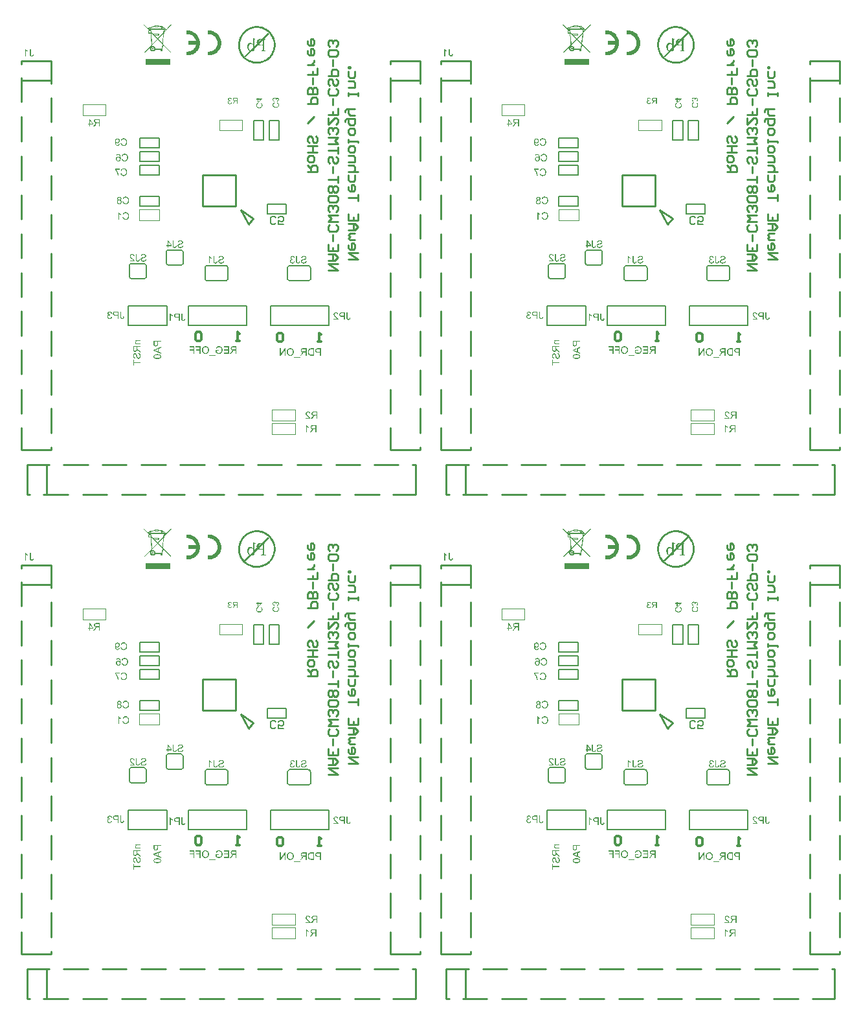
<source format=gbo>
G04*
G04 #@! TF.GenerationSoftware,Altium Limited,Altium Designer,20.2.6 (244)*
G04*
G04 Layer_Color=32896*
%FSLAX25Y25*%
%MOIN*%
G70*
G04*
G04 #@! TF.SameCoordinates,F81447C0-1865-472D-A3CA-BC0DD41CEC34*
G04*
G04*
G04 #@! TF.FilePolarity,Positive*
G04*
G01*
G75*
%ADD28C,0.01000*%
%ADD29C,0.00787*%
%ADD45C,0.00394*%
%ADD46C,0.01200*%
%ADD47C,0.00700*%
G36*
X297787Y505509D02*
X293865Y501425D01*
X293749Y500326D01*
X293507Y497653D01*
X293310Y495733D01*
X297510Y491417D01*
X297220Y491139D01*
X293275Y495189D01*
X293044Y492701D01*
X292916D01*
Y491752D01*
X292037D01*
Y492701D01*
X289318D01*
X289214Y492516D01*
X289087Y492331D01*
X288890Y492123D01*
X288636Y491949D01*
X288346Y491857D01*
X288069Y491822D01*
X287779Y491833D01*
X287571Y491891D01*
X287328Y491995D01*
X287120Y492123D01*
X286958Y492285D01*
X286796Y492516D01*
X286680Y492771D01*
X286611Y493014D01*
X286588Y493210D01*
X286611Y493453D01*
X286646Y493639D01*
X286715Y493812D01*
X286819Y494009D01*
X286935Y494171D01*
X287097Y494321D01*
X287270Y494437D01*
X287432Y494518D01*
X287409Y494726D01*
X283950Y491139D01*
X283660Y491429D01*
X287374Y495270D01*
X287074Y498625D01*
X286865Y501055D01*
X285755D01*
Y502617D01*
X286044D01*
X283232Y505509D01*
X283522Y505787D01*
X286171Y503056D01*
Y503253D01*
X286113Y503299D01*
X286044Y503346D01*
X285974Y503415D01*
X285905Y503496D01*
X285870Y503600D01*
X285836Y503693D01*
X285824Y503808D01*
X285847Y503959D01*
X285882Y504040D01*
X285986Y504202D01*
X286102Y504306D01*
X286252Y504375D01*
X286414Y504398D01*
X286576Y504375D01*
X286715Y504318D01*
X286831Y504248D01*
X286889Y504179D01*
X286993Y504271D01*
X287166Y504387D01*
X287374Y504491D01*
X287675Y504607D01*
X287999Y504699D01*
X288323Y504769D01*
X288670Y504827D01*
X288948Y504861D01*
Y505208D01*
X291169D01*
Y504908D01*
X291343D01*
X291632Y504873D01*
X291933Y504838D01*
X292222Y504792D01*
Y504977D01*
X293183D01*
Y504526D01*
X293298Y504468D01*
X293449Y504398D01*
X293622Y504294D01*
X293761Y504202D01*
X293888Y504086D01*
X293981Y504005D01*
X294039Y503924D01*
X294085Y503832D01*
X294062Y503670D01*
X294617D01*
Y502964D01*
X294004D01*
X293912Y502050D01*
X297498Y505787D01*
X297787Y505509D01*
D02*
G37*
G36*
X82000D02*
X78078Y501425D01*
X77962Y500326D01*
X77719Y497653D01*
X77522Y495733D01*
X81722Y491417D01*
X81433Y491139D01*
X77488Y495189D01*
X77256Y492701D01*
X77129D01*
Y491752D01*
X76250D01*
Y492701D01*
X73531D01*
X73427Y492516D01*
X73299Y492331D01*
X73103Y492123D01*
X72848Y491949D01*
X72559Y491857D01*
X72281Y491822D01*
X71992Y491833D01*
X71784Y491891D01*
X71541Y491995D01*
X71333Y492123D01*
X71171Y492285D01*
X71008Y492516D01*
X70893Y492771D01*
X70823Y493014D01*
X70800Y493210D01*
X70823Y493453D01*
X70858Y493639D01*
X70928Y493812D01*
X71032Y494009D01*
X71147Y494171D01*
X71309Y494321D01*
X71483Y494437D01*
X71645Y494518D01*
X71622Y494726D01*
X68162Y491139D01*
X67873Y491429D01*
X71587Y495270D01*
X71286Y498625D01*
X71078Y501055D01*
X69967D01*
Y502617D01*
X70257D01*
X67445Y505509D01*
X67734Y505787D01*
X70384Y503056D01*
Y503253D01*
X70326Y503299D01*
X70257Y503346D01*
X70187Y503415D01*
X70118Y503496D01*
X70083Y503600D01*
X70048Y503693D01*
X70037Y503808D01*
X70060Y503959D01*
X70095Y504040D01*
X70199Y504202D01*
X70314Y504306D01*
X70465Y504375D01*
X70627Y504398D01*
X70789Y504375D01*
X70928Y504318D01*
X71043Y504248D01*
X71101Y504179D01*
X71205Y504271D01*
X71379Y504387D01*
X71587Y504491D01*
X71888Y504607D01*
X72212Y504699D01*
X72536Y504769D01*
X72883Y504827D01*
X73160Y504861D01*
Y505208D01*
X75382D01*
Y504908D01*
X75555D01*
X75845Y504873D01*
X76146Y504838D01*
X76435Y504792D01*
Y504977D01*
X77395D01*
Y504526D01*
X77511Y504468D01*
X77661Y504398D01*
X77835Y504294D01*
X77974Y504202D01*
X78101Y504086D01*
X78193Y504005D01*
X78251Y503924D01*
X78298Y503832D01*
X78275Y503670D01*
X78830D01*
Y502964D01*
X78217D01*
X78124Y502050D01*
X81711Y505787D01*
X82000Y505509D01*
D02*
G37*
G36*
X317329Y502665D02*
X317803Y502607D01*
X318254Y502514D01*
X318683Y502387D01*
X319088Y502248D01*
X319458Y502086D01*
X319816Y501913D01*
X320129Y501739D01*
X320418Y501566D01*
X320673Y501392D01*
X320892Y501230D01*
X321078Y501091D01*
X321216Y500964D01*
X321321Y500872D01*
X321390Y500814D01*
X321413Y500791D01*
X321749Y500432D01*
X322038Y500050D01*
X322292Y499668D01*
X322501Y499286D01*
X322686Y498893D01*
X322836Y498523D01*
X322964Y498152D01*
X323068Y497805D01*
X323137Y497481D01*
X323195Y497181D01*
X323241Y496914D01*
X323264Y496683D01*
X323276Y496579D01*
X323287Y496486D01*
Y496417D01*
X323299Y496348D01*
Y496301D01*
Y496267D01*
Y496243D01*
Y496232D01*
X323276Y495746D01*
X323218Y495272D01*
X323125Y494820D01*
X322998Y494392D01*
X322859Y493987D01*
X322697Y493617D01*
X322535Y493270D01*
X322350Y492946D01*
X322177Y492668D01*
X322015Y492414D01*
X321853Y492194D01*
X321702Y492009D01*
X321587Y491870D01*
X321494Y491754D01*
X321436Y491697D01*
X321413Y491673D01*
X321054Y491338D01*
X320673Y491048D01*
X320291Y490794D01*
X319897Y490586D01*
X319516Y490401D01*
X319134Y490250D01*
X318763Y490123D01*
X318416Y490019D01*
X318092Y489949D01*
X317792Y489891D01*
X317526Y489845D01*
X317294Y489822D01*
X317190Y489811D01*
X317097Y489799D01*
X317028D01*
X316959Y489787D01*
X316600D01*
X316496Y489799D01*
X316311D01*
X316253Y489811D01*
X316195D01*
Y491766D01*
X316415Y491743D01*
X316530Y491731D01*
X316623D01*
X316716Y491720D01*
X316843D01*
X317190Y491731D01*
X317514Y491777D01*
X317826Y491847D01*
X318127Y491928D01*
X318405Y492020D01*
X318671Y492136D01*
X318914Y492252D01*
X319134Y492379D01*
X319342Y492506D01*
X319516Y492622D01*
X319666Y492738D01*
X319793Y492830D01*
X319897Y492923D01*
X319978Y492981D01*
X320025Y493027D01*
X320036Y493039D01*
X320268Y493293D01*
X320476Y493559D01*
X320650Y493825D01*
X320800Y494103D01*
X320927Y494369D01*
X321031Y494635D01*
X321124Y494890D01*
X321193Y495133D01*
X321239Y495364D01*
X321286Y495572D01*
X321309Y495757D01*
X321332Y495920D01*
X321344Y496047D01*
X321355Y496151D01*
Y496209D01*
Y496232D01*
X321344Y496579D01*
X321297Y496903D01*
X321228Y497227D01*
X321147Y497528D01*
X321054Y497805D01*
X320939Y498071D01*
X320823Y498315D01*
X320696Y498534D01*
X320568Y498731D01*
X320453Y498905D01*
X320337Y499066D01*
X320245Y499194D01*
X320152Y499286D01*
X320094Y499367D01*
X320048Y499414D01*
X320036Y499425D01*
X319782Y499657D01*
X319516Y499865D01*
X319250Y500038D01*
X318972Y500200D01*
X318706Y500328D01*
X318440Y500432D01*
X318185Y500524D01*
X317942Y500594D01*
X317711Y500640D01*
X317502Y500686D01*
X317317Y500721D01*
X317155Y500733D01*
X317028Y500744D01*
X316924Y500756D01*
X316843D01*
X316600Y500744D01*
X316496D01*
X316392Y500733D01*
X316311Y500721D01*
X316253D01*
X316207Y500709D01*
X316195D01*
Y502653D01*
X316415Y502676D01*
X316519D01*
X316623Y502688D01*
X316843D01*
X317329Y502665D01*
D02*
G37*
G36*
X101541D02*
X102016Y502607D01*
X102467Y502514D01*
X102895Y502387D01*
X103300Y502248D01*
X103670Y502086D01*
X104029Y501913D01*
X104341Y501739D01*
X104631Y501566D01*
X104885Y501392D01*
X105105Y501230D01*
X105290Y501091D01*
X105429Y500964D01*
X105533Y500872D01*
X105603Y500814D01*
X105626Y500791D01*
X105961Y500432D01*
X106251Y500050D01*
X106505Y499668D01*
X106713Y499286D01*
X106898Y498893D01*
X107049Y498523D01*
X107176Y498152D01*
X107280Y497805D01*
X107350Y497481D01*
X107407Y497181D01*
X107454Y496914D01*
X107477Y496683D01*
X107488Y496579D01*
X107500Y496486D01*
Y496417D01*
X107512Y496348D01*
Y496301D01*
Y496267D01*
Y496243D01*
Y496232D01*
X107488Y495746D01*
X107431Y495272D01*
X107338Y494820D01*
X107211Y494392D01*
X107072Y493987D01*
X106910Y493617D01*
X106748Y493270D01*
X106563Y492946D01*
X106389Y492668D01*
X106227Y492414D01*
X106065Y492194D01*
X105915Y492009D01*
X105799Y491870D01*
X105707Y491754D01*
X105649Y491697D01*
X105626Y491673D01*
X105267Y491338D01*
X104885Y491048D01*
X104503Y490794D01*
X104110Y490586D01*
X103728Y490401D01*
X103346Y490250D01*
X102976Y490123D01*
X102629Y490019D01*
X102305Y489949D01*
X102004Y489891D01*
X101738Y489845D01*
X101507Y489822D01*
X101403Y489811D01*
X101310Y489799D01*
X101241D01*
X101171Y489787D01*
X100812D01*
X100708Y489799D01*
X100523D01*
X100465Y489811D01*
X100408D01*
Y491766D01*
X100627Y491743D01*
X100743Y491731D01*
X100836D01*
X100928Y491720D01*
X101056D01*
X101403Y491731D01*
X101727Y491777D01*
X102039Y491847D01*
X102340Y491928D01*
X102618Y492020D01*
X102884Y492136D01*
X103127Y492252D01*
X103346Y492379D01*
X103555Y492506D01*
X103728Y492622D01*
X103879Y492738D01*
X104006Y492830D01*
X104110Y492923D01*
X104191Y492981D01*
X104237Y493027D01*
X104249Y493039D01*
X104480Y493293D01*
X104689Y493559D01*
X104862Y493825D01*
X105013Y494103D01*
X105140Y494369D01*
X105244Y494635D01*
X105336Y494890D01*
X105406Y495133D01*
X105452Y495364D01*
X105498Y495572D01*
X105522Y495757D01*
X105545Y495920D01*
X105556Y496047D01*
X105568Y496151D01*
Y496209D01*
Y496232D01*
X105556Y496579D01*
X105510Y496903D01*
X105441Y497227D01*
X105360Y497528D01*
X105267Y497805D01*
X105151Y498071D01*
X105036Y498315D01*
X104908Y498534D01*
X104781Y498731D01*
X104665Y498905D01*
X104550Y499066D01*
X104457Y499194D01*
X104365Y499286D01*
X104307Y499367D01*
X104260Y499414D01*
X104249Y499425D01*
X103994Y499657D01*
X103728Y499865D01*
X103462Y500038D01*
X103184Y500200D01*
X102918Y500328D01*
X102652Y500432D01*
X102398Y500524D01*
X102155Y500594D01*
X101923Y500640D01*
X101715Y500686D01*
X101530Y500721D01*
X101368Y500733D01*
X101241Y500744D01*
X101137Y500756D01*
X101056D01*
X100812Y500744D01*
X100708D01*
X100604Y500733D01*
X100523Y500721D01*
X100465D01*
X100419Y500709D01*
X100408D01*
Y502653D01*
X100627Y502676D01*
X100732D01*
X100836Y502688D01*
X101056D01*
X101541Y502665D01*
D02*
G37*
G36*
X306361D02*
X306835Y502607D01*
X307286Y502514D01*
X307714Y502387D01*
X308119Y502248D01*
X308489Y502086D01*
X308837Y501913D01*
X309160Y501739D01*
X309438Y501566D01*
X309693Y501392D01*
X309912Y501230D01*
X310098Y501091D01*
X310237Y500964D01*
X310352Y500872D01*
X310410Y500814D01*
X310433Y500791D01*
X310769Y500432D01*
X311058Y500050D01*
X311313Y499668D01*
X311521Y499286D01*
X311706Y498893D01*
X311856Y498523D01*
X311983Y498152D01*
X312088Y497805D01*
X312157Y497481D01*
X312215Y497181D01*
X312261Y496914D01*
X312284Y496683D01*
X312296Y496579D01*
X312308Y496486D01*
Y496417D01*
X312319Y496348D01*
Y496301D01*
Y496267D01*
Y496243D01*
Y496232D01*
X312296Y495746D01*
X312238Y495272D01*
X312145Y494820D01*
X312018Y494392D01*
X311879Y493987D01*
X311717Y493617D01*
X311555Y493270D01*
X311370Y492946D01*
X311197Y492668D01*
X311035Y492414D01*
X310873Y492194D01*
X310722Y492009D01*
X310607Y491870D01*
X310514Y491754D01*
X310456Y491697D01*
X310433Y491673D01*
X310074Y491338D01*
X309693Y491048D01*
X309311Y490794D01*
X308929Y490586D01*
X308536Y490401D01*
X308165Y490250D01*
X307795Y490123D01*
X307448Y490019D01*
X307124Y489949D01*
X306823Y489891D01*
X306557Y489845D01*
X306326Y489822D01*
X306222Y489811D01*
X306129Y489799D01*
X306060D01*
X305990Y489787D01*
X305632D01*
X305527Y489799D01*
X305342D01*
X305285Y489811D01*
X305227D01*
X305238Y491766D01*
X305458Y491743D01*
X305562Y491731D01*
X305666D01*
X305747Y491720D01*
X305875D01*
X306164Y491731D01*
X306453Y491766D01*
X306731Y491812D01*
X306985Y491870D01*
X307240Y491951D01*
X307471Y492032D01*
X307691Y492125D01*
X307888Y492217D01*
X308073Y492310D01*
X308235Y492402D01*
X308374Y492483D01*
X308489Y492564D01*
X308582Y492622D01*
X308651Y492668D01*
X308698Y492703D01*
X308709Y492715D01*
X308929Y492911D01*
X309137Y493108D01*
X309311Y493316D01*
X309473Y493536D01*
X309623Y493744D01*
X309751Y493964D01*
X309866Y494172D01*
X309959Y494369D01*
X310040Y494554D01*
X310109Y494728D01*
X310167Y494878D01*
X310213Y495017D01*
X310248Y495121D01*
X310271Y495202D01*
X310283Y495248D01*
Y495272D01*
X306511D01*
Y497204D01*
X310283D01*
X310213Y497493D01*
X310121Y497759D01*
X310017Y498025D01*
X309901Y498268D01*
X309774Y498488D01*
X309646Y498696D01*
X309507Y498893D01*
X309380Y499066D01*
X309253Y499228D01*
X309126Y499367D01*
X309022Y499483D01*
X308917Y499576D01*
X308837Y499657D01*
X308779Y499715D01*
X308732Y499749D01*
X308721Y499761D01*
X308478Y499934D01*
X308235Y500085D01*
X307992Y500223D01*
X307749Y500339D01*
X307506Y500432D01*
X307275Y500513D01*
X307043Y500582D01*
X306823Y500629D01*
X306627Y500675D01*
X306441Y500698D01*
X306279Y500721D01*
X306141Y500744D01*
X306025D01*
X305944Y500756D01*
X305875D01*
X305632Y500744D01*
X305527D01*
X305423Y500733D01*
X305342Y500721D01*
X305285D01*
X305238Y500709D01*
X305227D01*
Y502653D01*
X305365Y502665D01*
X305481Y502676D01*
X305597D01*
X305689Y502688D01*
X305875D01*
X306361Y502665D01*
D02*
G37*
G36*
X90573D02*
X91048Y502607D01*
X91499Y502514D01*
X91927Y502387D01*
X92332Y502248D01*
X92702Y502086D01*
X93049Y501913D01*
X93373Y501739D01*
X93651Y501566D01*
X93905Y501392D01*
X94125Y501230D01*
X94310Y501091D01*
X94449Y500964D01*
X94565Y500872D01*
X94623Y500814D01*
X94646Y500791D01*
X94981Y500432D01*
X95271Y500050D01*
X95525Y499668D01*
X95733Y499286D01*
X95918Y498893D01*
X96069Y498523D01*
X96196Y498152D01*
X96300Y497805D01*
X96370Y497481D01*
X96428Y497181D01*
X96474Y496914D01*
X96497Y496683D01*
X96509Y496579D01*
X96520Y496486D01*
Y496417D01*
X96532Y496348D01*
Y496301D01*
Y496267D01*
Y496243D01*
Y496232D01*
X96509Y495746D01*
X96451Y495272D01*
X96358Y494820D01*
X96231Y494392D01*
X96092Y493987D01*
X95930Y493617D01*
X95768Y493270D01*
X95583Y492946D01*
X95409Y492668D01*
X95247Y492414D01*
X95085Y492194D01*
X94935Y492009D01*
X94819Y491870D01*
X94727Y491754D01*
X94669Y491697D01*
X94646Y491673D01*
X94287Y491338D01*
X93905Y491048D01*
X93524Y490794D01*
X93142Y490586D01*
X92748Y490401D01*
X92378Y490250D01*
X92008Y490123D01*
X91661Y490019D01*
X91337Y489949D01*
X91036Y489891D01*
X90770Y489845D01*
X90538Y489822D01*
X90434Y489811D01*
X90342Y489799D01*
X90272D01*
X90203Y489787D01*
X89844D01*
X89740Y489799D01*
X89555D01*
X89497Y489811D01*
X89439D01*
X89451Y491766D01*
X89671Y491743D01*
X89775Y491731D01*
X89879D01*
X89960Y491720D01*
X90087D01*
X90376Y491731D01*
X90666Y491766D01*
X90943Y491812D01*
X91198Y491870D01*
X91452Y491951D01*
X91684Y492032D01*
X91904Y492125D01*
X92100Y492217D01*
X92286Y492310D01*
X92447Y492402D01*
X92586Y492483D01*
X92702Y492564D01*
X92795Y492622D01*
X92864Y492668D01*
X92910Y492703D01*
X92922Y492715D01*
X93142Y492911D01*
X93350Y493108D01*
X93524Y493316D01*
X93685Y493536D01*
X93836Y493744D01*
X93963Y493964D01*
X94079Y494172D01*
X94171Y494369D01*
X94252Y494554D01*
X94322Y494728D01*
X94380Y494878D01*
X94426Y495017D01*
X94461Y495121D01*
X94484Y495202D01*
X94495Y495248D01*
Y495272D01*
X90724D01*
Y497204D01*
X94495D01*
X94426Y497493D01*
X94333Y497759D01*
X94229Y498025D01*
X94113Y498268D01*
X93986Y498488D01*
X93859Y498696D01*
X93720Y498893D01*
X93593Y499066D01*
X93466Y499228D01*
X93338Y499367D01*
X93234Y499483D01*
X93130Y499576D01*
X93049Y499657D01*
X92991Y499715D01*
X92945Y499749D01*
X92933Y499761D01*
X92690Y499934D01*
X92447Y500085D01*
X92204Y500223D01*
X91961Y500339D01*
X91719Y500432D01*
X91487Y500513D01*
X91256Y500582D01*
X91036Y500629D01*
X90839Y500675D01*
X90654Y500698D01*
X90492Y500721D01*
X90353Y500744D01*
X90238D01*
X90157Y500756D01*
X90087D01*
X89844Y500744D01*
X89740D01*
X89636Y500733D01*
X89555Y500721D01*
X89497D01*
X89451Y500709D01*
X89439D01*
Y502653D01*
X89578Y502665D01*
X89694Y502676D01*
X89810D01*
X89902Y502688D01*
X90087D01*
X90573Y502665D01*
D02*
G37*
G36*
X222649Y493033D02*
X222676Y492986D01*
X222739Y492897D01*
X222807Y492812D01*
X222843Y492771D01*
X222875Y492733D01*
X222908Y492700D01*
X222938Y492667D01*
X222965Y492640D01*
X222990Y492615D01*
X223009Y492596D01*
X223023Y492583D01*
X223034Y492574D01*
X223036Y492572D01*
X223148Y492479D01*
X223266Y492394D01*
X223380Y492318D01*
X223435Y492285D01*
X223487Y492252D01*
X223533Y492225D01*
X223577Y492200D01*
X223618Y492178D01*
X223651Y492162D01*
X223678Y492148D01*
X223700Y492137D01*
X223711Y492132D01*
X223716Y492129D01*
Y491682D01*
X223634Y491714D01*
X223550Y491753D01*
X223468Y491791D01*
X223391Y491829D01*
X223358Y491848D01*
X223326Y491864D01*
X223299Y491881D01*
X223277Y491894D01*
X223257Y491903D01*
X223241Y491911D01*
X223233Y491916D01*
X223230Y491919D01*
X223132Y491979D01*
X223088Y492009D01*
X223045Y492036D01*
X223006Y492066D01*
X222971Y492091D01*
X222938Y492118D01*
X222905Y492140D01*
X222881Y492162D01*
X222856Y492181D01*
X222834Y492200D01*
X222818Y492214D01*
X222804Y492225D01*
X222796Y492233D01*
X222791Y492239D01*
X222788Y492241D01*
Y489287D01*
X222324D01*
Y493079D01*
X222624D01*
X222649Y493033D01*
D02*
G37*
G36*
X6861D02*
X6889Y492986D01*
X6951Y492897D01*
X7020Y492812D01*
X7055Y492771D01*
X7088Y492733D01*
X7121Y492700D01*
X7151Y492667D01*
X7178Y492640D01*
X7203Y492615D01*
X7222Y492596D01*
X7235Y492583D01*
X7246Y492574D01*
X7249Y492572D01*
X7361Y492479D01*
X7478Y492394D01*
X7593Y492318D01*
X7648Y492285D01*
X7699Y492252D01*
X7746Y492225D01*
X7790Y492200D01*
X7830Y492178D01*
X7863Y492162D01*
X7891Y492148D01*
X7912Y492137D01*
X7923Y492132D01*
X7929Y492129D01*
Y491682D01*
X7847Y491714D01*
X7762Y491753D01*
X7680Y491791D01*
X7604Y491829D01*
X7571Y491848D01*
X7538Y491864D01*
X7511Y491881D01*
X7489Y491894D01*
X7470Y491903D01*
X7454Y491911D01*
X7446Y491916D01*
X7443Y491919D01*
X7344Y491979D01*
X7301Y492009D01*
X7257Y492036D01*
X7219Y492066D01*
X7183Y492091D01*
X7151Y492118D01*
X7118Y492140D01*
X7093Y492162D01*
X7069Y492181D01*
X7047Y492200D01*
X7031Y492214D01*
X7017Y492225D01*
X7009Y492233D01*
X7003Y492239D01*
X7001Y492241D01*
Y489287D01*
X6537D01*
Y493079D01*
X6837D01*
X6861Y493033D01*
D02*
G37*
G36*
X225199Y490461D02*
Y490401D01*
X225201Y490347D01*
X225204Y490298D01*
X225207Y490251D01*
X225209Y490207D01*
X225215Y490169D01*
X225220Y490134D01*
X225223Y490104D01*
X225229Y490076D01*
X225234Y490052D01*
X225239Y490033D01*
X225242Y490016D01*
X225245Y490005D01*
X225248Y489997D01*
X225250Y489992D01*
Y489989D01*
X225272Y489937D01*
X225302Y489891D01*
X225332Y489850D01*
X225365Y489817D01*
X225392Y489790D01*
X225417Y489771D01*
X225433Y489760D01*
X225436Y489754D01*
X225439D01*
X225491Y489727D01*
X225548Y489705D01*
X225603Y489691D01*
X225652Y489680D01*
X225695Y489675D01*
X225714Y489672D01*
X225731D01*
X225745Y489670D01*
X225764D01*
X225810Y489672D01*
X225854Y489678D01*
X225895Y489683D01*
X225936Y489694D01*
X225971Y489705D01*
X226004Y489719D01*
X226034Y489735D01*
X226061Y489749D01*
X226086Y489762D01*
X226105Y489779D01*
X226124Y489792D01*
X226138Y489803D01*
X226149Y489814D01*
X226160Y489822D01*
X226162Y489825D01*
X226165Y489828D01*
X226190Y489861D01*
X226214Y489899D01*
X226233Y489943D01*
X226252Y489986D01*
X226280Y490085D01*
X226299Y490183D01*
X226307Y490232D01*
X226312Y490276D01*
X226318Y490314D01*
X226321Y490349D01*
X226323Y490379D01*
X226326Y490401D01*
Y490415D01*
Y490420D01*
X226777Y490358D01*
Y490257D01*
X226768Y490161D01*
X226757Y490071D01*
X226741Y489989D01*
X226722Y489913D01*
X226703Y489842D01*
X226678Y489779D01*
X226654Y489721D01*
X226632Y489672D01*
X226607Y489629D01*
X226585Y489593D01*
X226566Y489563D01*
X226550Y489539D01*
X226536Y489522D01*
X226528Y489511D01*
X226525Y489508D01*
X226473Y489459D01*
X226416Y489416D01*
X226356Y489377D01*
X226293Y489345D01*
X226231Y489317D01*
X226168Y489293D01*
X226105Y489277D01*
X226045Y489260D01*
X225988Y489249D01*
X225933Y489241D01*
X225884Y489233D01*
X225843Y489230D01*
X225807Y489227D01*
X225783Y489225D01*
X225761D01*
X225698Y489227D01*
X225641Y489230D01*
X225584Y489238D01*
X225529Y489247D01*
X225480Y489257D01*
X225431Y489268D01*
X225387Y489279D01*
X225346Y489293D01*
X225308Y489306D01*
X225275Y489317D01*
X225248Y489328D01*
X225223Y489339D01*
X225204Y489348D01*
X225190Y489356D01*
X225182Y489358D01*
X225179Y489361D01*
X225133Y489388D01*
X225092Y489418D01*
X225054Y489448D01*
X225018Y489481D01*
X224986Y489514D01*
X224956Y489547D01*
X224928Y489579D01*
X224904Y489609D01*
X224885Y489640D01*
X224866Y489667D01*
X224849Y489691D01*
X224838Y489713D01*
X224827Y489732D01*
X224822Y489746D01*
X224816Y489754D01*
Y489757D01*
X224795Y489809D01*
X224778Y489863D01*
X224762Y489921D01*
X224748Y489981D01*
X224726Y490104D01*
X224721Y490164D01*
X224713Y490221D01*
X224710Y490276D01*
X224704Y490328D01*
X224702Y490374D01*
Y490412D01*
X224699Y490445D01*
Y490470D01*
Y490486D01*
Y490491D01*
Y493066D01*
X225199D01*
Y490461D01*
D02*
G37*
G36*
X9411D02*
Y490401D01*
X9414Y490347D01*
X9417Y490298D01*
X9419Y490251D01*
X9422Y490207D01*
X9427Y490169D01*
X9433Y490134D01*
X9436Y490104D01*
X9441Y490076D01*
X9447Y490052D01*
X9452Y490033D01*
X9455Y490016D01*
X9458Y490005D01*
X9460Y489997D01*
X9463Y489992D01*
Y489989D01*
X9485Y489937D01*
X9515Y489891D01*
X9545Y489850D01*
X9578Y489817D01*
X9605Y489790D01*
X9630Y489771D01*
X9646Y489760D01*
X9649Y489754D01*
X9651D01*
X9703Y489727D01*
X9761Y489705D01*
X9815Y489691D01*
X9864Y489680D01*
X9908Y489675D01*
X9927Y489672D01*
X9944D01*
X9957Y489670D01*
X9976D01*
X10023Y489672D01*
X10066Y489678D01*
X10107Y489683D01*
X10148Y489694D01*
X10184Y489705D01*
X10216Y489719D01*
X10246Y489735D01*
X10274Y489749D01*
X10298Y489762D01*
X10317Y489779D01*
X10337Y489792D01*
X10350Y489803D01*
X10361Y489814D01*
X10372Y489822D01*
X10375Y489825D01*
X10378Y489828D01*
X10402Y489861D01*
X10427Y489899D01*
X10446Y489943D01*
X10465Y489986D01*
X10492Y490085D01*
X10511Y490183D01*
X10520Y490232D01*
X10525Y490276D01*
X10531Y490314D01*
X10533Y490349D01*
X10536Y490379D01*
X10539Y490401D01*
Y490415D01*
Y490420D01*
X10989Y490358D01*
Y490257D01*
X10981Y490161D01*
X10970Y490071D01*
X10954Y489989D01*
X10934Y489913D01*
X10915Y489842D01*
X10891Y489779D01*
X10866Y489721D01*
X10844Y489672D01*
X10820Y489629D01*
X10798Y489593D01*
X10779Y489563D01*
X10763Y489539D01*
X10749Y489522D01*
X10741Y489511D01*
X10738Y489508D01*
X10686Y489459D01*
X10629Y489416D01*
X10569Y489377D01*
X10506Y489345D01*
X10443Y489317D01*
X10380Y489293D01*
X10317Y489277D01*
X10257Y489260D01*
X10200Y489249D01*
X10146Y489241D01*
X10096Y489233D01*
X10055Y489230D01*
X10020Y489227D01*
X9995Y489225D01*
X9973D01*
X9911Y489227D01*
X9853Y489230D01*
X9796Y489238D01*
X9742Y489247D01*
X9692Y489257D01*
X9643Y489268D01*
X9600Y489279D01*
X9559Y489293D01*
X9520Y489306D01*
X9488Y489317D01*
X9460Y489328D01*
X9436Y489339D01*
X9417Y489348D01*
X9403Y489356D01*
X9395Y489358D01*
X9392Y489361D01*
X9346Y489388D01*
X9305Y489418D01*
X9267Y489448D01*
X9231Y489481D01*
X9198Y489514D01*
X9168Y489547D01*
X9141Y489579D01*
X9116Y489609D01*
X9097Y489640D01*
X9078Y489667D01*
X9062Y489691D01*
X9051Y489713D01*
X9040Y489732D01*
X9034Y489746D01*
X9029Y489754D01*
Y489757D01*
X9007Y489809D01*
X8991Y489863D01*
X8974Y489921D01*
X8961Y489981D01*
X8939Y490104D01*
X8933Y490164D01*
X8925Y490221D01*
X8923Y490276D01*
X8917Y490328D01*
X8914Y490374D01*
Y490412D01*
X8912Y490445D01*
Y490470D01*
Y490486D01*
Y490491D01*
Y493066D01*
X9411D01*
Y490461D01*
D02*
G37*
G36*
X341985Y504860D02*
X342355Y504837D01*
X342714Y504803D01*
X343061Y504745D01*
X343408Y504687D01*
X343732Y504606D01*
X344380Y504432D01*
X344982Y504213D01*
X345549Y503970D01*
X346069Y503715D01*
X346312Y503588D01*
X346544Y503449D01*
X346763Y503322D01*
X346972Y503183D01*
X347168Y503056D01*
X347354Y502928D01*
X347527Y502801D01*
X347689Y502685D01*
X347828Y502570D01*
X347955Y502465D01*
X348071Y502373D01*
X348175Y502292D01*
X348268Y502211D01*
X348337Y502153D01*
X348395Y502095D01*
X348430Y502061D01*
X348453Y502037D01*
X348464Y502026D01*
X348719Y501760D01*
X348962Y501482D01*
X349182Y501204D01*
X349401Y500915D01*
X349587Y500626D01*
X349772Y500348D01*
X349945Y500047D01*
X350096Y499758D01*
X350235Y499469D01*
X350373Y499180D01*
X350593Y498613D01*
X350790Y498069D01*
X350929Y497548D01*
X351056Y497051D01*
X351102Y496819D01*
X351137Y496599D01*
X351172Y496403D01*
X351206Y496206D01*
X351230Y496021D01*
X351241Y495859D01*
X351253Y495709D01*
X351264Y495581D01*
X351276Y495466D01*
Y495362D01*
X351287Y495292D01*
Y495234D01*
Y495199D01*
Y495188D01*
X351276Y494818D01*
X351253Y494448D01*
X351218Y494089D01*
X351160Y493742D01*
X351102Y493395D01*
X351021Y493071D01*
X350848Y492423D01*
X350628Y491821D01*
X350396Y491254D01*
X350142Y490733D01*
X350003Y490490D01*
X349876Y490259D01*
X349749Y490039D01*
X349610Y489831D01*
X349482Y489634D01*
X349355Y489449D01*
X349239Y489276D01*
X349124Y489114D01*
X349008Y488975D01*
X348904Y488848D01*
X348811Y488732D01*
X348719Y488628D01*
X348650Y488535D01*
X348580Y488466D01*
X348534Y488408D01*
X348499Y488373D01*
X348476Y488350D01*
X348464Y488339D01*
X348198Y488084D01*
X347921Y487841D01*
X347643Y487610D01*
X347354Y487401D01*
X347064Y487205D01*
X346775Y487019D01*
X346486Y486858D01*
X346197Y486696D01*
X345907Y486557D01*
X345618Y486430D01*
X345051Y486198D01*
X344496Y486013D01*
X343975Y485862D01*
X343489Y485747D01*
X343258Y485689D01*
X343038Y485654D01*
X342830Y485620D01*
X342633Y485596D01*
X342448Y485562D01*
X342286Y485550D01*
X342136Y485539D01*
X342008Y485527D01*
X341893Y485515D01*
X341789D01*
X341719Y485504D01*
X341615D01*
X341245Y485515D01*
X340874Y485539D01*
X340516Y485573D01*
X340169Y485631D01*
X339833Y485689D01*
X339498Y485770D01*
X338861Y485944D01*
X338260Y486163D01*
X337693Y486406D01*
X337172Y486661D01*
X336929Y486788D01*
X336698Y486927D01*
X336478Y487054D01*
X336270Y487182D01*
X336073Y487320D01*
X335888Y487448D01*
X335714Y487563D01*
X335552Y487679D01*
X335413Y487795D01*
X335286Y487899D01*
X335170Y487991D01*
X335066Y488072D01*
X334974Y488153D01*
X334904Y488223D01*
X334846Y488269D01*
X334812Y488304D01*
X334789Y488327D01*
X334777Y488339D01*
X334523Y488605D01*
X334279Y488882D01*
X334048Y489160D01*
X333840Y489449D01*
X333643Y489739D01*
X333458Y490028D01*
X333284Y490317D01*
X333134Y490606D01*
X332984Y490896D01*
X332856Y491185D01*
X332625Y491752D01*
X332440Y492307D01*
X332290Y492828D01*
X332174Y493314D01*
X332116Y493545D01*
X332081Y493765D01*
X332047Y493973D01*
X332012Y494170D01*
X331989Y494355D01*
X331977Y494517D01*
X331965Y494667D01*
X331954Y494795D01*
X331942Y494910D01*
X331931Y495014D01*
Y495084D01*
Y495142D01*
Y495176D01*
Y495188D01*
X331942Y495558D01*
X331965Y495928D01*
X332000Y496287D01*
X332058Y496634D01*
X332116Y496970D01*
X332197Y497305D01*
X332370Y497942D01*
X332590Y498543D01*
X332833Y499110D01*
X333088Y499631D01*
X333215Y499874D01*
X333354Y500105D01*
X333481Y500325D01*
X333620Y500533D01*
X333747Y500730D01*
X333875Y500915D01*
X334002Y501089D01*
X334118Y501251D01*
X334233Y501390D01*
X334337Y501517D01*
X334430Y501632D01*
X334511Y501737D01*
X334592Y501829D01*
X334650Y501898D01*
X334708Y501956D01*
X334742Y501991D01*
X334766Y502014D01*
X334777Y502026D01*
X335043Y502280D01*
X335321Y502523D01*
X335598Y502755D01*
X335888Y502963D01*
X336177Y503160D01*
X336455Y503345D01*
X336755Y503518D01*
X337045Y503669D01*
X337334Y503819D01*
X337623Y503946D01*
X338190Y504178D01*
X338734Y504363D01*
X339255Y504513D01*
X339752Y504629D01*
X339984Y504687D01*
X340203Y504722D01*
X340400Y504756D01*
X340597Y504791D01*
X340782Y504814D01*
X340944Y504826D01*
X341094Y504837D01*
X341221Y504849D01*
X341337Y504860D01*
X341441Y504872D01*
X341615D01*
X341985Y504860D01*
D02*
G37*
G36*
X126198D02*
X126568Y504837D01*
X126927Y504803D01*
X127274Y504745D01*
X127621Y504687D01*
X127945Y504606D01*
X128593Y504432D01*
X129194Y504213D01*
X129761Y503970D01*
X130282Y503715D01*
X130525Y503588D01*
X130756Y503449D01*
X130976Y503322D01*
X131184Y503183D01*
X131381Y503056D01*
X131566Y502928D01*
X131740Y502801D01*
X131902Y502685D01*
X132041Y502570D01*
X132168Y502465D01*
X132283Y502373D01*
X132388Y502292D01*
X132480Y502211D01*
X132550Y502153D01*
X132607Y502095D01*
X132642Y502061D01*
X132665Y502037D01*
X132677Y502026D01*
X132931Y501760D01*
X133174Y501482D01*
X133394Y501204D01*
X133614Y500915D01*
X133799Y500626D01*
X133984Y500348D01*
X134158Y500047D01*
X134308Y499758D01*
X134447Y499469D01*
X134586Y499180D01*
X134806Y498613D01*
X135003Y498069D01*
X135141Y497548D01*
X135269Y497051D01*
X135315Y496819D01*
X135350Y496599D01*
X135384Y496403D01*
X135419Y496206D01*
X135442Y496021D01*
X135454Y495859D01*
X135465Y495709D01*
X135477Y495581D01*
X135488Y495466D01*
Y495362D01*
X135500Y495292D01*
Y495234D01*
Y495199D01*
Y495188D01*
X135488Y494818D01*
X135465Y494448D01*
X135431Y494089D01*
X135373Y493742D01*
X135315Y493395D01*
X135234Y493071D01*
X135060Y492423D01*
X134841Y491821D01*
X134609Y491254D01*
X134355Y490733D01*
X134216Y490490D01*
X134089Y490259D01*
X133961Y490039D01*
X133822Y489831D01*
X133695Y489634D01*
X133568Y489449D01*
X133452Y489276D01*
X133336Y489114D01*
X133221Y488975D01*
X133117Y488848D01*
X133024Y488732D01*
X132931Y488628D01*
X132862Y488535D01*
X132793Y488466D01*
X132746Y488408D01*
X132712Y488373D01*
X132688Y488350D01*
X132677Y488339D01*
X132411Y488084D01*
X132133Y487841D01*
X131855Y487610D01*
X131566Y487401D01*
X131277Y487205D01*
X130988Y487019D01*
X130699Y486858D01*
X130409Y486696D01*
X130120Y486557D01*
X129831Y486430D01*
X129264Y486198D01*
X128708Y486013D01*
X128188Y485862D01*
X127702Y485747D01*
X127470Y485689D01*
X127251Y485654D01*
X127042Y485620D01*
X126846Y485596D01*
X126661Y485562D01*
X126499Y485550D01*
X126348Y485539D01*
X126221Y485527D01*
X126105Y485515D01*
X126001D01*
X125932Y485504D01*
X125828D01*
X125457Y485515D01*
X125087Y485539D01*
X124728Y485573D01*
X124381Y485631D01*
X124046Y485689D01*
X123710Y485770D01*
X123074Y485944D01*
X122472Y486163D01*
X121905Y486406D01*
X121385Y486661D01*
X121142Y486788D01*
X120910Y486927D01*
X120690Y487054D01*
X120482Y487182D01*
X120285Y487320D01*
X120100Y487448D01*
X119927Y487563D01*
X119765Y487679D01*
X119626Y487795D01*
X119499Y487899D01*
X119383Y487991D01*
X119279Y488072D01*
X119186Y488153D01*
X119117Y488223D01*
X119059Y488269D01*
X119024Y488304D01*
X119001Y488327D01*
X118990Y488339D01*
X118735Y488605D01*
X118492Y488882D01*
X118261Y489160D01*
X118052Y489449D01*
X117856Y489739D01*
X117671Y490028D01*
X117497Y490317D01*
X117347Y490606D01*
X117196Y490896D01*
X117069Y491185D01*
X116838Y491752D01*
X116653Y492307D01*
X116502Y492828D01*
X116386Y493314D01*
X116329Y493545D01*
X116294Y493765D01*
X116259Y493973D01*
X116224Y494170D01*
X116201Y494355D01*
X116190Y494517D01*
X116178Y494667D01*
X116166Y494795D01*
X116155Y494910D01*
X116143Y495014D01*
Y495084D01*
Y495142D01*
Y495176D01*
Y495188D01*
X116155Y495558D01*
X116178Y495928D01*
X116213Y496287D01*
X116271Y496634D01*
X116329Y496970D01*
X116410Y497305D01*
X116583Y497942D01*
X116803Y498543D01*
X117046Y499110D01*
X117300Y499631D01*
X117428Y499874D01*
X117567Y500105D01*
X117694Y500325D01*
X117833Y500533D01*
X117960Y500730D01*
X118087Y500915D01*
X118214Y501089D01*
X118330Y501251D01*
X118446Y501390D01*
X118550Y501517D01*
X118642Y501632D01*
X118723Y501737D01*
X118805Y501829D01*
X118862Y501898D01*
X118920Y501956D01*
X118955Y501991D01*
X118978Y502014D01*
X118990Y502026D01*
X119256Y502280D01*
X119533Y502523D01*
X119811Y502755D01*
X120100Y502963D01*
X120390Y503160D01*
X120667Y503345D01*
X120968Y503518D01*
X121257Y503669D01*
X121547Y503819D01*
X121836Y503946D01*
X122403Y504178D01*
X122947Y504363D01*
X123467Y504513D01*
X123965Y504629D01*
X124196Y504687D01*
X124416Y504722D01*
X124613Y504756D01*
X124809Y504791D01*
X124995Y504814D01*
X125156Y504826D01*
X125307Y504837D01*
X125434Y504849D01*
X125550Y504860D01*
X125654Y504872D01*
X125828D01*
X126198Y504860D01*
D02*
G37*
G36*
X296943Y487934D02*
Y487877D01*
Y487796D01*
Y487715D01*
Y487622D01*
Y487541D01*
Y487483D01*
Y487472D01*
Y487460D01*
Y487078D01*
Y486893D01*
Y486720D01*
Y486581D01*
Y486465D01*
Y486419D01*
Y486384D01*
Y486373D01*
Y486361D01*
Y486141D01*
Y485944D01*
Y485759D01*
Y485597D01*
Y485459D01*
Y485366D01*
Y485296D01*
Y485285D01*
Y485273D01*
Y485111D01*
Y484996D01*
Y484903D01*
Y484845D01*
Y484810D01*
Y484799D01*
Y484787D01*
X284297D01*
Y484810D01*
Y484868D01*
Y484938D01*
Y485030D01*
Y485123D01*
Y485192D01*
Y485250D01*
Y485273D01*
Y485655D01*
Y485840D01*
Y486002D01*
Y486153D01*
Y486257D01*
Y486303D01*
Y486338D01*
Y486349D01*
Y486361D01*
Y486581D01*
Y486789D01*
Y486974D01*
Y487136D01*
Y487275D01*
Y487379D01*
Y487437D01*
Y487460D01*
Y487553D01*
Y487622D01*
Y487749D01*
Y487842D01*
Y487900D01*
Y487934D01*
Y487946D01*
Y487958D01*
X296943D01*
Y487934D01*
D02*
G37*
G36*
X81155D02*
Y487877D01*
Y487796D01*
Y487715D01*
Y487622D01*
Y487541D01*
Y487483D01*
Y487472D01*
Y487460D01*
Y487078D01*
Y486893D01*
Y486720D01*
Y486581D01*
Y486465D01*
Y486419D01*
Y486384D01*
Y486373D01*
Y486361D01*
Y486141D01*
Y485944D01*
Y485759D01*
Y485597D01*
Y485459D01*
Y485366D01*
Y485296D01*
Y485285D01*
Y485273D01*
Y485111D01*
Y484996D01*
Y484903D01*
Y484845D01*
Y484810D01*
Y484799D01*
Y484787D01*
X68509D01*
Y484810D01*
Y484868D01*
Y484938D01*
Y485030D01*
Y485123D01*
Y485192D01*
Y485250D01*
Y485273D01*
Y485655D01*
Y485840D01*
Y486002D01*
Y486153D01*
Y486257D01*
Y486303D01*
Y486338D01*
Y486349D01*
Y486361D01*
Y486581D01*
Y486789D01*
Y486974D01*
Y487136D01*
Y487275D01*
Y487379D01*
Y487437D01*
Y487460D01*
Y487553D01*
Y487622D01*
Y487749D01*
Y487842D01*
Y487900D01*
Y487934D01*
Y487946D01*
Y487958D01*
X81155D01*
Y487934D01*
D02*
G37*
G36*
X327796Y467994D02*
X327863Y467987D01*
X327927Y467975D01*
X327988Y467961D01*
X328043Y467945D01*
X328094Y467927D01*
X328142Y467908D01*
X328186Y467887D01*
X328225Y467867D01*
X328260Y467848D01*
X328290Y467830D01*
X328315Y467813D01*
X328336Y467800D01*
X328350Y467788D01*
X328359Y467781D01*
X328362Y467779D01*
X328408Y467737D01*
X328450Y467691D01*
X328486Y467643D01*
X328519Y467592D01*
X328549Y467541D01*
X328576Y467490D01*
X328600Y467439D01*
X328620Y467391D01*
X328637Y467345D01*
X328650Y467303D01*
X328662Y467266D01*
X328671Y467231D01*
X328678Y467204D01*
X328683Y467185D01*
X328687Y467171D01*
Y467169D01*
Y467167D01*
X328295Y467097D01*
X328286Y467150D01*
X328274Y467199D01*
X328262Y467243D01*
X328246Y467284D01*
X328232Y467324D01*
X328214Y467358D01*
X328198Y467391D01*
X328182Y467421D01*
X328165Y467444D01*
X328151Y467467D01*
X328138Y467486D01*
X328126Y467499D01*
X328115Y467511D01*
X328108Y467520D01*
X328103Y467525D01*
X328101Y467527D01*
X328071Y467553D01*
X328041Y467576D01*
X328008Y467594D01*
X327976Y467610D01*
X327944Y467626D01*
X327913Y467638D01*
X327853Y467654D01*
X327826Y467661D01*
X327800Y467666D01*
X327777Y467668D01*
X327757Y467670D01*
X327743Y467673D01*
X327719D01*
X327678Y467670D01*
X327636Y467666D01*
X327599Y467659D01*
X327562Y467650D01*
X327530Y467640D01*
X327498Y467626D01*
X327470Y467615D01*
X327445Y467601D01*
X327421Y467587D01*
X327401Y467576D01*
X327385Y467562D01*
X327368Y467553D01*
X327357Y467543D01*
X327350Y467536D01*
X327345Y467532D01*
X327343Y467529D01*
X327318Y467502D01*
X327294Y467474D01*
X327274Y467444D01*
X327257Y467414D01*
X327244Y467384D01*
X327232Y467354D01*
X327214Y467298D01*
X327207Y467273D01*
X327202Y467250D01*
X327200Y467227D01*
X327197Y467211D01*
X327195Y467194D01*
Y467183D01*
Y467176D01*
Y467174D01*
X327197Y467125D01*
X327204Y467079D01*
X327214Y467035D01*
X327227Y466996D01*
X327241Y466959D01*
X327257Y466926D01*
X327276Y466896D01*
X327294Y466869D01*
X327315Y466846D01*
X327331Y466825D01*
X327350Y466809D01*
X327364Y466795D01*
X327378Y466783D01*
X327387Y466776D01*
X327394Y466772D01*
X327396Y466769D01*
X327433Y466746D01*
X327472Y466728D01*
X327512Y466709D01*
X327551Y466695D01*
X327627Y466672D01*
X327662Y466663D01*
X327696Y466656D01*
X327729Y466652D01*
X327757Y466647D01*
X327782Y466645D01*
X327805Y466642D01*
X327821Y466640D01*
X327865D01*
X327886Y466642D01*
X327895D01*
X327902Y466645D01*
X327909D01*
X327953Y466300D01*
X327893Y466314D01*
X327840Y466324D01*
X327793Y466333D01*
X327752Y466337D01*
X327719Y466340D01*
X327696Y466342D01*
X327676D01*
X327625Y466340D01*
X327579Y466335D01*
X327532Y466326D01*
X327491Y466314D01*
X327451Y466300D01*
X327415Y466287D01*
X327380Y466270D01*
X327350Y466254D01*
X327322Y466238D01*
X327297Y466222D01*
X327276Y466208D01*
X327260Y466194D01*
X327246Y466183D01*
X327234Y466173D01*
X327230Y466169D01*
X327227Y466166D01*
X327195Y466132D01*
X327170Y466097D01*
X327144Y466060D01*
X327123Y466023D01*
X327107Y465986D01*
X327094Y465949D01*
X327082Y465912D01*
X327073Y465878D01*
X327063Y465845D01*
X327059Y465815D01*
X327054Y465788D01*
X327052Y465767D01*
X327050Y465746D01*
Y465732D01*
Y465723D01*
Y465721D01*
X327052Y465670D01*
X327059Y465619D01*
X327068Y465573D01*
X327080Y465529D01*
X327094Y465485D01*
X327110Y465448D01*
X327128Y465411D01*
X327144Y465379D01*
X327163Y465349D01*
X327181Y465323D01*
X327197Y465300D01*
X327211Y465282D01*
X327223Y465266D01*
X327232Y465256D01*
X327239Y465249D01*
X327241Y465247D01*
X327278Y465212D01*
X327315Y465185D01*
X327355Y465159D01*
X327394Y465136D01*
X327433Y465118D01*
X327472Y465102D01*
X327512Y465090D01*
X327546Y465078D01*
X327581Y465071D01*
X327611Y465065D01*
X327639Y465062D01*
X327664Y465058D01*
X327682D01*
X327699Y465055D01*
X327710D01*
X327754Y465058D01*
X327793Y465062D01*
X327833Y465069D01*
X327870Y465078D01*
X327904Y465090D01*
X327937Y465102D01*
X327967Y465115D01*
X327994Y465129D01*
X328020Y465141D01*
X328041Y465155D01*
X328061Y465166D01*
X328075Y465178D01*
X328089Y465187D01*
X328098Y465194D01*
X328103Y465199D01*
X328105Y465201D01*
X328135Y465231D01*
X328161Y465263D01*
X328186Y465300D01*
X328209Y465340D01*
X328249Y465418D01*
X328281Y465499D01*
X328292Y465536D01*
X328304Y465570D01*
X328313Y465600D01*
X328320Y465628D01*
X328327Y465651D01*
X328332Y465670D01*
X328334Y465679D01*
Y465684D01*
X328727Y465631D01*
X328717Y465557D01*
X328704Y465487D01*
X328683Y465423D01*
X328662Y465360D01*
X328637Y465303D01*
X328611Y465249D01*
X328583Y465199D01*
X328556Y465155D01*
X328528Y465115D01*
X328503Y465081D01*
X328477Y465051D01*
X328456Y465025D01*
X328438Y465004D01*
X328424Y464991D01*
X328415Y464981D01*
X328413Y464979D01*
X328359Y464935D01*
X328302Y464896D01*
X328244Y464864D01*
X328186Y464836D01*
X328126Y464811D01*
X328068Y464790D01*
X328011Y464774D01*
X327957Y464762D01*
X327907Y464750D01*
X327860Y464744D01*
X327819Y464737D01*
X327782Y464734D01*
X327754Y464732D01*
X327731Y464730D01*
X327713D01*
X327627Y464732D01*
X327546Y464741D01*
X327468Y464757D01*
X327396Y464776D01*
X327327Y464797D01*
X327264Y464822D01*
X327204Y464848D01*
X327151Y464875D01*
X327105Y464903D01*
X327061Y464928D01*
X327027Y464954D01*
X326996Y464974D01*
X326971Y464993D01*
X326955Y465009D01*
X326946Y465018D01*
X326941Y465021D01*
X326888Y465076D01*
X326839Y465134D01*
X326798Y465194D01*
X326763Y465254D01*
X326733Y465314D01*
X326708Y465374D01*
X326689Y465430D01*
X326673Y465485D01*
X326659Y465536D01*
X326650Y465582D01*
X326643Y465624D01*
X326638Y465661D01*
X326636Y465688D01*
X326634Y465711D01*
Y465725D01*
Y465730D01*
X326636Y465788D01*
X326641Y465841D01*
X326648Y465892D01*
X326659Y465940D01*
X326671Y465986D01*
X326682Y466028D01*
X326698Y466067D01*
X326712Y466104D01*
X326726Y466136D01*
X326740Y466164D01*
X326754Y466187D01*
X326765Y466208D01*
X326777Y466224D01*
X326784Y466236D01*
X326789Y466243D01*
X326791Y466245D01*
X326821Y466282D01*
X326856Y466317D01*
X326890Y466347D01*
X326925Y466374D01*
X326962Y466400D01*
X326999Y466421D01*
X327036Y466441D01*
X327070Y466458D01*
X327103Y466474D01*
X327133Y466485D01*
X327161Y466497D01*
X327186Y466504D01*
X327204Y466511D01*
X327221Y466515D01*
X327230Y466518D01*
X327232D01*
X327193Y466536D01*
X327156Y466557D01*
X327121Y466580D01*
X327089Y466601D01*
X327059Y466624D01*
X327033Y466647D01*
X327008Y466668D01*
X326987Y466688D01*
X326966Y466709D01*
X326950Y466728D01*
X326936Y466744D01*
X326925Y466758D01*
X326916Y466769D01*
X326909Y466779D01*
X326906Y466783D01*
X326904Y466785D01*
X326883Y466818D01*
X326867Y466850D01*
X326851Y466885D01*
X326839Y466917D01*
X326819Y466980D01*
X326805Y467040D01*
X326800Y467065D01*
X326798Y467091D01*
X326793Y467111D01*
Y467130D01*
X326791Y467144D01*
Y467155D01*
Y467162D01*
Y467164D01*
X326793Y467206D01*
X326796Y467245D01*
X326809Y467321D01*
X326828Y467391D01*
X326839Y467421D01*
X326849Y467451D01*
X326860Y467479D01*
X326872Y467502D01*
X326881Y467525D01*
X326890Y467541D01*
X326897Y467557D01*
X326904Y467566D01*
X326906Y467573D01*
X326909Y467576D01*
X326932Y467610D01*
X326957Y467645D01*
X327010Y467705D01*
X327066Y467758D01*
X327121Y467802D01*
X327147Y467820D01*
X327170Y467837D01*
X327190Y467850D01*
X327209Y467862D01*
X327225Y467871D01*
X327237Y467878D01*
X327244Y467880D01*
X327246Y467883D01*
X327288Y467904D01*
X327329Y467920D01*
X327371Y467936D01*
X327415Y467947D01*
X327495Y467968D01*
X327532Y467975D01*
X327569Y467982D01*
X327602Y467987D01*
X327632Y467989D01*
X327660Y467994D01*
X327682D01*
X327701Y467996D01*
X327726D01*
X327796Y467994D01*
D02*
G37*
G36*
X112008D02*
X112075Y467987D01*
X112140Y467975D01*
X112200Y467961D01*
X112256Y467945D01*
X112306Y467927D01*
X112355Y467908D01*
X112399Y467887D01*
X112438Y467867D01*
X112473Y467848D01*
X112503Y467830D01*
X112528Y467813D01*
X112549Y467800D01*
X112563Y467788D01*
X112572Y467781D01*
X112574Y467779D01*
X112620Y467737D01*
X112662Y467691D01*
X112699Y467643D01*
X112731Y467592D01*
X112761Y467541D01*
X112789Y467490D01*
X112812Y467439D01*
X112833Y467391D01*
X112849Y467345D01*
X112863Y467303D01*
X112875Y467266D01*
X112884Y467231D01*
X112891Y467204D01*
X112895Y467185D01*
X112900Y467171D01*
Y467169D01*
Y467167D01*
X112507Y467097D01*
X112498Y467150D01*
X112487Y467199D01*
X112475Y467243D01*
X112459Y467284D01*
X112445Y467324D01*
X112426Y467358D01*
X112410Y467391D01*
X112394Y467421D01*
X112378Y467444D01*
X112364Y467467D01*
X112350Y467486D01*
X112339Y467499D01*
X112327Y467511D01*
X112320Y467520D01*
X112316Y467525D01*
X112313Y467527D01*
X112283Y467553D01*
X112253Y467576D01*
X112221Y467594D01*
X112188Y467610D01*
X112156Y467626D01*
X112126Y467638D01*
X112066Y467654D01*
X112038Y467661D01*
X112013Y467666D01*
X111990Y467668D01*
X111969Y467670D01*
X111955Y467673D01*
X111932D01*
X111890Y467670D01*
X111849Y467666D01*
X111812Y467659D01*
X111775Y467650D01*
X111743Y467640D01*
X111710Y467626D01*
X111683Y467615D01*
X111657Y467601D01*
X111634Y467587D01*
X111613Y467576D01*
X111597Y467562D01*
X111581Y467553D01*
X111569Y467543D01*
X111563Y467536D01*
X111558Y467532D01*
X111556Y467529D01*
X111530Y467502D01*
X111507Y467474D01*
X111486Y467444D01*
X111470Y467414D01*
X111456Y467384D01*
X111445Y467354D01*
X111426Y467298D01*
X111419Y467273D01*
X111415Y467250D01*
X111412Y467227D01*
X111410Y467211D01*
X111408Y467194D01*
Y467183D01*
Y467176D01*
Y467174D01*
X111410Y467125D01*
X111417Y467079D01*
X111426Y467035D01*
X111440Y466996D01*
X111454Y466959D01*
X111470Y466926D01*
X111489Y466896D01*
X111507Y466869D01*
X111528Y466846D01*
X111544Y466825D01*
X111563Y466809D01*
X111576Y466795D01*
X111590Y466783D01*
X111600Y466776D01*
X111606Y466772D01*
X111609Y466769D01*
X111646Y466746D01*
X111685Y466728D01*
X111724Y466709D01*
X111764Y466695D01*
X111840Y466672D01*
X111874Y466663D01*
X111909Y466656D01*
X111941Y466652D01*
X111969Y466647D01*
X111995Y466645D01*
X112018Y466642D01*
X112034Y466640D01*
X112078D01*
X112098Y466642D01*
X112108D01*
X112115Y466645D01*
X112121D01*
X112165Y466300D01*
X112105Y466314D01*
X112052Y466324D01*
X112006Y466333D01*
X111964Y466337D01*
X111932Y466340D01*
X111909Y466342D01*
X111888D01*
X111837Y466340D01*
X111791Y466335D01*
X111745Y466326D01*
X111703Y466314D01*
X111664Y466300D01*
X111627Y466287D01*
X111592Y466270D01*
X111563Y466254D01*
X111535Y466238D01*
X111509Y466222D01*
X111489Y466208D01*
X111472Y466194D01*
X111459Y466183D01*
X111447Y466173D01*
X111442Y466169D01*
X111440Y466166D01*
X111408Y466132D01*
X111382Y466097D01*
X111357Y466060D01*
X111336Y466023D01*
X111320Y465986D01*
X111306Y465949D01*
X111294Y465912D01*
X111285Y465878D01*
X111276Y465845D01*
X111271Y465815D01*
X111267Y465788D01*
X111265Y465767D01*
X111262Y465746D01*
Y465732D01*
Y465723D01*
Y465721D01*
X111265Y465670D01*
X111271Y465619D01*
X111281Y465573D01*
X111292Y465529D01*
X111306Y465485D01*
X111322Y465448D01*
X111341Y465411D01*
X111357Y465379D01*
X111375Y465349D01*
X111394Y465323D01*
X111410Y465300D01*
X111424Y465282D01*
X111435Y465266D01*
X111445Y465256D01*
X111452Y465249D01*
X111454Y465247D01*
X111491Y465212D01*
X111528Y465185D01*
X111567Y465159D01*
X111606Y465136D01*
X111646Y465118D01*
X111685Y465102D01*
X111724Y465090D01*
X111759Y465078D01*
X111793Y465071D01*
X111823Y465065D01*
X111851Y465062D01*
X111877Y465058D01*
X111895D01*
X111911Y465055D01*
X111923D01*
X111967Y465058D01*
X112006Y465062D01*
X112045Y465069D01*
X112082Y465078D01*
X112117Y465090D01*
X112149Y465102D01*
X112179Y465115D01*
X112207Y465129D01*
X112232Y465141D01*
X112253Y465155D01*
X112274Y465166D01*
X112288Y465178D01*
X112302Y465187D01*
X112311Y465194D01*
X112316Y465199D01*
X112318Y465201D01*
X112348Y465231D01*
X112373Y465263D01*
X112399Y465300D01*
X112422Y465340D01*
X112461Y465418D01*
X112493Y465499D01*
X112505Y465536D01*
X112516Y465570D01*
X112526Y465600D01*
X112533Y465628D01*
X112540Y465651D01*
X112544Y465670D01*
X112547Y465679D01*
Y465684D01*
X112939Y465631D01*
X112930Y465557D01*
X112916Y465487D01*
X112895Y465423D01*
X112875Y465360D01*
X112849Y465303D01*
X112824Y465249D01*
X112796Y465199D01*
X112768Y465155D01*
X112741Y465115D01*
X112715Y465081D01*
X112690Y465051D01*
X112669Y465025D01*
X112651Y465004D01*
X112637Y464991D01*
X112627Y464981D01*
X112625Y464979D01*
X112572Y464935D01*
X112514Y464896D01*
X112457Y464864D01*
X112399Y464836D01*
X112339Y464811D01*
X112281Y464790D01*
X112223Y464774D01*
X112170Y464762D01*
X112119Y464750D01*
X112073Y464744D01*
X112031Y464737D01*
X111995Y464734D01*
X111967Y464732D01*
X111944Y464730D01*
X111925D01*
X111840Y464732D01*
X111759Y464741D01*
X111680Y464757D01*
X111609Y464776D01*
X111539Y464797D01*
X111477Y464822D01*
X111417Y464848D01*
X111364Y464875D01*
X111318Y464903D01*
X111274Y464928D01*
X111239Y464954D01*
X111209Y464974D01*
X111184Y464993D01*
X111168Y465009D01*
X111158Y465018D01*
X111154Y465021D01*
X111100Y465076D01*
X111052Y465134D01*
X111010Y465194D01*
X110976Y465254D01*
X110946Y465314D01*
X110920Y465374D01*
X110902Y465430D01*
X110886Y465485D01*
X110872Y465536D01*
X110863Y465582D01*
X110856Y465624D01*
X110851Y465661D01*
X110849Y465688D01*
X110846Y465711D01*
Y465725D01*
Y465730D01*
X110849Y465788D01*
X110853Y465841D01*
X110860Y465892D01*
X110872Y465940D01*
X110883Y465986D01*
X110895Y466028D01*
X110911Y466067D01*
X110925Y466104D01*
X110939Y466136D01*
X110953Y466164D01*
X110967Y466187D01*
X110978Y466208D01*
X110990Y466224D01*
X110997Y466236D01*
X111001Y466243D01*
X111003Y466245D01*
X111033Y466282D01*
X111068Y466317D01*
X111103Y466347D01*
X111137Y466374D01*
X111174Y466400D01*
X111211Y466421D01*
X111248Y466441D01*
X111283Y466458D01*
X111315Y466474D01*
X111345Y466485D01*
X111373Y466497D01*
X111398Y466504D01*
X111417Y466511D01*
X111433Y466515D01*
X111442Y466518D01*
X111445D01*
X111405Y466536D01*
X111369Y466557D01*
X111334Y466580D01*
X111302Y466601D01*
X111271Y466624D01*
X111246Y466647D01*
X111221Y466668D01*
X111200Y466688D01*
X111179Y466709D01*
X111163Y466728D01*
X111149Y466744D01*
X111137Y466758D01*
X111128Y466769D01*
X111121Y466779D01*
X111119Y466783D01*
X111117Y466785D01*
X111096Y466818D01*
X111080Y466850D01*
X111064Y466885D01*
X111052Y466917D01*
X111031Y466980D01*
X111017Y467040D01*
X111013Y467065D01*
X111010Y467091D01*
X111006Y467111D01*
Y467130D01*
X111003Y467144D01*
Y467155D01*
Y467162D01*
Y467164D01*
X111006Y467206D01*
X111008Y467245D01*
X111022Y467321D01*
X111040Y467391D01*
X111052Y467421D01*
X111061Y467451D01*
X111073Y467479D01*
X111084Y467502D01*
X111094Y467525D01*
X111103Y467541D01*
X111110Y467557D01*
X111117Y467566D01*
X111119Y467573D01*
X111121Y467576D01*
X111144Y467610D01*
X111170Y467645D01*
X111223Y467705D01*
X111278Y467758D01*
X111334Y467802D01*
X111359Y467820D01*
X111382Y467837D01*
X111403Y467850D01*
X111422Y467862D01*
X111438Y467871D01*
X111449Y467878D01*
X111456Y467880D01*
X111459Y467883D01*
X111500Y467904D01*
X111542Y467920D01*
X111583Y467936D01*
X111627Y467947D01*
X111708Y467968D01*
X111745Y467975D01*
X111782Y467982D01*
X111814Y467987D01*
X111844Y467989D01*
X111872Y467994D01*
X111895D01*
X111914Y467996D01*
X111939D01*
X112008Y467994D01*
D02*
G37*
G36*
X350788Y468068D02*
X350841Y468063D01*
X350892Y468056D01*
X350940Y468045D01*
X350986Y468033D01*
X351028Y468022D01*
X351067Y468006D01*
X351104Y467992D01*
X351136Y467978D01*
X351164Y467964D01*
X351187Y467950D01*
X351208Y467939D01*
X351224Y467927D01*
X351236Y467920D01*
X351243Y467916D01*
X351245Y467913D01*
X351282Y467883D01*
X351317Y467849D01*
X351347Y467814D01*
X351374Y467779D01*
X351400Y467742D01*
X351421Y467705D01*
X351441Y467668D01*
X351458Y467634D01*
X351474Y467601D01*
X351485Y467571D01*
X351497Y467544D01*
X351504Y467518D01*
X351511Y467500D01*
X351515Y467484D01*
X351518Y467474D01*
Y467472D01*
X351536Y467511D01*
X351557Y467548D01*
X351580Y467583D01*
X351601Y467615D01*
X351624Y467645D01*
X351647Y467671D01*
X351668Y467696D01*
X351689Y467717D01*
X351709Y467738D01*
X351728Y467754D01*
X351744Y467768D01*
X351758Y467779D01*
X351769Y467789D01*
X351779Y467796D01*
X351783Y467798D01*
X351786Y467800D01*
X351818Y467821D01*
X351850Y467837D01*
X351885Y467853D01*
X351917Y467865D01*
X351980Y467886D01*
X352040Y467899D01*
X352065Y467904D01*
X352091Y467906D01*
X352111Y467911D01*
X352130D01*
X352144Y467913D01*
X352155D01*
X352162D01*
X352164D01*
X352206Y467911D01*
X352245Y467909D01*
X352322Y467895D01*
X352391Y467876D01*
X352421Y467865D01*
X352451Y467856D01*
X352479Y467844D01*
X352502Y467832D01*
X352525Y467823D01*
X352541Y467814D01*
X352557Y467807D01*
X352566Y467800D01*
X352573Y467798D01*
X352576Y467796D01*
X352610Y467772D01*
X352645Y467747D01*
X352705Y467694D01*
X352758Y467638D01*
X352802Y467583D01*
X352820Y467557D01*
X352837Y467534D01*
X352851Y467514D01*
X352862Y467495D01*
X352871Y467479D01*
X352878Y467467D01*
X352881Y467460D01*
X352883Y467458D01*
X352904Y467417D01*
X352920Y467375D01*
X352936Y467334D01*
X352947Y467290D01*
X352968Y467209D01*
X352975Y467172D01*
X352982Y467135D01*
X352987Y467102D01*
X352989Y467072D01*
X352994Y467045D01*
Y467022D01*
X352996Y467003D01*
Y466978D01*
X352994Y466908D01*
X352987Y466841D01*
X352975Y466777D01*
X352961Y466717D01*
X352945Y466661D01*
X352927Y466610D01*
X352908Y466562D01*
X352887Y466518D01*
X352867Y466479D01*
X352848Y466444D01*
X352830Y466414D01*
X352814Y466389D01*
X352800Y466368D01*
X352788Y466354D01*
X352781Y466345D01*
X352779Y466342D01*
X352737Y466296D01*
X352691Y466255D01*
X352643Y466218D01*
X352592Y466185D01*
X352541Y466155D01*
X352490Y466128D01*
X352439Y466105D01*
X352391Y466084D01*
X352345Y466068D01*
X352303Y466054D01*
X352266Y466042D01*
X352231Y466033D01*
X352204Y466026D01*
X352185Y466021D01*
X352171Y466017D01*
X352169D01*
X352167D01*
X352097Y466409D01*
X352151Y466419D01*
X352199Y466430D01*
X352243Y466442D01*
X352285Y466458D01*
X352324Y466472D01*
X352358Y466490D01*
X352391Y466506D01*
X352421Y466523D01*
X352444Y466539D01*
X352467Y466553D01*
X352485Y466567D01*
X352499Y466578D01*
X352511Y466590D01*
X352520Y466597D01*
X352525Y466601D01*
X352527Y466604D01*
X352553Y466634D01*
X352576Y466664D01*
X352594Y466696D01*
X352610Y466728D01*
X352626Y466761D01*
X352638Y466791D01*
X352654Y466851D01*
X352661Y466878D01*
X352666Y466904D01*
X352668Y466927D01*
X352670Y466948D01*
X352673Y466962D01*
Y466985D01*
X352670Y467026D01*
X352666Y467068D01*
X352659Y467105D01*
X352649Y467142D01*
X352640Y467174D01*
X352626Y467206D01*
X352615Y467234D01*
X352601Y467260D01*
X352587Y467283D01*
X352576Y467303D01*
X352562Y467320D01*
X352553Y467336D01*
X352543Y467347D01*
X352536Y467354D01*
X352532Y467359D01*
X352529Y467361D01*
X352502Y467387D01*
X352474Y467410D01*
X352444Y467430D01*
X352414Y467447D01*
X352384Y467460D01*
X352354Y467472D01*
X352298Y467491D01*
X352273Y467497D01*
X352250Y467502D01*
X352227Y467504D01*
X352211Y467507D01*
X352194Y467509D01*
X352183D01*
X352176D01*
X352174D01*
X352125Y467507D01*
X352079Y467500D01*
X352035Y467491D01*
X351996Y467477D01*
X351959Y467463D01*
X351926Y467447D01*
X351897Y467428D01*
X351869Y467410D01*
X351846Y467389D01*
X351825Y467373D01*
X351809Y467354D01*
X351795Y467340D01*
X351783Y467327D01*
X351776Y467317D01*
X351772Y467310D01*
X351769Y467308D01*
X351746Y467271D01*
X351728Y467232D01*
X351709Y467193D01*
X351695Y467153D01*
X351672Y467077D01*
X351663Y467042D01*
X351656Y467008D01*
X351652Y466975D01*
X351647Y466948D01*
X351645Y466922D01*
X351642Y466899D01*
X351640Y466883D01*
Y466839D01*
X351642Y466818D01*
Y466809D01*
X351645Y466802D01*
Y466795D01*
X351301Y466751D01*
X351314Y466811D01*
X351324Y466864D01*
X351333Y466911D01*
X351337Y466952D01*
X351340Y466985D01*
X351342Y467008D01*
Y467029D01*
X351340Y467079D01*
X351335Y467126D01*
X351326Y467172D01*
X351314Y467213D01*
X351301Y467253D01*
X351287Y467290D01*
X351270Y467324D01*
X351254Y467354D01*
X351238Y467382D01*
X351222Y467407D01*
X351208Y467428D01*
X351194Y467444D01*
X351183Y467458D01*
X351173Y467470D01*
X351169Y467474D01*
X351167Y467477D01*
X351132Y467509D01*
X351097Y467534D01*
X351060Y467560D01*
X351023Y467581D01*
X350986Y467597D01*
X350949Y467611D01*
X350912Y467622D01*
X350878Y467631D01*
X350845Y467641D01*
X350815Y467645D01*
X350788Y467650D01*
X350767Y467652D01*
X350746Y467655D01*
X350732D01*
X350723D01*
X350721D01*
X350670Y467652D01*
X350619Y467645D01*
X350573Y467636D01*
X350529Y467625D01*
X350485Y467611D01*
X350448Y467594D01*
X350411Y467576D01*
X350379Y467560D01*
X350349Y467541D01*
X350323Y467523D01*
X350300Y467507D01*
X350282Y467493D01*
X350266Y467481D01*
X350256Y467472D01*
X350249Y467465D01*
X350247Y467463D01*
X350213Y467426D01*
X350185Y467389D01*
X350159Y467350D01*
X350136Y467310D01*
X350118Y467271D01*
X350102Y467232D01*
X350090Y467193D01*
X350079Y467158D01*
X350072Y467123D01*
X350065Y467093D01*
X350062Y467065D01*
X350058Y467040D01*
Y467022D01*
X350055Y467005D01*
Y466994D01*
X350058Y466950D01*
X350062Y466911D01*
X350069Y466872D01*
X350079Y466834D01*
X350090Y466800D01*
X350102Y466768D01*
X350115Y466738D01*
X350129Y466710D01*
X350141Y466684D01*
X350155Y466664D01*
X350166Y466643D01*
X350178Y466629D01*
X350187Y466615D01*
X350194Y466606D01*
X350199Y466601D01*
X350201Y466599D01*
X350231Y466569D01*
X350263Y466543D01*
X350300Y466518D01*
X350340Y466495D01*
X350418Y466456D01*
X350499Y466423D01*
X350536Y466412D01*
X350571Y466400D01*
X350601Y466391D01*
X350628Y466384D01*
X350651Y466377D01*
X350670Y466372D01*
X350679Y466370D01*
X350684D01*
X350631Y465977D01*
X350557Y465987D01*
X350487Y466001D01*
X350423Y466021D01*
X350360Y466042D01*
X350303Y466068D01*
X350249Y466093D01*
X350199Y466121D01*
X350155Y466148D01*
X350115Y466176D01*
X350081Y466202D01*
X350051Y466227D01*
X350025Y466248D01*
X350005Y466266D01*
X349991Y466280D01*
X349981Y466289D01*
X349979Y466292D01*
X349935Y466345D01*
X349896Y466402D01*
X349864Y466460D01*
X349836Y466518D01*
X349811Y466578D01*
X349790Y466636D01*
X349774Y466694D01*
X349762Y466747D01*
X349750Y466798D01*
X349744Y466844D01*
X349737Y466885D01*
X349734Y466922D01*
X349732Y466950D01*
X349730Y466973D01*
Y466992D01*
X349732Y467077D01*
X349741Y467158D01*
X349757Y467237D01*
X349776Y467308D01*
X349797Y467377D01*
X349822Y467440D01*
X349848Y467500D01*
X349875Y467553D01*
X349903Y467599D01*
X349928Y467643D01*
X349954Y467678D01*
X349974Y467708D01*
X349993Y467733D01*
X350009Y467749D01*
X350018Y467759D01*
X350021Y467763D01*
X350076Y467816D01*
X350134Y467865D01*
X350194Y467906D01*
X350254Y467941D01*
X350314Y467971D01*
X350374Y467997D01*
X350430Y468015D01*
X350485Y468031D01*
X350536Y468045D01*
X350582Y468054D01*
X350624Y468061D01*
X350661Y468066D01*
X350688Y468068D01*
X350711Y468070D01*
X350725D01*
X350730D01*
X350788Y468068D01*
D02*
G37*
G36*
X135000D02*
X135053Y468063D01*
X135104Y468056D01*
X135153Y468045D01*
X135199Y468033D01*
X135240Y468022D01*
X135280Y468006D01*
X135317Y467992D01*
X135349Y467978D01*
X135377Y467964D01*
X135400Y467950D01*
X135421Y467939D01*
X135437Y467927D01*
X135448Y467920D01*
X135455Y467916D01*
X135458Y467913D01*
X135495Y467883D01*
X135529Y467849D01*
X135559Y467814D01*
X135587Y467779D01*
X135612Y467742D01*
X135633Y467705D01*
X135654Y467668D01*
X135670Y467634D01*
X135686Y467601D01*
X135698Y467571D01*
X135709Y467544D01*
X135716Y467518D01*
X135723Y467500D01*
X135728Y467484D01*
X135730Y467474D01*
Y467472D01*
X135749Y467511D01*
X135769Y467548D01*
X135793Y467583D01*
X135813Y467615D01*
X135837Y467645D01*
X135860Y467671D01*
X135880Y467696D01*
X135901Y467717D01*
X135922Y467738D01*
X135940Y467754D01*
X135957Y467768D01*
X135970Y467779D01*
X135982Y467789D01*
X135991Y467796D01*
X135996Y467798D01*
X135998Y467800D01*
X136030Y467821D01*
X136063Y467837D01*
X136098Y467853D01*
X136130Y467865D01*
X136192Y467886D01*
X136252Y467899D01*
X136278Y467904D01*
X136303Y467906D01*
X136324Y467911D01*
X136342D01*
X136356Y467913D01*
X136368D01*
X136375D01*
X136377D01*
X136419Y467911D01*
X136458Y467909D01*
X136534Y467895D01*
X136603Y467876D01*
X136633Y467865D01*
X136663Y467856D01*
X136691Y467844D01*
X136714Y467832D01*
X136737Y467823D01*
X136753Y467814D01*
X136770Y467807D01*
X136779Y467800D01*
X136786Y467798D01*
X136788Y467796D01*
X136823Y467772D01*
X136857Y467747D01*
X136917Y467694D01*
X136971Y467638D01*
X137015Y467583D01*
X137033Y467557D01*
X137049Y467534D01*
X137063Y467514D01*
X137075Y467495D01*
X137084Y467479D01*
X137091Y467467D01*
X137093Y467460D01*
X137095Y467458D01*
X137116Y467417D01*
X137132Y467375D01*
X137148Y467334D01*
X137160Y467290D01*
X137181Y467209D01*
X137188Y467172D01*
X137195Y467135D01*
X137199Y467102D01*
X137202Y467072D01*
X137206Y467045D01*
Y467022D01*
X137209Y467003D01*
Y466978D01*
X137206Y466908D01*
X137199Y466841D01*
X137188Y466777D01*
X137174Y466717D01*
X137158Y466661D01*
X137139Y466610D01*
X137121Y466562D01*
X137100Y466518D01*
X137079Y466479D01*
X137061Y466444D01*
X137042Y466414D01*
X137026Y466389D01*
X137012Y466368D01*
X137001Y466354D01*
X136994Y466345D01*
X136992Y466342D01*
X136950Y466296D01*
X136904Y466255D01*
X136855Y466218D01*
X136804Y466185D01*
X136753Y466155D01*
X136703Y466128D01*
X136652Y466105D01*
X136603Y466084D01*
X136557Y466068D01*
X136516Y466054D01*
X136479Y466042D01*
X136444Y466033D01*
X136416Y466026D01*
X136398Y466021D01*
X136384Y466017D01*
X136382D01*
X136379D01*
X136310Y466409D01*
X136363Y466419D01*
X136412Y466430D01*
X136456Y466442D01*
X136497Y466458D01*
X136536Y466472D01*
X136571Y466490D01*
X136603Y466506D01*
X136633Y466523D01*
X136656Y466539D01*
X136680Y466553D01*
X136698Y466567D01*
X136712Y466578D01*
X136723Y466590D01*
X136733Y466597D01*
X136737Y466601D01*
X136740Y466604D01*
X136765Y466634D01*
X136788Y466664D01*
X136807Y466696D01*
X136823Y466728D01*
X136839Y466761D01*
X136851Y466791D01*
X136867Y466851D01*
X136874Y466878D01*
X136878Y466904D01*
X136881Y466927D01*
X136883Y466948D01*
X136885Y466962D01*
Y466985D01*
X136883Y467026D01*
X136878Y467068D01*
X136871Y467105D01*
X136862Y467142D01*
X136853Y467174D01*
X136839Y467206D01*
X136827Y467234D01*
X136814Y467260D01*
X136800Y467283D01*
X136788Y467303D01*
X136774Y467320D01*
X136765Y467336D01*
X136756Y467347D01*
X136749Y467354D01*
X136744Y467359D01*
X136742Y467361D01*
X136714Y467387D01*
X136687Y467410D01*
X136656Y467430D01*
X136627Y467447D01*
X136597Y467460D01*
X136566Y467472D01*
X136511Y467491D01*
X136486Y467497D01*
X136462Y467502D01*
X136439Y467504D01*
X136423Y467507D01*
X136407Y467509D01*
X136396D01*
X136389D01*
X136386D01*
X136338Y467507D01*
X136292Y467500D01*
X136248Y467491D01*
X136208Y467477D01*
X136171Y467463D01*
X136139Y467447D01*
X136109Y467428D01*
X136081Y467410D01*
X136058Y467389D01*
X136037Y467373D01*
X136021Y467354D01*
X136007Y467340D01*
X135996Y467327D01*
X135989Y467317D01*
X135984Y467310D01*
X135982Y467308D01*
X135959Y467271D01*
X135940Y467232D01*
X135922Y467193D01*
X135908Y467153D01*
X135885Y467077D01*
X135876Y467042D01*
X135869Y467008D01*
X135864Y466975D01*
X135860Y466948D01*
X135857Y466922D01*
X135855Y466899D01*
X135853Y466883D01*
Y466839D01*
X135855Y466818D01*
Y466809D01*
X135857Y466802D01*
Y466795D01*
X135513Y466751D01*
X135527Y466811D01*
X135536Y466864D01*
X135545Y466911D01*
X135550Y466952D01*
X135552Y466985D01*
X135555Y467008D01*
Y467029D01*
X135552Y467079D01*
X135548Y467126D01*
X135538Y467172D01*
X135527Y467213D01*
X135513Y467253D01*
X135499Y467290D01*
X135483Y467324D01*
X135467Y467354D01*
X135451Y467382D01*
X135434Y467407D01*
X135421Y467428D01*
X135407Y467444D01*
X135395Y467458D01*
X135386Y467470D01*
X135381Y467474D01*
X135379Y467477D01*
X135344Y467509D01*
X135310Y467534D01*
X135273Y467560D01*
X135236Y467581D01*
X135199Y467597D01*
X135162Y467611D01*
X135125Y467622D01*
X135090Y467631D01*
X135058Y467641D01*
X135028Y467645D01*
X135000Y467650D01*
X134979Y467652D01*
X134959Y467655D01*
X134945D01*
X134936D01*
X134933D01*
X134882Y467652D01*
X134832Y467645D01*
X134785Y467636D01*
X134741Y467625D01*
X134698Y467611D01*
X134661Y467594D01*
X134624Y467576D01*
X134591Y467560D01*
X134561Y467541D01*
X134536Y467523D01*
X134513Y467507D01*
X134494Y467493D01*
X134478Y467481D01*
X134469Y467472D01*
X134462Y467465D01*
X134460Y467463D01*
X134425Y467426D01*
X134397Y467389D01*
X134372Y467350D01*
X134349Y467310D01*
X134330Y467271D01*
X134314Y467232D01*
X134303Y467193D01*
X134291Y467158D01*
X134284Y467123D01*
X134277Y467093D01*
X134275Y467065D01*
X134270Y467040D01*
Y467022D01*
X134268Y467005D01*
Y466994D01*
X134270Y466950D01*
X134275Y466911D01*
X134282Y466872D01*
X134291Y466834D01*
X134303Y466800D01*
X134314Y466768D01*
X134328Y466738D01*
X134342Y466710D01*
X134353Y466684D01*
X134367Y466664D01*
X134379Y466643D01*
X134390Y466629D01*
X134400Y466615D01*
X134407Y466606D01*
X134411Y466601D01*
X134414Y466599D01*
X134443Y466569D01*
X134476Y466543D01*
X134513Y466518D01*
X134552Y466495D01*
X134631Y466456D01*
X134712Y466423D01*
X134748Y466412D01*
X134783Y466400D01*
X134813Y466391D01*
X134841Y466384D01*
X134864Y466377D01*
X134882Y466372D01*
X134892Y466370D01*
X134896D01*
X134843Y465977D01*
X134769Y465987D01*
X134700Y466001D01*
X134635Y466021D01*
X134573Y466042D01*
X134515Y466068D01*
X134462Y466093D01*
X134411Y466121D01*
X134367Y466148D01*
X134328Y466176D01*
X134293Y466202D01*
X134263Y466227D01*
X134238Y466248D01*
X134217Y466266D01*
X134203Y466280D01*
X134194Y466289D01*
X134192Y466292D01*
X134148Y466345D01*
X134109Y466402D01*
X134076Y466460D01*
X134048Y466518D01*
X134023Y466578D01*
X134002Y466636D01*
X133986Y466694D01*
X133975Y466747D01*
X133963Y466798D01*
X133956Y466844D01*
X133949Y466885D01*
X133947Y466922D01*
X133945Y466950D01*
X133942Y466973D01*
Y466992D01*
X133945Y467077D01*
X133954Y467158D01*
X133970Y467237D01*
X133988Y467308D01*
X134009Y467377D01*
X134035Y467440D01*
X134060Y467500D01*
X134088Y467553D01*
X134116Y467599D01*
X134141Y467643D01*
X134166Y467678D01*
X134187Y467708D01*
X134206Y467733D01*
X134222Y467749D01*
X134231Y467759D01*
X134233Y467763D01*
X134289Y467816D01*
X134346Y467865D01*
X134407Y467906D01*
X134467Y467941D01*
X134527Y467971D01*
X134587Y467997D01*
X134642Y468015D01*
X134698Y468031D01*
X134748Y468045D01*
X134795Y468054D01*
X134836Y468061D01*
X134873Y468066D01*
X134901Y468068D01*
X134924Y468070D01*
X134938D01*
X134942D01*
X135000Y468068D01*
D02*
G37*
G36*
X342412Y467427D02*
X344484D01*
Y467106D01*
X342412Y465648D01*
X342052D01*
Y467034D01*
X341287D01*
Y467427D01*
X342052D01*
Y467859D01*
X342412D01*
Y467427D01*
D02*
G37*
G36*
X126625D02*
X128697D01*
Y467106D01*
X126625Y465648D01*
X126265D01*
Y467034D01*
X125500D01*
Y467427D01*
X126265D01*
Y467859D01*
X126625D01*
Y467427D01*
D02*
G37*
G36*
X331787Y464787D02*
X331365D01*
Y466208D01*
X330817D01*
X330769Y466206D01*
X330727Y466203D01*
X330695Y466201D01*
X330672Y466196D01*
X330653Y466194D01*
X330642Y466192D01*
X330639D01*
X330602Y466180D01*
X330568Y466169D01*
X330535Y466153D01*
X330508Y466139D01*
X330482Y466127D01*
X330464Y466116D01*
X330452Y466109D01*
X330448Y466106D01*
X330411Y466081D01*
X330374Y466049D01*
X330339Y466012D01*
X330304Y465977D01*
X330277Y465945D01*
X330254Y465917D01*
X330244Y465905D01*
X330237Y465899D01*
X330235Y465894D01*
X330233Y465892D01*
X330210Y465862D01*
X330184Y465829D01*
X330134Y465760D01*
X330083Y465686D01*
X330034Y465614D01*
X330013Y465582D01*
X329993Y465552D01*
X329974Y465524D01*
X329958Y465499D01*
X329946Y465480D01*
X329937Y465464D01*
X329930Y465455D01*
X329928Y465453D01*
X329505Y464787D01*
X328976D01*
X329528Y465656D01*
X329591Y465748D01*
X329623Y465790D01*
X329653Y465832D01*
X329683Y465869D01*
X329713Y465903D01*
X329741Y465936D01*
X329766Y465966D01*
X329789Y465993D01*
X329812Y466016D01*
X329831Y466035D01*
X329847Y466053D01*
X329861Y466065D01*
X329870Y466076D01*
X329877Y466081D01*
X329879Y466083D01*
X329916Y466113D01*
X329956Y466141D01*
X329997Y466169D01*
X330039Y466192D01*
X330076Y466213D01*
X330092Y466222D01*
X330106Y466229D01*
X330117Y466236D01*
X330127Y466238D01*
X330131Y466243D01*
X330134D01*
X330050Y466257D01*
X329972Y466273D01*
X329900Y466293D01*
X329833Y466314D01*
X329773Y466340D01*
X329715Y466363D01*
X329667Y466388D01*
X329621Y466414D01*
X329581Y466439D01*
X329549Y466462D01*
X329519Y466483D01*
X329496Y466501D01*
X329477Y466518D01*
X329464Y466529D01*
X329457Y466536D01*
X329454Y466538D01*
X329415Y466582D01*
X329380Y466631D01*
X329350Y466677D01*
X329325Y466725D01*
X329304Y466774D01*
X329286Y466822D01*
X329272Y466869D01*
X329260Y466913D01*
X329251Y466954D01*
X329244Y466991D01*
X329240Y467026D01*
X329235Y467054D01*
Y467079D01*
X329233Y467097D01*
Y467107D01*
Y467111D01*
X329235Y467160D01*
X329237Y467208D01*
X329244Y467254D01*
X329253Y467298D01*
X329263Y467340D01*
X329274Y467379D01*
X329288Y467416D01*
X329299Y467451D01*
X329311Y467481D01*
X329325Y467509D01*
X329337Y467534D01*
X329346Y467555D01*
X329355Y467571D01*
X329360Y467583D01*
X329364Y467589D01*
X329366Y467592D01*
X329392Y467631D01*
X329420Y467668D01*
X329450Y467700D01*
X329477Y467733D01*
X329507Y467760D01*
X329538Y467786D01*
X329568Y467807D01*
X329595Y467827D01*
X329621Y467843D01*
X329646Y467857D01*
X329667Y467871D01*
X329685Y467880D01*
X329701Y467887D01*
X329713Y467892D01*
X329720Y467897D01*
X329722D01*
X329766Y467913D01*
X329815Y467927D01*
X329866Y467938D01*
X329916Y467947D01*
X330025Y467964D01*
X330078Y467968D01*
X330129Y467973D01*
X330180Y467978D01*
X330223Y467980D01*
X330265Y467982D01*
X330302D01*
X330330Y467984D01*
X331787D01*
Y464787D01*
D02*
G37*
G36*
X116000D02*
X115577D01*
Y466208D01*
X115030D01*
X114981Y466206D01*
X114940Y466203D01*
X114907Y466201D01*
X114884Y466196D01*
X114866Y466194D01*
X114854Y466192D01*
X114852D01*
X114815Y466180D01*
X114780Y466169D01*
X114748Y466153D01*
X114720Y466139D01*
X114695Y466127D01*
X114676Y466116D01*
X114665Y466109D01*
X114660Y466106D01*
X114623Y466081D01*
X114586Y466049D01*
X114552Y466012D01*
X114517Y465977D01*
X114489Y465945D01*
X114466Y465917D01*
X114457Y465905D01*
X114450Y465899D01*
X114448Y465894D01*
X114445Y465892D01*
X114422Y465862D01*
X114397Y465829D01*
X114346Y465760D01*
X114295Y465686D01*
X114247Y465614D01*
X114226Y465582D01*
X114205Y465552D01*
X114187Y465524D01*
X114171Y465499D01*
X114159Y465480D01*
X114150Y465464D01*
X114143Y465455D01*
X114140Y465453D01*
X113718Y464787D01*
X113189D01*
X113741Y465656D01*
X113803Y465748D01*
X113836Y465790D01*
X113866Y465832D01*
X113896Y465869D01*
X113926Y465903D01*
X113953Y465936D01*
X113979Y465966D01*
X114002Y465993D01*
X114025Y466016D01*
X114043Y466035D01*
X114060Y466053D01*
X114074Y466065D01*
X114083Y466076D01*
X114090Y466081D01*
X114092Y466083D01*
X114129Y466113D01*
X114168Y466141D01*
X114210Y466169D01*
X114251Y466192D01*
X114288Y466213D01*
X114304Y466222D01*
X114318Y466229D01*
X114330Y466236D01*
X114339Y466238D01*
X114344Y466243D01*
X114346D01*
X114263Y466257D01*
X114184Y466273D01*
X114113Y466293D01*
X114046Y466314D01*
X113986Y466340D01*
X113928Y466363D01*
X113879Y466388D01*
X113833Y466414D01*
X113794Y466439D01*
X113762Y466462D01*
X113732Y466483D01*
X113708Y466501D01*
X113690Y466518D01*
X113676Y466529D01*
X113669Y466536D01*
X113667Y466538D01*
X113628Y466582D01*
X113593Y466631D01*
X113563Y466677D01*
X113538Y466725D01*
X113517Y466774D01*
X113498Y466822D01*
X113484Y466869D01*
X113473Y466913D01*
X113464Y466954D01*
X113457Y466991D01*
X113452Y467026D01*
X113447Y467054D01*
Y467079D01*
X113445Y467097D01*
Y467107D01*
Y467111D01*
X113447Y467160D01*
X113450Y467208D01*
X113457Y467254D01*
X113466Y467298D01*
X113475Y467340D01*
X113487Y467379D01*
X113501Y467416D01*
X113512Y467451D01*
X113524Y467481D01*
X113538Y467509D01*
X113549Y467534D01*
X113558Y467555D01*
X113568Y467571D01*
X113572Y467583D01*
X113577Y467589D01*
X113579Y467592D01*
X113604Y467631D01*
X113632Y467668D01*
X113662Y467700D01*
X113690Y467733D01*
X113720Y467760D01*
X113750Y467786D01*
X113780Y467807D01*
X113808Y467827D01*
X113833Y467843D01*
X113859Y467857D01*
X113879Y467871D01*
X113898Y467880D01*
X113914Y467887D01*
X113926Y467892D01*
X113933Y467897D01*
X113935D01*
X113979Y467913D01*
X114027Y467927D01*
X114078Y467938D01*
X114129Y467947D01*
X114237Y467964D01*
X114291Y467968D01*
X114341Y467973D01*
X114392Y467978D01*
X114436Y467980D01*
X114478Y467982D01*
X114515D01*
X114542Y467984D01*
X116000D01*
Y464787D01*
D02*
G37*
G36*
X350908Y465192D02*
X350834Y465174D01*
X350767Y465153D01*
X350702Y465130D01*
X350644Y465102D01*
X350589Y465077D01*
X350538Y465047D01*
X350494Y465019D01*
X350453Y464991D01*
X350418Y464966D01*
X350386Y464940D01*
X350360Y464917D01*
X350340Y464896D01*
X350321Y464880D01*
X350309Y464869D01*
X350303Y464859D01*
X350300Y464857D01*
X350266Y464809D01*
X350233Y464760D01*
X350205Y464709D01*
X350182Y464658D01*
X350164Y464608D01*
X350148Y464557D01*
X350134Y464508D01*
X350122Y464462D01*
X350113Y464421D01*
X350109Y464379D01*
X350104Y464344D01*
X350099Y464314D01*
Y464289D01*
X350097Y464270D01*
Y464254D01*
X350099Y464201D01*
X350104Y464148D01*
X350111Y464097D01*
X350120Y464046D01*
X350132Y464000D01*
X350146Y463954D01*
X350157Y463912D01*
X350173Y463873D01*
X350187Y463838D01*
X350199Y463806D01*
X350213Y463778D01*
X350224Y463755D01*
X350233Y463737D01*
X350240Y463723D01*
X350245Y463714D01*
X350247Y463711D01*
X350277Y463665D01*
X350309Y463624D01*
X350344Y463584D01*
X350381Y463547D01*
X350418Y463515D01*
X350457Y463485D01*
X350494Y463457D01*
X350529Y463432D01*
X350564Y463411D01*
X350596Y463393D01*
X350626Y463377D01*
X350651Y463365D01*
X350672Y463353D01*
X350686Y463346D01*
X350698Y463344D01*
X350700Y463342D01*
X350758Y463321D01*
X350818Y463303D01*
X350878Y463286D01*
X350940Y463275D01*
X351058Y463252D01*
X351116Y463245D01*
X351171Y463238D01*
X351220Y463233D01*
X351266Y463231D01*
X351307Y463229D01*
X351342Y463226D01*
X351372Y463224D01*
X351393D01*
X351407D01*
X351411D01*
X351471Y463226D01*
X351529Y463229D01*
X351640Y463240D01*
X351693Y463247D01*
X351744Y463256D01*
X351793Y463266D01*
X351836Y463275D01*
X351878Y463284D01*
X351915Y463291D01*
X351947Y463300D01*
X351975Y463307D01*
X351996Y463314D01*
X352012Y463319D01*
X352024Y463323D01*
X352026D01*
X352081Y463344D01*
X352132Y463367D01*
X352181Y463393D01*
X352224Y463420D01*
X352268Y463448D01*
X352308Y463476D01*
X352342Y463506D01*
X352375Y463533D01*
X352402Y463561D01*
X352428Y463587D01*
X352449Y463610D01*
X352467Y463631D01*
X352481Y463647D01*
X352492Y463658D01*
X352497Y463667D01*
X352499Y463670D01*
X352532Y463718D01*
X352557Y463769D01*
X352583Y463820D01*
X352603Y463871D01*
X352620Y463924D01*
X352633Y463975D01*
X352645Y464023D01*
X352654Y464072D01*
X352663Y464116D01*
X352668Y464157D01*
X352673Y464194D01*
X352675Y464226D01*
X352677Y464252D01*
Y464287D01*
X352675Y464347D01*
X352670Y464402D01*
X352663Y464455D01*
X352652Y464506D01*
X352640Y464552D01*
X352626Y464596D01*
X352613Y464635D01*
X352599Y464672D01*
X352583Y464705D01*
X352569Y464735D01*
X352555Y464760D01*
X352543Y464781D01*
X352532Y464797D01*
X352525Y464809D01*
X352520Y464816D01*
X352518Y464818D01*
X352485Y464857D01*
X352451Y464894D01*
X352412Y464926D01*
X352372Y464959D01*
X352328Y464989D01*
X352287Y465014D01*
X352245Y465040D01*
X352204Y465060D01*
X352164Y465079D01*
X352127Y465097D01*
X352095Y465111D01*
X352067Y465123D01*
X352042Y465132D01*
X352026Y465139D01*
X352014Y465141D01*
X352010Y465144D01*
X352107Y465559D01*
X352187Y465534D01*
X352264Y465502D01*
X352335Y465469D01*
X352402Y465432D01*
X352462Y465395D01*
X352520Y465358D01*
X352571Y465319D01*
X352617Y465282D01*
X352659Y465245D01*
X352693Y465213D01*
X352726Y465183D01*
X352749Y465155D01*
X352770Y465134D01*
X352783Y465116D01*
X352793Y465107D01*
X352795Y465102D01*
X352839Y465040D01*
X352876Y464975D01*
X352908Y464906D01*
X352936Y464839D01*
X352961Y464772D01*
X352980Y464705D01*
X352996Y464640D01*
X353010Y464578D01*
X353019Y464518D01*
X353026Y464465D01*
X353033Y464418D01*
X353035Y464377D01*
X353038Y464342D01*
X353040Y464328D01*
Y464296D01*
X353038Y464217D01*
X353031Y464141D01*
X353021Y464067D01*
X353010Y463996D01*
X352996Y463929D01*
X352977Y463864D01*
X352961Y463804D01*
X352943Y463748D01*
X352924Y463700D01*
X352908Y463654D01*
X352892Y463614D01*
X352876Y463582D01*
X352864Y463554D01*
X352855Y463536D01*
X352848Y463524D01*
X352846Y463520D01*
X352807Y463455D01*
X352765Y463395D01*
X352721Y463340D01*
X352675Y463286D01*
X352629Y463238D01*
X352583Y463194D01*
X352534Y463152D01*
X352490Y463118D01*
X352449Y463085D01*
X352407Y463055D01*
X352372Y463032D01*
X352342Y463012D01*
X352315Y462998D01*
X352296Y462986D01*
X352285Y462979D01*
X352280Y462977D01*
X352208Y462945D01*
X352137Y462915D01*
X352063Y462889D01*
X351989Y462868D01*
X351915Y462850D01*
X351841Y462834D01*
X351772Y462822D01*
X351707Y462811D01*
X351645Y462804D01*
X351587Y462797D01*
X351536Y462794D01*
X351492Y462790D01*
X351458D01*
X351444Y462787D01*
X351432D01*
X351423D01*
X351416D01*
X351411D01*
X351409D01*
X351324Y462790D01*
X351240Y462794D01*
X351160Y462804D01*
X351083Y462813D01*
X351007Y462827D01*
X350938Y462841D01*
X350871Y462857D01*
X350808Y462873D01*
X350753Y462887D01*
X350702Y462903D01*
X350658Y462917D01*
X350621Y462931D01*
X350591Y462940D01*
X350571Y462949D01*
X350557Y462954D01*
X350554Y462956D01*
X350552D01*
X350480Y462988D01*
X350411Y463025D01*
X350349Y463065D01*
X350289Y463104D01*
X350236Y463145D01*
X350185Y463187D01*
X350141Y463226D01*
X350099Y463266D01*
X350062Y463303D01*
X350032Y463337D01*
X350005Y463367D01*
X349984Y463395D01*
X349968Y463418D01*
X349954Y463434D01*
X349947Y463443D01*
X349944Y463448D01*
X349907Y463510D01*
X349875Y463577D01*
X349848Y463647D01*
X349822Y463716D01*
X349804Y463785D01*
X349785Y463857D01*
X349771Y463924D01*
X349760Y463991D01*
X349753Y464051D01*
X349746Y464109D01*
X349741Y464159D01*
X349737Y464203D01*
Y464238D01*
X349734Y464254D01*
Y464289D01*
X349737Y464381D01*
X349746Y464469D01*
X349760Y464552D01*
X349776Y464633D01*
X349797Y464707D01*
X349820Y464776D01*
X349845Y464841D01*
X349871Y464899D01*
X349896Y464952D01*
X349921Y464998D01*
X349944Y465040D01*
X349965Y465072D01*
X349981Y465100D01*
X349995Y465118D01*
X350005Y465130D01*
X350007Y465134D01*
X350062Y465197D01*
X350120Y465254D01*
X350182Y465308D01*
X350247Y465356D01*
X350314Y465400D01*
X350379Y465439D01*
X350444Y465474D01*
X350508Y465504D01*
X350568Y465532D01*
X350624Y465555D01*
X350672Y465573D01*
X350716Y465589D01*
X350751Y465601D01*
X350767Y465606D01*
X350778Y465608D01*
X350788Y465610D01*
X350795Y465613D01*
X350799Y465615D01*
X350801D01*
X350908Y465192D01*
D02*
G37*
G36*
X135120D02*
X135046Y465174D01*
X134979Y465153D01*
X134915Y465130D01*
X134857Y465102D01*
X134802Y465077D01*
X134751Y465047D01*
X134707Y465019D01*
X134665Y464991D01*
X134631Y464966D01*
X134598Y464940D01*
X134573Y464917D01*
X134552Y464896D01*
X134534Y464880D01*
X134522Y464869D01*
X134515Y464859D01*
X134513Y464857D01*
X134478Y464809D01*
X134446Y464760D01*
X134418Y464709D01*
X134395Y464658D01*
X134377Y464608D01*
X134360Y464557D01*
X134346Y464508D01*
X134335Y464462D01*
X134326Y464421D01*
X134321Y464379D01*
X134317Y464344D01*
X134312Y464314D01*
Y464289D01*
X134309Y464270D01*
Y464254D01*
X134312Y464201D01*
X134317Y464148D01*
X134323Y464097D01*
X134333Y464046D01*
X134344Y464000D01*
X134358Y463954D01*
X134370Y463912D01*
X134386Y463873D01*
X134400Y463838D01*
X134411Y463806D01*
X134425Y463778D01*
X134437Y463755D01*
X134446Y463737D01*
X134453Y463723D01*
X134457Y463714D01*
X134460Y463711D01*
X134490Y463665D01*
X134522Y463624D01*
X134557Y463584D01*
X134594Y463547D01*
X134631Y463515D01*
X134670Y463485D01*
X134707Y463457D01*
X134741Y463432D01*
X134776Y463411D01*
X134809Y463393D01*
X134838Y463377D01*
X134864Y463365D01*
X134885Y463353D01*
X134899Y463346D01*
X134910Y463344D01*
X134913Y463342D01*
X134970Y463321D01*
X135030Y463303D01*
X135090Y463286D01*
X135153Y463275D01*
X135271Y463252D01*
X135328Y463245D01*
X135384Y463238D01*
X135432Y463233D01*
X135478Y463231D01*
X135520Y463229D01*
X135555Y463226D01*
X135585Y463224D01*
X135606D01*
X135619D01*
X135624D01*
X135684Y463226D01*
X135742Y463229D01*
X135853Y463240D01*
X135906Y463247D01*
X135957Y463256D01*
X136005Y463266D01*
X136049Y463275D01*
X136091Y463284D01*
X136127Y463291D01*
X136160Y463300D01*
X136188Y463307D01*
X136208Y463314D01*
X136224Y463319D01*
X136236Y463323D01*
X136238D01*
X136294Y463344D01*
X136345Y463367D01*
X136393Y463393D01*
X136437Y463420D01*
X136481Y463448D01*
X136520Y463476D01*
X136555Y463506D01*
X136587Y463533D01*
X136615Y463561D01*
X136640Y463587D01*
X136661Y463610D01*
X136680Y463631D01*
X136694Y463647D01*
X136705Y463658D01*
X136710Y463667D01*
X136712Y463670D01*
X136744Y463718D01*
X136770Y463769D01*
X136795Y463820D01*
X136816Y463871D01*
X136832Y463924D01*
X136846Y463975D01*
X136857Y464023D01*
X136867Y464072D01*
X136876Y464116D01*
X136881Y464157D01*
X136885Y464194D01*
X136888Y464226D01*
X136890Y464252D01*
Y464287D01*
X136888Y464347D01*
X136883Y464402D01*
X136876Y464455D01*
X136864Y464506D01*
X136853Y464552D01*
X136839Y464596D01*
X136825Y464635D01*
X136811Y464672D01*
X136795Y464705D01*
X136781Y464735D01*
X136767Y464760D01*
X136756Y464781D01*
X136744Y464797D01*
X136737Y464809D01*
X136733Y464816D01*
X136730Y464818D01*
X136698Y464857D01*
X136663Y464894D01*
X136624Y464926D01*
X136585Y464959D01*
X136541Y464989D01*
X136499Y465014D01*
X136458Y465040D01*
X136416Y465060D01*
X136377Y465079D01*
X136340Y465097D01*
X136308Y465111D01*
X136280Y465123D01*
X136255Y465132D01*
X136238Y465139D01*
X136227Y465141D01*
X136222Y465144D01*
X136319Y465559D01*
X136400Y465534D01*
X136476Y465502D01*
X136548Y465469D01*
X136615Y465432D01*
X136675Y465395D01*
X136733Y465358D01*
X136784Y465319D01*
X136830Y465282D01*
X136871Y465245D01*
X136906Y465213D01*
X136938Y465183D01*
X136961Y465155D01*
X136982Y465134D01*
X136996Y465116D01*
X137005Y465107D01*
X137008Y465102D01*
X137051Y465040D01*
X137089Y464975D01*
X137121Y464906D01*
X137148Y464839D01*
X137174Y464772D01*
X137192Y464705D01*
X137209Y464640D01*
X137223Y464578D01*
X137232Y464518D01*
X137239Y464465D01*
X137246Y464418D01*
X137248Y464377D01*
X137250Y464342D01*
X137252Y464328D01*
Y464296D01*
X137250Y464217D01*
X137243Y464141D01*
X137234Y464067D01*
X137223Y463996D01*
X137209Y463929D01*
X137190Y463864D01*
X137174Y463804D01*
X137155Y463748D01*
X137137Y463700D01*
X137121Y463654D01*
X137105Y463614D01*
X137089Y463582D01*
X137077Y463554D01*
X137068Y463536D01*
X137061Y463524D01*
X137058Y463520D01*
X137019Y463455D01*
X136978Y463395D01*
X136934Y463340D01*
X136888Y463286D01*
X136841Y463238D01*
X136795Y463194D01*
X136747Y463152D01*
X136703Y463118D01*
X136661Y463085D01*
X136620Y463055D01*
X136585Y463032D01*
X136555Y463012D01*
X136527Y462998D01*
X136509Y462986D01*
X136497Y462979D01*
X136493Y462977D01*
X136421Y462945D01*
X136349Y462915D01*
X136275Y462889D01*
X136201Y462868D01*
X136127Y462850D01*
X136054Y462834D01*
X135984Y462822D01*
X135920Y462811D01*
X135857Y462804D01*
X135800Y462797D01*
X135749Y462794D01*
X135705Y462790D01*
X135670D01*
X135656Y462787D01*
X135645D01*
X135635D01*
X135629D01*
X135624D01*
X135622D01*
X135536Y462790D01*
X135453Y462794D01*
X135372Y462804D01*
X135296Y462813D01*
X135220Y462827D01*
X135150Y462841D01*
X135083Y462857D01*
X135021Y462873D01*
X134966Y462887D01*
X134915Y462903D01*
X134871Y462917D01*
X134834Y462931D01*
X134804Y462940D01*
X134783Y462949D01*
X134769Y462954D01*
X134767Y462956D01*
X134765D01*
X134693Y462988D01*
X134624Y463025D01*
X134561Y463065D01*
X134501Y463104D01*
X134448Y463145D01*
X134397Y463187D01*
X134353Y463226D01*
X134312Y463266D01*
X134275Y463303D01*
X134245Y463337D01*
X134217Y463367D01*
X134196Y463395D01*
X134180Y463418D01*
X134166Y463434D01*
X134159Y463443D01*
X134157Y463448D01*
X134120Y463510D01*
X134088Y463577D01*
X134060Y463647D01*
X134035Y463716D01*
X134016Y463785D01*
X133998Y463857D01*
X133984Y463924D01*
X133972Y463991D01*
X133965Y464051D01*
X133958Y464109D01*
X133954Y464159D01*
X133949Y464203D01*
Y464238D01*
X133947Y464254D01*
Y464289D01*
X133949Y464381D01*
X133958Y464469D01*
X133972Y464552D01*
X133988Y464633D01*
X134009Y464707D01*
X134032Y464776D01*
X134058Y464841D01*
X134083Y464899D01*
X134109Y464952D01*
X134134Y464998D01*
X134157Y465040D01*
X134178Y465072D01*
X134194Y465100D01*
X134208Y465118D01*
X134217Y465130D01*
X134220Y465134D01*
X134275Y465197D01*
X134333Y465254D01*
X134395Y465308D01*
X134460Y465356D01*
X134527Y465400D01*
X134591Y465439D01*
X134656Y465474D01*
X134721Y465504D01*
X134781Y465532D01*
X134836Y465555D01*
X134885Y465573D01*
X134929Y465589D01*
X134963Y465601D01*
X134979Y465606D01*
X134991Y465608D01*
X135000Y465610D01*
X135007Y465613D01*
X135012Y465615D01*
X135014D01*
X135120Y465192D01*
D02*
G37*
G36*
X342408Y464992D02*
X342334Y464974D01*
X342267Y464953D01*
X342202Y464930D01*
X342144Y464902D01*
X342089Y464877D01*
X342038Y464847D01*
X341994Y464819D01*
X341953Y464791D01*
X341918Y464766D01*
X341886Y464740D01*
X341860Y464717D01*
X341840Y464696D01*
X341821Y464680D01*
X341810Y464669D01*
X341803Y464660D01*
X341800Y464657D01*
X341766Y464609D01*
X341733Y464560D01*
X341705Y464509D01*
X341682Y464459D01*
X341664Y464408D01*
X341648Y464357D01*
X341634Y464308D01*
X341622Y464262D01*
X341613Y464221D01*
X341609Y464179D01*
X341604Y464144D01*
X341599Y464114D01*
Y464089D01*
X341597Y464070D01*
Y464054D01*
X341599Y464001D01*
X341604Y463948D01*
X341611Y463897D01*
X341620Y463846D01*
X341632Y463800D01*
X341646Y463754D01*
X341657Y463712D01*
X341673Y463673D01*
X341687Y463638D01*
X341699Y463606D01*
X341712Y463578D01*
X341724Y463555D01*
X341733Y463537D01*
X341740Y463523D01*
X341745Y463514D01*
X341747Y463511D01*
X341777Y463465D01*
X341810Y463424D01*
X341844Y463384D01*
X341881Y463347D01*
X341918Y463315D01*
X341957Y463285D01*
X341994Y463257D01*
X342029Y463232D01*
X342064Y463211D01*
X342096Y463193D01*
X342126Y463176D01*
X342151Y463165D01*
X342172Y463153D01*
X342186Y463146D01*
X342198Y463144D01*
X342200Y463142D01*
X342258Y463121D01*
X342318Y463102D01*
X342378Y463086D01*
X342440Y463075D01*
X342558Y463052D01*
X342616Y463045D01*
X342671Y463038D01*
X342720Y463033D01*
X342766Y463031D01*
X342807Y463029D01*
X342842Y463026D01*
X342872Y463024D01*
X342893D01*
X342907D01*
X342911D01*
X342971Y463026D01*
X343029Y463029D01*
X343140Y463040D01*
X343193Y463047D01*
X343244Y463056D01*
X343292Y463066D01*
X343336Y463075D01*
X343378Y463084D01*
X343415Y463091D01*
X343447Y463100D01*
X343475Y463107D01*
X343496Y463114D01*
X343512Y463119D01*
X343524Y463123D01*
X343526D01*
X343581Y463144D01*
X343632Y463167D01*
X343681Y463193D01*
X343724Y463220D01*
X343768Y463248D01*
X343808Y463276D01*
X343842Y463306D01*
X343875Y463334D01*
X343902Y463361D01*
X343928Y463387D01*
X343949Y463410D01*
X343967Y463431D01*
X343981Y463447D01*
X343992Y463458D01*
X343997Y463468D01*
X343999Y463470D01*
X344032Y463518D01*
X344057Y463569D01*
X344082Y463620D01*
X344103Y463671D01*
X344120Y463724D01*
X344133Y463775D01*
X344145Y463823D01*
X344154Y463872D01*
X344163Y463916D01*
X344168Y463957D01*
X344173Y463994D01*
X344175Y464026D01*
X344177Y464052D01*
Y464087D01*
X344175Y464147D01*
X344170Y464202D01*
X344163Y464255D01*
X344152Y464306D01*
X344140Y464352D01*
X344126Y464396D01*
X344113Y464435D01*
X344099Y464472D01*
X344082Y464505D01*
X344069Y464535D01*
X344055Y464560D01*
X344043Y464581D01*
X344032Y464597D01*
X344025Y464609D01*
X344020Y464616D01*
X344018Y464618D01*
X343986Y464657D01*
X343951Y464694D01*
X343912Y464726D01*
X343872Y464759D01*
X343828Y464789D01*
X343787Y464814D01*
X343745Y464840D01*
X343704Y464860D01*
X343664Y464879D01*
X343627Y464897D01*
X343595Y464911D01*
X343567Y464923D01*
X343542Y464932D01*
X343526Y464939D01*
X343514Y464941D01*
X343510Y464944D01*
X343607Y465359D01*
X343688Y465334D01*
X343764Y465302D01*
X343835Y465269D01*
X343902Y465232D01*
X343962Y465195D01*
X344020Y465158D01*
X344071Y465119D01*
X344117Y465082D01*
X344159Y465045D01*
X344193Y465013D01*
X344226Y464983D01*
X344249Y464955D01*
X344270Y464934D01*
X344284Y464916D01*
X344293Y464907D01*
X344295Y464902D01*
X344339Y464840D01*
X344376Y464775D01*
X344408Y464706D01*
X344436Y464639D01*
X344461Y464572D01*
X344480Y464505D01*
X344496Y464440D01*
X344510Y464378D01*
X344519Y464318D01*
X344526Y464264D01*
X344533Y464218D01*
X344535Y464177D01*
X344538Y464142D01*
X344540Y464128D01*
Y464096D01*
X344538Y464017D01*
X344531Y463941D01*
X344521Y463867D01*
X344510Y463796D01*
X344496Y463729D01*
X344478Y463664D01*
X344461Y463604D01*
X344443Y463548D01*
X344424Y463500D01*
X344408Y463454D01*
X344392Y463414D01*
X344376Y463382D01*
X344364Y463354D01*
X344355Y463336D01*
X344348Y463324D01*
X344346Y463320D01*
X344307Y463255D01*
X344265Y463195D01*
X344221Y463139D01*
X344175Y463086D01*
X344129Y463038D01*
X344082Y462994D01*
X344034Y462952D01*
X343990Y462918D01*
X343949Y462885D01*
X343907Y462855D01*
X343872Y462832D01*
X343842Y462812D01*
X343815Y462798D01*
X343796Y462786D01*
X343784Y462779D01*
X343780Y462777D01*
X343708Y462745D01*
X343637Y462714D01*
X343563Y462689D01*
X343489Y462668D01*
X343415Y462650D01*
X343341Y462634D01*
X343272Y462622D01*
X343207Y462610D01*
X343145Y462604D01*
X343087Y462597D01*
X343036Y462594D01*
X342992Y462590D01*
X342957D01*
X342944Y462587D01*
X342932D01*
X342923D01*
X342916D01*
X342911D01*
X342909D01*
X342824Y462590D01*
X342740Y462594D01*
X342660Y462604D01*
X342583Y462613D01*
X342507Y462627D01*
X342438Y462640D01*
X342371Y462657D01*
X342308Y462673D01*
X342253Y462687D01*
X342202Y462703D01*
X342158Y462717D01*
X342121Y462731D01*
X342091Y462740D01*
X342071Y462749D01*
X342057Y462754D01*
X342054Y462756D01*
X342052D01*
X341980Y462788D01*
X341911Y462825D01*
X341849Y462865D01*
X341789Y462904D01*
X341736Y462945D01*
X341685Y462987D01*
X341641Y463026D01*
X341599Y463066D01*
X341562Y463102D01*
X341532Y463137D01*
X341505Y463167D01*
X341484Y463195D01*
X341468Y463218D01*
X341454Y463234D01*
X341447Y463243D01*
X341444Y463248D01*
X341407Y463310D01*
X341375Y463377D01*
X341348Y463447D01*
X341322Y463516D01*
X341304Y463585D01*
X341285Y463657D01*
X341271Y463724D01*
X341260Y463791D01*
X341253Y463851D01*
X341246Y463909D01*
X341241Y463960D01*
X341237Y464003D01*
Y464038D01*
X341234Y464054D01*
Y464089D01*
X341237Y464181D01*
X341246Y464269D01*
X341260Y464352D01*
X341276Y464433D01*
X341297Y464507D01*
X341320Y464576D01*
X341345Y464641D01*
X341371Y464699D01*
X341396Y464752D01*
X341421Y464798D01*
X341444Y464840D01*
X341465Y464872D01*
X341481Y464900D01*
X341495Y464918D01*
X341505Y464930D01*
X341507Y464934D01*
X341562Y464997D01*
X341620Y465055D01*
X341682Y465108D01*
X341747Y465156D01*
X341814Y465200D01*
X341879Y465239D01*
X341944Y465274D01*
X342008Y465304D01*
X342068Y465332D01*
X342124Y465355D01*
X342172Y465373D01*
X342216Y465389D01*
X342251Y465401D01*
X342267Y465406D01*
X342278Y465408D01*
X342288Y465410D01*
X342295Y465413D01*
X342299Y465415D01*
X342302D01*
X342408Y464992D01*
D02*
G37*
G36*
X126620D02*
X126546Y464974D01*
X126479Y464953D01*
X126415Y464930D01*
X126357Y464902D01*
X126302Y464877D01*
X126251Y464847D01*
X126207Y464819D01*
X126165Y464791D01*
X126131Y464766D01*
X126098Y464740D01*
X126073Y464717D01*
X126052Y464696D01*
X126034Y464680D01*
X126022Y464669D01*
X126015Y464660D01*
X126013Y464657D01*
X125978Y464609D01*
X125946Y464560D01*
X125918Y464509D01*
X125895Y464459D01*
X125876Y464408D01*
X125860Y464357D01*
X125847Y464308D01*
X125835Y464262D01*
X125826Y464221D01*
X125821Y464179D01*
X125817Y464144D01*
X125812Y464114D01*
Y464089D01*
X125810Y464070D01*
Y464054D01*
X125812Y464001D01*
X125817Y463948D01*
X125823Y463897D01*
X125833Y463846D01*
X125844Y463800D01*
X125858Y463754D01*
X125870Y463712D01*
X125886Y463673D01*
X125900Y463638D01*
X125911Y463606D01*
X125925Y463578D01*
X125937Y463555D01*
X125946Y463537D01*
X125953Y463523D01*
X125957Y463514D01*
X125960Y463511D01*
X125990Y463465D01*
X126022Y463424D01*
X126057Y463384D01*
X126094Y463347D01*
X126131Y463315D01*
X126170Y463285D01*
X126207Y463257D01*
X126242Y463232D01*
X126276Y463211D01*
X126309Y463193D01*
X126339Y463176D01*
X126364Y463165D01*
X126385Y463153D01*
X126399Y463146D01*
X126410Y463144D01*
X126412Y463142D01*
X126470Y463121D01*
X126530Y463102D01*
X126590Y463086D01*
X126653Y463075D01*
X126770Y463052D01*
X126828Y463045D01*
X126884Y463038D01*
X126932Y463033D01*
X126978Y463031D01*
X127020Y463029D01*
X127055Y463026D01*
X127085Y463024D01*
X127105D01*
X127119D01*
X127124D01*
X127184Y463026D01*
X127242Y463029D01*
X127353Y463040D01*
X127406Y463047D01*
X127457Y463056D01*
X127505Y463066D01*
X127549Y463075D01*
X127591Y463084D01*
X127628Y463091D01*
X127660Y463100D01*
X127688Y463107D01*
X127708Y463114D01*
X127725Y463119D01*
X127736Y463123D01*
X127738D01*
X127794Y463144D01*
X127845Y463167D01*
X127893Y463193D01*
X127937Y463220D01*
X127981Y463248D01*
X128020Y463276D01*
X128055Y463306D01*
X128087Y463334D01*
X128115Y463361D01*
X128140Y463387D01*
X128161Y463410D01*
X128180Y463431D01*
X128193Y463447D01*
X128205Y463458D01*
X128210Y463468D01*
X128212Y463470D01*
X128244Y463518D01*
X128270Y463569D01*
X128295Y463620D01*
X128316Y463671D01*
X128332Y463724D01*
X128346Y463775D01*
X128358Y463823D01*
X128367Y463872D01*
X128376Y463916D01*
X128381Y463957D01*
X128385Y463994D01*
X128387Y464026D01*
X128390Y464052D01*
Y464087D01*
X128387Y464147D01*
X128383Y464202D01*
X128376Y464255D01*
X128364Y464306D01*
X128353Y464352D01*
X128339Y464396D01*
X128325Y464435D01*
X128311Y464472D01*
X128295Y464505D01*
X128281Y464535D01*
X128267Y464560D01*
X128256Y464581D01*
X128244Y464597D01*
X128237Y464609D01*
X128233Y464616D01*
X128230Y464618D01*
X128198Y464657D01*
X128163Y464694D01*
X128124Y464726D01*
X128085Y464759D01*
X128041Y464789D01*
X127999Y464814D01*
X127958Y464840D01*
X127916Y464860D01*
X127877Y464879D01*
X127840Y464897D01*
X127808Y464911D01*
X127780Y464923D01*
X127755Y464932D01*
X127738Y464939D01*
X127727Y464941D01*
X127722Y464944D01*
X127819Y465359D01*
X127900Y465334D01*
X127976Y465302D01*
X128048Y465269D01*
X128115Y465232D01*
X128175Y465195D01*
X128233Y465158D01*
X128284Y465119D01*
X128330Y465082D01*
X128371Y465045D01*
X128406Y465013D01*
X128438Y464983D01*
X128461Y464955D01*
X128482Y464934D01*
X128496Y464916D01*
X128505Y464907D01*
X128508Y464902D01*
X128551Y464840D01*
X128588Y464775D01*
X128621Y464706D01*
X128648Y464639D01*
X128674Y464572D01*
X128692Y464505D01*
X128709Y464440D01*
X128723Y464378D01*
X128732Y464318D01*
X128739Y464264D01*
X128746Y464218D01*
X128748Y464177D01*
X128750Y464142D01*
X128753Y464128D01*
Y464096D01*
X128750Y464017D01*
X128743Y463941D01*
X128734Y463867D01*
X128723Y463796D01*
X128709Y463729D01*
X128690Y463664D01*
X128674Y463604D01*
X128656Y463548D01*
X128637Y463500D01*
X128621Y463454D01*
X128605Y463414D01*
X128588Y463382D01*
X128577Y463354D01*
X128568Y463336D01*
X128561Y463324D01*
X128558Y463320D01*
X128519Y463255D01*
X128478Y463195D01*
X128434Y463139D01*
X128387Y463086D01*
X128341Y463038D01*
X128295Y462994D01*
X128247Y462952D01*
X128203Y462918D01*
X128161Y462885D01*
X128120Y462855D01*
X128085Y462832D01*
X128055Y462812D01*
X128027Y462798D01*
X128009Y462786D01*
X127997Y462779D01*
X127992Y462777D01*
X127921Y462745D01*
X127849Y462714D01*
X127775Y462689D01*
X127701Y462668D01*
X127628Y462650D01*
X127554Y462634D01*
X127484Y462622D01*
X127420Y462610D01*
X127357Y462604D01*
X127299Y462597D01*
X127249Y462594D01*
X127205Y462590D01*
X127170D01*
X127156Y462587D01*
X127145D01*
X127136D01*
X127129D01*
X127124D01*
X127122D01*
X127036Y462590D01*
X126953Y462594D01*
X126872Y462604D01*
X126796Y462613D01*
X126720Y462627D01*
X126650Y462640D01*
X126583Y462657D01*
X126521Y462673D01*
X126466Y462687D01*
X126415Y462703D01*
X126371Y462717D01*
X126334Y462731D01*
X126304Y462740D01*
X126283Y462749D01*
X126269Y462754D01*
X126267Y462756D01*
X126265D01*
X126193Y462788D01*
X126124Y462825D01*
X126061Y462865D01*
X126001Y462904D01*
X125948Y462945D01*
X125897Y462987D01*
X125853Y463026D01*
X125812Y463066D01*
X125775Y463102D01*
X125745Y463137D01*
X125717Y463167D01*
X125696Y463195D01*
X125680Y463218D01*
X125666Y463234D01*
X125659Y463243D01*
X125657Y463248D01*
X125620Y463310D01*
X125588Y463377D01*
X125560Y463447D01*
X125535Y463516D01*
X125516Y463585D01*
X125498Y463657D01*
X125484Y463724D01*
X125472Y463791D01*
X125465Y463851D01*
X125458Y463909D01*
X125454Y463960D01*
X125449Y464003D01*
Y464038D01*
X125447Y464054D01*
Y464089D01*
X125449Y464181D01*
X125458Y464269D01*
X125472Y464352D01*
X125488Y464433D01*
X125509Y464507D01*
X125532Y464576D01*
X125558Y464641D01*
X125583Y464699D01*
X125609Y464752D01*
X125634Y464798D01*
X125657Y464840D01*
X125678Y464872D01*
X125694Y464900D01*
X125708Y464918D01*
X125717Y464930D01*
X125719Y464934D01*
X125775Y464997D01*
X125833Y465055D01*
X125895Y465108D01*
X125960Y465156D01*
X126027Y465200D01*
X126091Y465239D01*
X126156Y465274D01*
X126221Y465304D01*
X126281Y465332D01*
X126336Y465355D01*
X126385Y465373D01*
X126429Y465389D01*
X126463Y465401D01*
X126479Y465406D01*
X126491Y465408D01*
X126500Y465410D01*
X126507Y465413D01*
X126512Y465415D01*
X126514D01*
X126620Y464992D01*
D02*
G37*
G36*
X260787Y453287D02*
X260288D01*
Y454966D01*
X259641D01*
X259583Y454964D01*
X259534Y454961D01*
X259496Y454958D01*
X259469Y454953D01*
X259447Y454950D01*
X259433Y454947D01*
X259431D01*
X259387Y454934D01*
X259346Y454920D01*
X259308Y454901D01*
X259275Y454884D01*
X259245Y454871D01*
X259223Y454857D01*
X259209Y454849D01*
X259204Y454846D01*
X259160Y454816D01*
X259117Y454778D01*
X259076Y454734D01*
X259035Y454693D01*
X259002Y454655D01*
X258975Y454622D01*
X258964Y454609D01*
X258956Y454600D01*
X258953Y454595D01*
X258950Y454592D01*
X258923Y454557D01*
X258893Y454519D01*
X258833Y454437D01*
X258773Y454349D01*
X258715Y454265D01*
X258691Y454226D01*
X258666Y454191D01*
X258644Y454158D01*
X258625Y454128D01*
X258612Y454106D01*
X258601Y454087D01*
X258593Y454076D01*
X258590Y454074D01*
X258090Y453287D01*
X257465D01*
X258118Y454314D01*
X258191Y454423D01*
X258229Y454472D01*
X258265Y454521D01*
X258300Y454565D01*
X258336Y454606D01*
X258369Y454644D01*
X258399Y454680D01*
X258426Y454712D01*
X258453Y454740D01*
X258475Y454762D01*
X258494Y454783D01*
X258511Y454797D01*
X258522Y454811D01*
X258530Y454816D01*
X258532Y454819D01*
X258576Y454854D01*
X258623Y454887D01*
X258672Y454920D01*
X258721Y454947D01*
X258765Y454972D01*
X258784Y454983D01*
X258800Y454991D01*
X258814Y454999D01*
X258824Y455002D01*
X258830Y455007D01*
X258833D01*
X258734Y455024D01*
X258642Y455043D01*
X258557Y455067D01*
X258478Y455092D01*
X258407Y455122D01*
X258339Y455149D01*
X258281Y455179D01*
X258227Y455209D01*
X258180Y455239D01*
X258142Y455267D01*
X258107Y455291D01*
X258079Y455313D01*
X258057Y455332D01*
X258041Y455346D01*
X258033Y455354D01*
X258030Y455357D01*
X257984Y455409D01*
X257943Y455466D01*
X257907Y455520D01*
X257877Y455578D01*
X257853Y455635D01*
X257831Y455692D01*
X257814Y455747D01*
X257801Y455799D01*
X257790Y455848D01*
X257782Y455892D01*
X257776Y455933D01*
X257771Y455966D01*
Y455996D01*
X257768Y456017D01*
Y456028D01*
Y456034D01*
X257771Y456091D01*
X257773Y456148D01*
X257782Y456203D01*
X257793Y456255D01*
X257804Y456304D01*
X257817Y456351D01*
X257834Y456394D01*
X257847Y456435D01*
X257861Y456471D01*
X257877Y456503D01*
X257891Y456533D01*
X257902Y456558D01*
X257913Y456577D01*
X257918Y456591D01*
X257924Y456599D01*
X257926Y456602D01*
X257956Y456648D01*
X257989Y456692D01*
X258025Y456730D01*
X258057Y456768D01*
X258093Y456801D01*
X258128Y456831D01*
X258164Y456855D01*
X258197Y456880D01*
X258227Y456899D01*
X258257Y456916D01*
X258281Y456932D01*
X258303Y456943D01*
X258322Y456951D01*
X258336Y456956D01*
X258344Y456962D01*
X258347D01*
X258399Y456981D01*
X258456Y456997D01*
X258516Y457011D01*
X258576Y457022D01*
X258704Y457041D01*
X258767Y457047D01*
X258827Y457052D01*
X258887Y457058D01*
X258939Y457060D01*
X258988Y457063D01*
X259032D01*
X259065Y457066D01*
X260787D01*
Y453287D01*
D02*
G37*
G36*
X257323Y454617D02*
Y454191D01*
X255685D01*
Y453287D01*
X255221D01*
Y454191D01*
X254710D01*
Y454617D01*
X255221D01*
Y457066D01*
X255600D01*
X257323Y454617D01*
D02*
G37*
G36*
X45000Y453287D02*
X44500D01*
Y454966D01*
X43853D01*
X43796Y454964D01*
X43747Y454961D01*
X43709Y454958D01*
X43681Y454953D01*
X43660Y454950D01*
X43646Y454947D01*
X43643D01*
X43600Y454934D01*
X43559Y454920D01*
X43520Y454901D01*
X43488Y454884D01*
X43458Y454871D01*
X43436Y454857D01*
X43422Y454849D01*
X43417Y454846D01*
X43373Y454816D01*
X43329Y454778D01*
X43288Y454734D01*
X43247Y454693D01*
X43215Y454655D01*
X43187Y454622D01*
X43176Y454609D01*
X43168Y454600D01*
X43165Y454595D01*
X43163Y454592D01*
X43135Y454557D01*
X43105Y454519D01*
X43045Y454437D01*
X42985Y454349D01*
X42928Y454265D01*
X42903Y454226D01*
X42879Y454191D01*
X42857Y454158D01*
X42838Y454128D01*
X42824Y454106D01*
X42813Y454087D01*
X42805Y454076D01*
X42802Y454074D01*
X42303Y453287D01*
X41678D01*
X42330Y454314D01*
X42404Y454423D01*
X42442Y454472D01*
X42478Y454521D01*
X42513Y454565D01*
X42548Y454606D01*
X42581Y454644D01*
X42611Y454680D01*
X42639Y454712D01*
X42666Y454740D01*
X42688Y454762D01*
X42707Y454783D01*
X42723Y454797D01*
X42734Y454811D01*
X42742Y454816D01*
X42745Y454819D01*
X42789Y454854D01*
X42835Y454887D01*
X42884Y454920D01*
X42933Y454947D01*
X42977Y454972D01*
X42996Y454983D01*
X43013Y454991D01*
X43026Y454999D01*
X43037Y455002D01*
X43043Y455007D01*
X43045D01*
X42947Y455024D01*
X42854Y455043D01*
X42770Y455067D01*
X42690Y455092D01*
X42619Y455122D01*
X42551Y455149D01*
X42494Y455179D01*
X42439Y455209D01*
X42393Y455239D01*
X42355Y455267D01*
X42319Y455291D01*
X42292Y455313D01*
X42270Y455332D01*
X42254Y455346D01*
X42245Y455354D01*
X42243Y455357D01*
X42196Y455409D01*
X42155Y455466D01*
X42120Y455520D01*
X42090Y455578D01*
X42065Y455635D01*
X42043Y455692D01*
X42027Y455747D01*
X42013Y455799D01*
X42002Y455848D01*
X41994Y455892D01*
X41989Y455933D01*
X41983Y455966D01*
Y455996D01*
X41981Y456017D01*
Y456028D01*
Y456034D01*
X41983Y456091D01*
X41986Y456148D01*
X41994Y456203D01*
X42005Y456255D01*
X42016Y456304D01*
X42030Y456351D01*
X42046Y456394D01*
X42060Y456435D01*
X42074Y456471D01*
X42090Y456503D01*
X42103Y456533D01*
X42114Y456558D01*
X42125Y456577D01*
X42131Y456591D01*
X42136Y456599D01*
X42139Y456602D01*
X42169Y456648D01*
X42202Y456692D01*
X42237Y456730D01*
X42270Y456768D01*
X42305Y456801D01*
X42341Y456831D01*
X42377Y456855D01*
X42409Y456880D01*
X42439Y456899D01*
X42469Y456916D01*
X42494Y456932D01*
X42516Y456943D01*
X42535Y456951D01*
X42548Y456956D01*
X42557Y456962D01*
X42559D01*
X42611Y456981D01*
X42669Y456997D01*
X42729Y457011D01*
X42789Y457022D01*
X42917Y457041D01*
X42980Y457047D01*
X43040Y457052D01*
X43100Y457058D01*
X43152Y457060D01*
X43201Y457063D01*
X43245D01*
X43277Y457066D01*
X45000D01*
Y453287D01*
D02*
G37*
G36*
X41536Y454617D02*
Y454191D01*
X39898D01*
Y453287D01*
X39434D01*
Y454191D01*
X38923D01*
Y454617D01*
X39434D01*
Y457066D01*
X39813D01*
X41536Y454617D01*
D02*
G37*
G36*
X269925Y447077D02*
X270015Y447063D01*
X270100Y447047D01*
X270179Y447025D01*
X270256Y446997D01*
X270327Y446967D01*
X270389Y446937D01*
X270449Y446905D01*
X270501Y446872D01*
X270548Y446839D01*
X270589Y446809D01*
X270621Y446782D01*
X270646Y446760D01*
X270665Y446744D01*
X270679Y446730D01*
X270682Y446727D01*
X270742Y446659D01*
X270793Y446588D01*
X270837Y446512D01*
X270878Y446435D01*
X270911Y446359D01*
X270938Y446282D01*
X270960Y446206D01*
X270976Y446135D01*
X270993Y446067D01*
X271001Y446004D01*
X271009Y445946D01*
X271015Y445897D01*
X271017Y445856D01*
Y445840D01*
X271020Y445826D01*
Y445815D01*
Y445807D01*
Y445805D01*
Y445802D01*
X271017Y445701D01*
X271006Y445605D01*
X270990Y445512D01*
X270971Y445428D01*
X270946Y445349D01*
X270919Y445275D01*
X270889Y445207D01*
X270859Y445147D01*
X270829Y445092D01*
X270799Y445043D01*
X270772Y445002D01*
X270747Y444969D01*
X270728Y444942D01*
X270711Y444923D01*
X270701Y444909D01*
X270698Y444906D01*
X270635Y444846D01*
X270570Y444794D01*
X270504Y444751D01*
X270436Y444710D01*
X270370Y444677D01*
X270305Y444650D01*
X270239Y444628D01*
X270179Y444611D01*
X270122Y444595D01*
X270070Y444587D01*
X270021Y444579D01*
X269983Y444573D01*
X269950Y444570D01*
X269925Y444568D01*
X269903D01*
X269852Y444570D01*
X269800Y444573D01*
X269704Y444590D01*
X269614Y444611D01*
X269576Y444622D01*
X269538Y444636D01*
X269502Y444650D01*
X269472Y444661D01*
X269447Y444671D01*
X269423Y444682D01*
X269407Y444691D01*
X269393Y444699D01*
X269385Y444701D01*
X269382Y444704D01*
X269295Y444759D01*
X269221Y444819D01*
X269185Y444849D01*
X269155Y444879D01*
X269125Y444906D01*
X269101Y444936D01*
X269076Y444961D01*
X269057Y444985D01*
X269041Y445007D01*
X269024Y445026D01*
X269014Y445043D01*
X269005Y445054D01*
X269003Y445062D01*
X269000Y445065D01*
Y445043D01*
Y445024D01*
Y445007D01*
Y444994D01*
Y444985D01*
Y444977D01*
Y444975D01*
Y444972D01*
X269003Y444865D01*
X269011Y444762D01*
X269022Y444666D01*
X269030Y444620D01*
X269035Y444579D01*
X269041Y444541D01*
X269049Y444508D01*
X269054Y444478D01*
X269060Y444453D01*
X269065Y444431D01*
X269068Y444418D01*
X269071Y444407D01*
Y444404D01*
X269085Y444355D01*
X269098Y444306D01*
X269112Y444262D01*
X269125Y444218D01*
X269142Y444180D01*
X269155Y444145D01*
X269169Y444112D01*
X269183Y444082D01*
X269194Y444055D01*
X269207Y444030D01*
X269215Y444011D01*
X269226Y443995D01*
X269232Y443981D01*
X269237Y443973D01*
X269243Y443967D01*
Y443964D01*
X269284Y443907D01*
X269327Y443855D01*
X269371Y443809D01*
X269412Y443773D01*
X269447Y443743D01*
X269478Y443721D01*
X269489Y443713D01*
X269497Y443708D01*
X269502Y443702D01*
X269505D01*
X269568Y443670D01*
X269631Y443648D01*
X269696Y443631D01*
X269753Y443618D01*
X269805Y443612D01*
X269827Y443610D01*
X269846D01*
X269860Y443607D01*
X269882D01*
X269928Y443610D01*
X269972Y443612D01*
X270051Y443629D01*
X270119Y443650D01*
X270152Y443664D01*
X270179Y443678D01*
X270204Y443689D01*
X270228Y443702D01*
X270247Y443713D01*
X270261Y443724D01*
X270275Y443732D01*
X270283Y443741D01*
X270288Y443743D01*
X270291Y443746D01*
X270321Y443773D01*
X270346Y443806D01*
X270392Y443877D01*
X270430Y443954D01*
X270460Y444030D01*
X270471Y444063D01*
X270482Y444098D01*
X270490Y444128D01*
X270496Y444153D01*
X270501Y444175D01*
X270504Y444191D01*
X270507Y444202D01*
Y444205D01*
X270952Y444164D01*
X270938Y444082D01*
X270922Y444005D01*
X270900Y443934D01*
X270875Y443866D01*
X270851Y443803D01*
X270821Y443749D01*
X270793Y443697D01*
X270763Y443650D01*
X270736Y443607D01*
X270709Y443571D01*
X270682Y443541D01*
X270660Y443517D01*
X270643Y443495D01*
X270627Y443481D01*
X270619Y443473D01*
X270616Y443470D01*
X270561Y443427D01*
X270504Y443388D01*
X270444Y443356D01*
X270384Y443328D01*
X270324Y443304D01*
X270264Y443285D01*
X270204Y443268D01*
X270146Y443255D01*
X270094Y443247D01*
X270045Y443238D01*
X270002Y443233D01*
X269964Y443227D01*
X269934D01*
X269909Y443225D01*
X269890D01*
X269813Y443227D01*
X269740Y443235D01*
X269669Y443247D01*
X269600Y443260D01*
X269535Y443277D01*
X269478Y443296D01*
X269420Y443315D01*
X269371Y443336D01*
X269325Y443358D01*
X269284Y443377D01*
X269248Y443397D01*
X269218Y443413D01*
X269194Y443427D01*
X269177Y443440D01*
X269166Y443446D01*
X269164Y443448D01*
X269106Y443492D01*
X269054Y443541D01*
X269005Y443593D01*
X268959Y443645D01*
X268918Y443700D01*
X268877Y443754D01*
X268844Y443806D01*
X268811Y443858D01*
X268784Y443907D01*
X268760Y443954D01*
X268741Y443995D01*
X268724Y444030D01*
X268710Y444060D01*
X268702Y444082D01*
X268697Y444096D01*
X268694Y444101D01*
X268667Y444186D01*
X268642Y444273D01*
X268620Y444366D01*
X268601Y444461D01*
X268588Y444557D01*
X268574Y444655D01*
X268563Y444748D01*
X268555Y444838D01*
X268549Y444923D01*
X268544Y445002D01*
X268541Y445073D01*
X268538Y445103D01*
Y445133D01*
Y445160D01*
X268536Y445185D01*
Y445204D01*
Y445220D01*
Y445234D01*
Y445245D01*
Y445250D01*
Y445253D01*
X268538Y445379D01*
X268544Y445499D01*
X268549Y445608D01*
X268560Y445712D01*
X268574Y445807D01*
X268588Y445892D01*
X268601Y445971D01*
X268615Y446042D01*
X268631Y446105D01*
X268645Y446159D01*
X268659Y446206D01*
X268672Y446244D01*
X268683Y446274D01*
X268689Y446296D01*
X268694Y446307D01*
X268697Y446312D01*
X268727Y446381D01*
X268762Y446443D01*
X268798Y446501D01*
X268836Y446555D01*
X268874Y446607D01*
X268913Y446654D01*
X268951Y446697D01*
X268989Y446735D01*
X269024Y446768D01*
X269054Y446798D01*
X269085Y446823D01*
X269112Y446845D01*
X269131Y446858D01*
X269147Y446872D01*
X269158Y446877D01*
X269161Y446880D01*
X269218Y446916D01*
X269276Y446946D01*
X269336Y446973D01*
X269393Y446995D01*
X269450Y447014D01*
X269508Y447030D01*
X269560Y447044D01*
X269611Y447055D01*
X269658Y447063D01*
X269699Y447069D01*
X269737Y447074D01*
X269770Y447077D01*
X269797Y447079D01*
X269832D01*
X269925Y447077D01*
D02*
G37*
G36*
X54138D02*
X54228Y447063D01*
X54313Y447047D01*
X54392Y447025D01*
X54468Y446997D01*
X54539Y446967D01*
X54602Y446937D01*
X54662Y446905D01*
X54714Y446872D01*
X54760Y446839D01*
X54801Y446809D01*
X54834Y446782D01*
X54859Y446760D01*
X54878Y446744D01*
X54891Y446730D01*
X54894Y446727D01*
X54954Y446659D01*
X55006Y446588D01*
X55050Y446512D01*
X55091Y446435D01*
X55123Y446359D01*
X55151Y446282D01*
X55173Y446206D01*
X55189Y446135D01*
X55205Y446067D01*
X55213Y446004D01*
X55222Y445946D01*
X55227Y445897D01*
X55230Y445856D01*
Y445840D01*
X55233Y445826D01*
Y445815D01*
Y445807D01*
Y445805D01*
Y445802D01*
X55230Y445701D01*
X55219Y445605D01*
X55203Y445512D01*
X55184Y445428D01*
X55159Y445349D01*
X55132Y445275D01*
X55102Y445207D01*
X55072Y445147D01*
X55041Y445092D01*
X55011Y445043D01*
X54984Y445002D01*
X54960Y444969D01*
X54940Y444942D01*
X54924Y444923D01*
X54913Y444909D01*
X54910Y444906D01*
X54848Y444846D01*
X54782Y444794D01*
X54717Y444751D01*
X54648Y444710D01*
X54583Y444677D01*
X54517Y444650D01*
X54452Y444628D01*
X54392Y444611D01*
X54334Y444595D01*
X54283Y444587D01*
X54233Y444579D01*
X54195Y444573D01*
X54163Y444570D01*
X54138Y444568D01*
X54116D01*
X54064Y444570D01*
X54012Y444573D01*
X53917Y444590D01*
X53827Y444611D01*
X53788Y444622D01*
X53750Y444636D01*
X53715Y444650D01*
X53685Y444661D01*
X53660Y444671D01*
X53636Y444682D01*
X53619Y444691D01*
X53606Y444699D01*
X53597Y444701D01*
X53595Y444704D01*
X53507Y444759D01*
X53434Y444819D01*
X53398Y444849D01*
X53368Y444879D01*
X53338Y444906D01*
X53313Y444936D01*
X53289Y444961D01*
X53270Y444985D01*
X53253Y445007D01*
X53237Y445026D01*
X53226Y445043D01*
X53218Y445054D01*
X53215Y445062D01*
X53212Y445065D01*
Y445043D01*
Y445024D01*
Y445007D01*
Y444994D01*
Y444985D01*
Y444977D01*
Y444975D01*
Y444972D01*
X53215Y444865D01*
X53223Y444762D01*
X53234Y444666D01*
X53242Y444620D01*
X53248Y444579D01*
X53253Y444541D01*
X53262Y444508D01*
X53267Y444478D01*
X53272Y444453D01*
X53278Y444431D01*
X53281Y444418D01*
X53283Y444407D01*
Y444404D01*
X53297Y444355D01*
X53311Y444306D01*
X53324Y444262D01*
X53338Y444218D01*
X53354Y444180D01*
X53368Y444145D01*
X53382Y444112D01*
X53395Y444082D01*
X53406Y444055D01*
X53420Y444030D01*
X53428Y444011D01*
X53439Y443995D01*
X53444Y443981D01*
X53450Y443973D01*
X53455Y443967D01*
Y443964D01*
X53496Y443907D01*
X53540Y443855D01*
X53584Y443809D01*
X53625Y443773D01*
X53660Y443743D01*
X53690Y443721D01*
X53701Y443713D01*
X53709Y443708D01*
X53715Y443702D01*
X53717D01*
X53780Y443670D01*
X53843Y443648D01*
X53909Y443631D01*
X53966Y443618D01*
X54018Y443612D01*
X54040Y443610D01*
X54059D01*
X54072Y443607D01*
X54094D01*
X54141Y443610D01*
X54184Y443612D01*
X54264Y443629D01*
X54332Y443650D01*
X54365Y443664D01*
X54392Y443678D01*
X54416Y443689D01*
X54441Y443702D01*
X54460Y443713D01*
X54474Y443724D01*
X54487Y443732D01*
X54496Y443741D01*
X54501Y443743D01*
X54504Y443746D01*
X54534Y443773D01*
X54558Y443806D01*
X54605Y443877D01*
X54643Y443954D01*
X54673Y444030D01*
X54684Y444063D01*
X54695Y444098D01*
X54703Y444128D01*
X54708Y444153D01*
X54714Y444175D01*
X54717Y444191D01*
X54719Y444202D01*
Y444205D01*
X55164Y444164D01*
X55151Y444082D01*
X55134Y444005D01*
X55112Y443934D01*
X55088Y443866D01*
X55063Y443803D01*
X55033Y443749D01*
X55006Y443697D01*
X54976Y443650D01*
X54949Y443607D01*
X54921Y443571D01*
X54894Y443541D01*
X54872Y443517D01*
X54856Y443495D01*
X54839Y443481D01*
X54831Y443473D01*
X54829Y443470D01*
X54774Y443427D01*
X54717Y443388D01*
X54657Y443356D01*
X54597Y443328D01*
X54536Y443304D01*
X54476Y443285D01*
X54416Y443268D01*
X54359Y443255D01*
X54307Y443247D01*
X54258Y443238D01*
X54214Y443233D01*
X54176Y443227D01*
X54146D01*
X54122Y443225D01*
X54102D01*
X54026Y443227D01*
X53952Y443235D01*
X53881Y443247D01*
X53813Y443260D01*
X53747Y443277D01*
X53690Y443296D01*
X53633Y443315D01*
X53584Y443336D01*
X53537Y443358D01*
X53496Y443377D01*
X53461Y443397D01*
X53431Y443413D01*
X53406Y443427D01*
X53390Y443440D01*
X53379Y443446D01*
X53376Y443448D01*
X53319Y443492D01*
X53267Y443541D01*
X53218Y443593D01*
X53171Y443645D01*
X53131Y443700D01*
X53090Y443754D01*
X53057Y443806D01*
X53024Y443858D01*
X52997Y443907D01*
X52972Y443954D01*
X52953Y443995D01*
X52937Y444030D01*
X52923Y444060D01*
X52915Y444082D01*
X52909Y444096D01*
X52907Y444101D01*
X52879Y444186D01*
X52855Y444273D01*
X52833Y444366D01*
X52814Y444461D01*
X52800Y444557D01*
X52786Y444655D01*
X52776Y444748D01*
X52767Y444838D01*
X52762Y444923D01*
X52757Y445002D01*
X52754Y445073D01*
X52751Y445103D01*
Y445133D01*
Y445160D01*
X52748Y445185D01*
Y445204D01*
Y445220D01*
Y445234D01*
Y445245D01*
Y445250D01*
Y445253D01*
X52751Y445379D01*
X52757Y445499D01*
X52762Y445608D01*
X52773Y445712D01*
X52786Y445807D01*
X52800Y445892D01*
X52814Y445971D01*
X52828Y446042D01*
X52844Y446105D01*
X52858Y446159D01*
X52871Y446206D01*
X52885Y446244D01*
X52896Y446274D01*
X52901Y446296D01*
X52907Y446307D01*
X52909Y446312D01*
X52939Y446381D01*
X52975Y446443D01*
X53010Y446501D01*
X53049Y446555D01*
X53087Y446607D01*
X53125Y446654D01*
X53163Y446697D01*
X53202Y446735D01*
X53237Y446768D01*
X53267Y446798D01*
X53297Y446823D01*
X53324Y446845D01*
X53343Y446858D01*
X53360Y446872D01*
X53371Y446877D01*
X53373Y446880D01*
X53431Y446916D01*
X53488Y446946D01*
X53548Y446973D01*
X53606Y446995D01*
X53663Y447014D01*
X53720Y447030D01*
X53772Y447044D01*
X53824Y447055D01*
X53870Y447063D01*
X53911Y447069D01*
X53949Y447074D01*
X53982Y447077D01*
X54010Y447079D01*
X54045D01*
X54138Y447077D01*
D02*
G37*
G36*
X273098Y447128D02*
X273188Y447120D01*
X273275Y447109D01*
X273360Y447096D01*
X273439Y447079D01*
X273515Y447057D01*
X273586Y447038D01*
X273652Y447017D01*
X273709Y446995D01*
X273764Y446976D01*
X273810Y446956D01*
X273848Y446937D01*
X273881Y446924D01*
X273903Y446913D01*
X273917Y446905D01*
X273922Y446902D01*
X273998Y446855D01*
X274069Y446806D01*
X274135Y446755D01*
X274198Y446700D01*
X274255Y446645D01*
X274307Y446591D01*
X274356Y446533D01*
X274397Y446482D01*
X274435Y446432D01*
X274471Y446383D01*
X274498Y446342D01*
X274523Y446307D01*
X274539Y446274D01*
X274553Y446252D01*
X274561Y446239D01*
X274564Y446233D01*
X274602Y446148D01*
X274637Y446064D01*
X274667Y445976D01*
X274692Y445889D01*
X274714Y445802D01*
X274733Y445714D01*
X274746Y445633D01*
X274760Y445556D01*
X274768Y445482D01*
X274777Y445414D01*
X274779Y445354D01*
X274785Y445302D01*
Y445261D01*
X274787Y445245D01*
Y445231D01*
Y445220D01*
Y445212D01*
Y445207D01*
Y445204D01*
X274785Y445103D01*
X274779Y445005D01*
X274768Y444909D01*
X274757Y444819D01*
X274741Y444729D01*
X274725Y444647D01*
X274706Y444568D01*
X274686Y444494D01*
X274670Y444428D01*
X274651Y444369D01*
X274635Y444317D01*
X274618Y444273D01*
X274607Y444237D01*
X274596Y444213D01*
X274591Y444197D01*
X274588Y444194D01*
Y444191D01*
X274550Y444106D01*
X274506Y444025D01*
X274460Y443951D01*
X274413Y443880D01*
X274364Y443817D01*
X274315Y443757D01*
X274269Y443705D01*
X274222Y443656D01*
X274179Y443612D01*
X274138Y443577D01*
X274102Y443544D01*
X274069Y443519D01*
X274042Y443500D01*
X274023Y443484D01*
X274012Y443476D01*
X274007Y443473D01*
X273933Y443429D01*
X273854Y443391D01*
X273772Y443358D01*
X273690Y443328D01*
X273608Y443306D01*
X273523Y443285D01*
X273444Y443268D01*
X273365Y443255D01*
X273294Y443247D01*
X273226Y443238D01*
X273166Y443233D01*
X273114Y443227D01*
X273073D01*
X273054Y443225D01*
X273013D01*
X272904Y443227D01*
X272800Y443238D01*
X272702Y443255D01*
X272606Y443274D01*
X272519Y443298D01*
X272437Y443326D01*
X272360Y443356D01*
X272292Y443386D01*
X272229Y443416D01*
X272175Y443446D01*
X272126Y443473D01*
X272087Y443498D01*
X272055Y443517D01*
X272033Y443533D01*
X272019Y443544D01*
X272014Y443547D01*
X271940Y443612D01*
X271872Y443680D01*
X271809Y443754D01*
X271752Y443831D01*
X271700Y443910D01*
X271653Y443986D01*
X271612Y444063D01*
X271577Y444139D01*
X271544Y444210D01*
X271517Y444276D01*
X271495Y444333D01*
X271476Y444385D01*
X271462Y444426D01*
X271457Y444445D01*
X271454Y444459D01*
X271451Y444469D01*
X271449Y444478D01*
X271446Y444483D01*
Y444486D01*
X271946Y444611D01*
X271967Y444524D01*
X271992Y444445D01*
X272019Y444369D01*
X272052Y444300D01*
X272082Y444235D01*
X272117Y444175D01*
X272150Y444123D01*
X272183Y444074D01*
X272213Y444033D01*
X272243Y443995D01*
X272270Y443964D01*
X272295Y443940D01*
X272314Y443918D01*
X272328Y443904D01*
X272339Y443896D01*
X272341Y443893D01*
X272399Y443853D01*
X272456Y443814D01*
X272516Y443782D01*
X272576Y443754D01*
X272636Y443732D01*
X272696Y443713D01*
X272754Y443697D01*
X272808Y443683D01*
X272857Y443672D01*
X272906Y443667D01*
X272947Y443661D01*
X272983Y443656D01*
X273013D01*
X273035Y443653D01*
X273054D01*
X273117Y443656D01*
X273179Y443661D01*
X273239Y443670D01*
X273300Y443680D01*
X273354Y443694D01*
X273409Y443711D01*
X273458Y443724D01*
X273504Y443743D01*
X273545Y443760D01*
X273584Y443773D01*
X273616Y443790D01*
X273644Y443803D01*
X273665Y443814D01*
X273682Y443822D01*
X273693Y443828D01*
X273695Y443831D01*
X273750Y443866D01*
X273799Y443904D01*
X273846Y443945D01*
X273889Y443989D01*
X273927Y444033D01*
X273963Y444079D01*
X273996Y444123D01*
X274026Y444164D01*
X274050Y444205D01*
X274072Y444243D01*
X274091Y444278D01*
X274105Y444308D01*
X274119Y444333D01*
X274127Y444349D01*
X274130Y444363D01*
X274132Y444366D01*
X274157Y444434D01*
X274179Y444505D01*
X274198Y444576D01*
X274211Y444650D01*
X274239Y444789D01*
X274247Y444857D01*
X274255Y444923D01*
X274260Y444980D01*
X274263Y445035D01*
X274266Y445084D01*
X274269Y445125D01*
X274271Y445160D01*
Y445185D01*
Y445201D01*
Y445207D01*
X274269Y445278D01*
X274266Y445346D01*
X274252Y445477D01*
X274244Y445540D01*
X274233Y445600D01*
X274222Y445657D01*
X274211Y445709D01*
X274201Y445758D01*
X274192Y445802D01*
X274181Y445840D01*
X274173Y445873D01*
X274165Y445897D01*
X274160Y445916D01*
X274154Y445930D01*
Y445933D01*
X274130Y445998D01*
X274102Y446058D01*
X274072Y446116D01*
X274039Y446168D01*
X274007Y446219D01*
X273974Y446266D01*
X273938Y446307D01*
X273906Y446345D01*
X273873Y446378D01*
X273843Y446408D01*
X273815Y446432D01*
X273791Y446454D01*
X273772Y446471D01*
X273758Y446484D01*
X273747Y446490D01*
X273745Y446492D01*
X273687Y446531D01*
X273627Y446561D01*
X273567Y446591D01*
X273507Y446615D01*
X273444Y446634D01*
X273384Y446651D01*
X273327Y446664D01*
X273270Y446675D01*
X273218Y446686D01*
X273168Y446692D01*
X273125Y446697D01*
X273087Y446700D01*
X273057Y446703D01*
X273016D01*
X272945Y446700D01*
X272879Y446694D01*
X272816Y446686D01*
X272756Y446673D01*
X272702Y446659D01*
X272650Y446643D01*
X272603Y446626D01*
X272560Y446610D01*
X272521Y446591D01*
X272486Y446574D01*
X272456Y446558D01*
X272431Y446544D01*
X272412Y446531D01*
X272399Y446523D01*
X272391Y446517D01*
X272388Y446514D01*
X272341Y446476D01*
X272298Y446435D01*
X272259Y446389D01*
X272221Y446342D01*
X272186Y446290D01*
X272156Y446241D01*
X272126Y446192D01*
X272101Y446143D01*
X272079Y446097D01*
X272057Y446053D01*
X272041Y446015D01*
X272027Y445982D01*
X272017Y445952D01*
X272008Y445933D01*
X272006Y445919D01*
X272003Y445914D01*
X271511Y446028D01*
X271541Y446124D01*
X271580Y446214D01*
X271618Y446299D01*
X271662Y446378D01*
X271705Y446449D01*
X271749Y446517D01*
X271795Y446577D01*
X271839Y446632D01*
X271883Y446681D01*
X271921Y446722D01*
X271956Y446760D01*
X271989Y446787D01*
X272014Y446812D01*
X272036Y446828D01*
X272046Y446839D01*
X272052Y446842D01*
X272126Y446894D01*
X272202Y446937D01*
X272284Y446976D01*
X272363Y447008D01*
X272442Y447038D01*
X272521Y447060D01*
X272598Y447079D01*
X272672Y447096D01*
X272743Y447107D01*
X272805Y447115D01*
X272860Y447123D01*
X272909Y447126D01*
X272950Y447128D01*
X272967Y447131D01*
X273005D01*
X273098Y447128D01*
D02*
G37*
G36*
X57310D02*
X57400Y447120D01*
X57488Y447109D01*
X57572Y447096D01*
X57651Y447079D01*
X57728Y447057D01*
X57799Y447038D01*
X57864Y447017D01*
X57922Y446995D01*
X57976Y446976D01*
X58023Y446956D01*
X58061Y446937D01*
X58094Y446924D01*
X58116Y446913D01*
X58129Y446905D01*
X58135Y446902D01*
X58211Y446855D01*
X58282Y446806D01*
X58347Y446755D01*
X58410Y446700D01*
X58468Y446645D01*
X58520Y446591D01*
X58569Y446533D01*
X58610Y446482D01*
X58648Y446432D01*
X58683Y446383D01*
X58711Y446342D01*
X58735Y446307D01*
X58752Y446274D01*
X58765Y446252D01*
X58773Y446239D01*
X58776Y446233D01*
X58814Y446148D01*
X58850Y446064D01*
X58880Y445976D01*
X58904Y445889D01*
X58926Y445802D01*
X58945Y445714D01*
X58959Y445633D01*
X58973Y445556D01*
X58981Y445482D01*
X58989Y445414D01*
X58992Y445354D01*
X58997Y445302D01*
Y445261D01*
X59000Y445245D01*
Y445231D01*
Y445220D01*
Y445212D01*
Y445207D01*
Y445204D01*
X58997Y445103D01*
X58992Y445005D01*
X58981Y444909D01*
X58970Y444819D01*
X58954Y444729D01*
X58937Y444647D01*
X58918Y444568D01*
X58899Y444494D01*
X58883Y444428D01*
X58864Y444369D01*
X58847Y444317D01*
X58831Y444273D01*
X58820Y444237D01*
X58809Y444213D01*
X58803Y444197D01*
X58801Y444194D01*
Y444191D01*
X58763Y444106D01*
X58719Y444025D01*
X58672Y443951D01*
X58626Y443880D01*
X58577Y443817D01*
X58528Y443757D01*
X58481Y443705D01*
X58435Y443656D01*
X58391Y443612D01*
X58350Y443577D01*
X58315Y443544D01*
X58282Y443519D01*
X58255Y443500D01*
X58236Y443484D01*
X58225Y443476D01*
X58219Y443473D01*
X58145Y443429D01*
X58066Y443391D01*
X57985Y443358D01*
X57902Y443328D01*
X57821Y443306D01*
X57736Y443285D01*
X57657Y443268D01*
X57578Y443255D01*
X57507Y443247D01*
X57438Y443238D01*
X57378Y443233D01*
X57327Y443227D01*
X57286D01*
X57266Y443225D01*
X57226D01*
X57116Y443227D01*
X57013Y443238D01*
X56914Y443255D01*
X56819Y443274D01*
X56731Y443298D01*
X56650Y443326D01*
X56573Y443356D01*
X56505Y443386D01*
X56442Y443416D01*
X56387Y443446D01*
X56338Y443473D01*
X56300Y443498D01*
X56267Y443517D01*
X56245Y443533D01*
X56232Y443544D01*
X56226Y443547D01*
X56153Y443612D01*
X56084Y443680D01*
X56022Y443754D01*
X55964Y443831D01*
X55912Y443910D01*
X55866Y443986D01*
X55825Y444063D01*
X55790Y444139D01*
X55757Y444210D01*
X55730Y444276D01*
X55708Y444333D01*
X55689Y444385D01*
X55675Y444426D01*
X55669Y444445D01*
X55667Y444459D01*
X55664Y444469D01*
X55661Y444478D01*
X55659Y444483D01*
Y444486D01*
X56158Y444611D01*
X56180Y444524D01*
X56204Y444445D01*
X56232Y444369D01*
X56265Y444300D01*
X56295Y444235D01*
X56330Y444175D01*
X56363Y444123D01*
X56396Y444074D01*
X56426Y444033D01*
X56456Y443995D01*
X56483Y443964D01*
X56507Y443940D01*
X56527Y443918D01*
X56540Y443904D01*
X56551Y443896D01*
X56554Y443893D01*
X56611Y443853D01*
X56669Y443814D01*
X56729Y443782D01*
X56789Y443754D01*
X56849Y443732D01*
X56909Y443713D01*
X56966Y443697D01*
X57021Y443683D01*
X57070Y443672D01*
X57119Y443667D01*
X57160Y443661D01*
X57196Y443656D01*
X57226D01*
X57247Y443653D01*
X57266D01*
X57329Y443656D01*
X57392Y443661D01*
X57452Y443670D01*
X57512Y443680D01*
X57567Y443694D01*
X57621Y443711D01*
X57670Y443724D01*
X57717Y443743D01*
X57758Y443760D01*
X57796Y443773D01*
X57829Y443790D01*
X57856Y443803D01*
X57878Y443814D01*
X57894Y443822D01*
X57905Y443828D01*
X57908Y443831D01*
X57963Y443866D01*
X58012Y443904D01*
X58058Y443945D01*
X58102Y443989D01*
X58140Y444033D01*
X58175Y444079D01*
X58208Y444123D01*
X58238Y444164D01*
X58263Y444205D01*
X58285Y444243D01*
X58304Y444278D01*
X58318Y444308D01*
X58331Y444333D01*
X58339Y444349D01*
X58342Y444363D01*
X58345Y444366D01*
X58369Y444434D01*
X58391Y444505D01*
X58410Y444576D01*
X58424Y444650D01*
X58451Y444789D01*
X58460Y444857D01*
X58468Y444923D01*
X58473Y444980D01*
X58476Y445035D01*
X58479Y445084D01*
X58481Y445125D01*
X58484Y445160D01*
Y445185D01*
Y445201D01*
Y445207D01*
X58481Y445278D01*
X58479Y445346D01*
X58465Y445477D01*
X58457Y445540D01*
X58446Y445600D01*
X58435Y445657D01*
X58424Y445709D01*
X58413Y445758D01*
X58405Y445802D01*
X58394Y445840D01*
X58386Y445873D01*
X58378Y445897D01*
X58372Y445916D01*
X58367Y445930D01*
Y445933D01*
X58342Y445998D01*
X58315Y446058D01*
X58285Y446116D01*
X58252Y446168D01*
X58219Y446219D01*
X58187Y446266D01*
X58151Y446307D01*
X58118Y446345D01*
X58086Y446378D01*
X58055Y446408D01*
X58028Y446432D01*
X58004Y446454D01*
X57985Y446471D01*
X57971Y446484D01*
X57960Y446490D01*
X57957Y446492D01*
X57900Y446531D01*
X57840Y446561D01*
X57780Y446591D01*
X57720Y446615D01*
X57657Y446634D01*
X57597Y446651D01*
X57539Y446664D01*
X57482Y446675D01*
X57430Y446686D01*
X57381Y446692D01*
X57337Y446697D01*
X57299Y446700D01*
X57269Y446703D01*
X57228D01*
X57157Y446700D01*
X57092Y446694D01*
X57029Y446686D01*
X56969Y446673D01*
X56914Y446659D01*
X56862Y446643D01*
X56816Y446626D01*
X56772Y446610D01*
X56734Y446591D01*
X56699Y446574D01*
X56669Y446558D01*
X56644Y446544D01*
X56625Y446531D01*
X56611Y446523D01*
X56603Y446517D01*
X56600Y446514D01*
X56554Y446476D01*
X56510Y446435D01*
X56472Y446389D01*
X56434Y446342D01*
X56398Y446290D01*
X56368Y446241D01*
X56338Y446192D01*
X56314Y446143D01*
X56292Y446097D01*
X56270Y446053D01*
X56254Y446015D01*
X56240Y445982D01*
X56229Y445952D01*
X56221Y445933D01*
X56218Y445919D01*
X56215Y445914D01*
X55724Y446028D01*
X55754Y446124D01*
X55792Y446214D01*
X55831Y446299D01*
X55874Y446378D01*
X55918Y446449D01*
X55962Y446517D01*
X56008Y446577D01*
X56052Y446632D01*
X56095Y446681D01*
X56134Y446722D01*
X56169Y446760D01*
X56202Y446787D01*
X56226Y446812D01*
X56248Y446828D01*
X56259Y446839D01*
X56265Y446842D01*
X56338Y446894D01*
X56415Y446937D01*
X56497Y446976D01*
X56576Y447008D01*
X56655Y447038D01*
X56734Y447060D01*
X56811Y447079D01*
X56884Y447096D01*
X56955Y447107D01*
X57018Y447115D01*
X57073Y447123D01*
X57122Y447126D01*
X57163Y447128D01*
X57179Y447131D01*
X57217D01*
X57310Y447128D01*
D02*
G37*
G36*
X270294Y439074D02*
X270398Y439060D01*
X270494Y439038D01*
X270586Y439011D01*
X270671Y438978D01*
X270747Y438943D01*
X270818Y438902D01*
X270884Y438864D01*
X270941Y438823D01*
X270993Y438782D01*
X271034Y438746D01*
X271070Y438714D01*
X271100Y438686D01*
X271119Y438664D01*
X271130Y438651D01*
X271135Y438645D01*
X271171Y438596D01*
X271206Y438544D01*
X271239Y438492D01*
X271269Y438435D01*
X271323Y438315D01*
X271370Y438187D01*
X271408Y438056D01*
X271441Y437925D01*
X271468Y437791D01*
X271487Y437663D01*
X271506Y437540D01*
X271517Y437428D01*
X271523Y437373D01*
X271526Y437324D01*
X271531Y437275D01*
X271534Y437234D01*
Y437193D01*
X271536Y437157D01*
Y437127D01*
X271539Y437103D01*
Y437081D01*
Y437067D01*
Y437056D01*
Y437054D01*
Y436964D01*
X271534Y436876D01*
X271531Y436794D01*
X271523Y436713D01*
X271515Y436636D01*
X271506Y436562D01*
X271495Y436491D01*
X271482Y436423D01*
X271468Y436358D01*
X271455Y436295D01*
X271438Y436237D01*
X271425Y436180D01*
X271408Y436128D01*
X271389Y436076D01*
X271373Y436030D01*
X271356Y435986D01*
X271340Y435945D01*
X271321Y435904D01*
X271304Y435869D01*
X271288Y435836D01*
X271274Y435806D01*
X271258Y435779D01*
X271231Y435732D01*
X271206Y435697D01*
X271190Y435670D01*
X271176Y435656D01*
X271173Y435650D01*
X271102Y435577D01*
X271029Y435511D01*
X270949Y435454D01*
X270870Y435405D01*
X270791Y435364D01*
X270715Y435328D01*
X270638Y435301D01*
X270565Y435279D01*
X270494Y435260D01*
X270431Y435247D01*
X270373Y435238D01*
X270324Y435230D01*
X270283Y435227D01*
X270267D01*
X270253Y435225D01*
X270229D01*
X270166Y435227D01*
X270103Y435233D01*
X270046Y435238D01*
X269988Y435249D01*
X269937Y435263D01*
X269885Y435277D01*
X269838Y435290D01*
X269797Y435307D01*
X269756Y435320D01*
X269724Y435334D01*
X269694Y435348D01*
X269666Y435361D01*
X269647Y435372D01*
X269631Y435378D01*
X269623Y435383D01*
X269620Y435386D01*
X269571Y435418D01*
X269524Y435451D01*
X269481Y435489D01*
X269443Y435528D01*
X269404Y435566D01*
X269369Y435604D01*
X269339Y435642D01*
X269309Y435680D01*
X269284Y435716D01*
X269262Y435746D01*
X269243Y435776D01*
X269227Y435803D01*
X269216Y435822D01*
X269208Y435839D01*
X269202Y435850D01*
X269199Y435852D01*
X269172Y435910D01*
X269148Y435970D01*
X269128Y436027D01*
X269109Y436085D01*
X269093Y436142D01*
X269082Y436197D01*
X269071Y436248D01*
X269063Y436298D01*
X269058Y436344D01*
X269052Y436385D01*
X269049Y436420D01*
X269047Y436453D01*
X269044Y436478D01*
Y436497D01*
Y436510D01*
Y436513D01*
X269047Y436611D01*
X269058Y436707D01*
X269074Y436794D01*
X269096Y436879D01*
X269120Y436958D01*
X269148Y437029D01*
X269178Y437097D01*
X269208Y437157D01*
X269238Y437212D01*
X269268Y437258D01*
X269295Y437299D01*
X269320Y437332D01*
X269341Y437360D01*
X269358Y437379D01*
X269369Y437392D01*
X269372Y437395D01*
X269434Y437455D01*
X269500Y437510D01*
X269565Y437553D01*
X269631Y437594D01*
X269699Y437627D01*
X269765Y437654D01*
X269827Y437679D01*
X269887Y437695D01*
X269945Y437709D01*
X269997Y437720D01*
X270043Y437728D01*
X270084Y437734D01*
X270114Y437736D01*
X270139Y437739D01*
X270210D01*
X270259Y437734D01*
X270354Y437720D01*
X270439Y437698D01*
X270480Y437687D01*
X270515Y437676D01*
X270551Y437665D01*
X270581Y437654D01*
X270605Y437643D01*
X270630Y437633D01*
X270646Y437624D01*
X270660Y437619D01*
X270668Y437616D01*
X270671Y437613D01*
X270715Y437589D01*
X270758Y437562D01*
X270835Y437501D01*
X270906Y437439D01*
X270936Y437409D01*
X270963Y437379D01*
X270990Y437349D01*
X271012Y437321D01*
X271031Y437297D01*
X271048Y437275D01*
X271061Y437258D01*
X271070Y437245D01*
X271075Y437237D01*
X271078Y437234D01*
X271075Y437338D01*
X271072Y437436D01*
X271064Y437526D01*
X271056Y437611D01*
X271048Y437687D01*
X271037Y437761D01*
X271023Y437826D01*
X271012Y437884D01*
X271001Y437935D01*
X270990Y437982D01*
X270979Y438020D01*
X270969Y438050D01*
X270960Y438075D01*
X270955Y438094D01*
X270949Y438105D01*
Y438107D01*
X270925Y438162D01*
X270898Y438214D01*
X270870Y438263D01*
X270840Y438309D01*
X270813Y438350D01*
X270783Y438389D01*
X270756Y438424D01*
X270728Y438454D01*
X270701Y438482D01*
X270679Y438506D01*
X270657Y438525D01*
X270638Y438542D01*
X270625Y438555D01*
X270611Y438563D01*
X270605Y438569D01*
X270603Y438572D01*
X270570Y438593D01*
X270537Y438613D01*
X270472Y438645D01*
X270406Y438667D01*
X270346Y438681D01*
X270316Y438686D01*
X270291Y438692D01*
X270270Y438694D01*
X270251D01*
X270234Y438697D01*
X270212D01*
X270163Y438694D01*
X270114Y438689D01*
X270068Y438678D01*
X270024Y438667D01*
X269983Y438651D01*
X269948Y438634D01*
X269912Y438615D01*
X269879Y438599D01*
X269849Y438580D01*
X269825Y438561D01*
X269803Y438544D01*
X269784Y438528D01*
X269770Y438517D01*
X269759Y438506D01*
X269754Y438501D01*
X269751Y438498D01*
X269729Y438473D01*
X269710Y438446D01*
X269674Y438383D01*
X269644Y438318D01*
X269620Y438255D01*
X269598Y438195D01*
X269593Y438170D01*
X269584Y438146D01*
X269579Y438129D01*
X269576Y438113D01*
X269573Y438105D01*
Y438102D01*
X269112Y438137D01*
X269126Y438217D01*
X269142Y438293D01*
X269164Y438364D01*
X269191Y438430D01*
X269216Y438492D01*
X269246Y438550D01*
X269276Y438602D01*
X269306Y438648D01*
X269336Y438689D01*
X269363Y438725D01*
X269388Y438757D01*
X269410Y438782D01*
X269429Y438801D01*
X269443Y438817D01*
X269453Y438826D01*
X269456Y438828D01*
X269511Y438872D01*
X269568Y438910D01*
X269628Y438946D01*
X269691Y438973D01*
X269751Y438998D01*
X269811Y439019D01*
X269871Y439036D01*
X269926Y439049D01*
X269980Y439057D01*
X270029Y439066D01*
X270073Y439071D01*
X270111Y439077D01*
X270141D01*
X270166Y439079D01*
X270185D01*
X270294Y439074D01*
D02*
G37*
G36*
X54507D02*
X54611Y439060D01*
X54706Y439038D01*
X54799Y439011D01*
X54884Y438978D01*
X54960Y438943D01*
X55031Y438902D01*
X55097Y438864D01*
X55154Y438823D01*
X55206Y438782D01*
X55247Y438746D01*
X55282Y438714D01*
X55312Y438686D01*
X55331Y438664D01*
X55342Y438651D01*
X55348Y438645D01*
X55383Y438596D01*
X55419Y438544D01*
X55451Y438492D01*
X55481Y438435D01*
X55536Y438315D01*
X55582Y438187D01*
X55621Y438056D01*
X55653Y437925D01*
X55681Y437791D01*
X55700Y437663D01*
X55719Y437540D01*
X55730Y437428D01*
X55735Y437373D01*
X55738Y437324D01*
X55743Y437275D01*
X55746Y437234D01*
Y437193D01*
X55749Y437157D01*
Y437127D01*
X55752Y437103D01*
Y437081D01*
Y437067D01*
Y437056D01*
Y437054D01*
Y436964D01*
X55746Y436876D01*
X55743Y436794D01*
X55735Y436713D01*
X55727Y436636D01*
X55719Y436562D01*
X55708Y436491D01*
X55694Y436423D01*
X55681Y436358D01*
X55667Y436295D01*
X55651Y436237D01*
X55637Y436180D01*
X55621Y436128D01*
X55602Y436076D01*
X55585Y436030D01*
X55569Y435986D01*
X55552Y435945D01*
X55533Y435904D01*
X55517Y435869D01*
X55501Y435836D01*
X55487Y435806D01*
X55471Y435779D01*
X55443Y435732D01*
X55419Y435697D01*
X55402Y435670D01*
X55389Y435656D01*
X55386Y435650D01*
X55315Y435577D01*
X55241Y435511D01*
X55162Y435454D01*
X55083Y435405D01*
X55004Y435364D01*
X54927Y435328D01*
X54851Y435301D01*
X54777Y435279D01*
X54706Y435260D01*
X54643Y435247D01*
X54586Y435238D01*
X54537Y435230D01*
X54496Y435227D01*
X54479D01*
X54466Y435225D01*
X54441D01*
X54378Y435227D01*
X54316Y435233D01*
X54258Y435238D01*
X54201Y435249D01*
X54149Y435263D01*
X54097Y435277D01*
X54051Y435290D01*
X54010Y435307D01*
X53969Y435320D01*
X53936Y435334D01*
X53906Y435348D01*
X53879Y435361D01*
X53860Y435372D01*
X53843Y435378D01*
X53835Y435383D01*
X53833Y435386D01*
X53783Y435418D01*
X53737Y435451D01*
X53693Y435489D01*
X53655Y435528D01*
X53617Y435566D01*
X53581Y435604D01*
X53551Y435642D01*
X53521Y435680D01*
X53497Y435716D01*
X53475Y435746D01*
X53456Y435776D01*
X53439Y435803D01*
X53429Y435822D01*
X53420Y435839D01*
X53415Y435850D01*
X53412Y435852D01*
X53385Y435910D01*
X53360Y435970D01*
X53341Y436027D01*
X53322Y436085D01*
X53306Y436142D01*
X53295Y436197D01*
X53284Y436248D01*
X53276Y436298D01*
X53270Y436344D01*
X53265Y436385D01*
X53262Y436420D01*
X53259Y436453D01*
X53256Y436478D01*
Y436497D01*
Y436510D01*
Y436513D01*
X53259Y436611D01*
X53270Y436707D01*
X53286Y436794D01*
X53308Y436879D01*
X53333Y436958D01*
X53360Y437029D01*
X53390Y437097D01*
X53420Y437157D01*
X53450Y437212D01*
X53480Y437258D01*
X53508Y437299D01*
X53532Y437332D01*
X53554Y437360D01*
X53570Y437379D01*
X53581Y437392D01*
X53584Y437395D01*
X53647Y437455D01*
X53712Y437510D01*
X53778Y437553D01*
X53843Y437594D01*
X53912Y437627D01*
X53977Y437654D01*
X54040Y437679D01*
X54100Y437695D01*
X54157Y437709D01*
X54209Y437720D01*
X54256Y437728D01*
X54297Y437734D01*
X54327Y437736D01*
X54351Y437739D01*
X54422D01*
X54471Y437734D01*
X54567Y437720D01*
X54651Y437698D01*
X54693Y437687D01*
X54728Y437676D01*
X54764Y437665D01*
X54794Y437654D01*
X54818Y437643D01*
X54843Y437633D01*
X54859Y437624D01*
X54873Y437619D01*
X54881Y437616D01*
X54884Y437613D01*
X54927Y437589D01*
X54971Y437562D01*
X55047Y437501D01*
X55118Y437439D01*
X55148Y437409D01*
X55176Y437379D01*
X55203Y437349D01*
X55225Y437321D01*
X55244Y437297D01*
X55260Y437275D01*
X55274Y437258D01*
X55282Y437245D01*
X55288Y437237D01*
X55290Y437234D01*
X55288Y437338D01*
X55285Y437436D01*
X55277Y437526D01*
X55269Y437611D01*
X55260Y437687D01*
X55249Y437761D01*
X55236Y437826D01*
X55225Y437884D01*
X55214Y437935D01*
X55203Y437982D01*
X55192Y438020D01*
X55181Y438050D01*
X55173Y438075D01*
X55168Y438094D01*
X55162Y438105D01*
Y438107D01*
X55137Y438162D01*
X55110Y438214D01*
X55083Y438263D01*
X55053Y438309D01*
X55026Y438350D01*
X54996Y438389D01*
X54968Y438424D01*
X54941Y438454D01*
X54914Y438482D01*
X54892Y438506D01*
X54870Y438525D01*
X54851Y438542D01*
X54837Y438555D01*
X54823Y438563D01*
X54818Y438569D01*
X54815Y438572D01*
X54783Y438593D01*
X54750Y438613D01*
X54684Y438645D01*
X54619Y438667D01*
X54559Y438681D01*
X54529Y438686D01*
X54504Y438692D01*
X54482Y438694D01*
X54463D01*
X54447Y438697D01*
X54425D01*
X54376Y438694D01*
X54327Y438689D01*
X54280Y438678D01*
X54237Y438667D01*
X54196Y438651D01*
X54160Y438634D01*
X54125Y438615D01*
X54092Y438599D01*
X54062Y438580D01*
X54037Y438561D01*
X54015Y438544D01*
X53996Y438528D01*
X53983Y438517D01*
X53972Y438506D01*
X53966Y438501D01*
X53964Y438498D01*
X53942Y438473D01*
X53923Y438446D01*
X53887Y438383D01*
X53857Y438318D01*
X53833Y438255D01*
X53811Y438195D01*
X53805Y438170D01*
X53797Y438146D01*
X53792Y438129D01*
X53789Y438113D01*
X53786Y438105D01*
Y438102D01*
X53325Y438137D01*
X53338Y438217D01*
X53355Y438293D01*
X53377Y438364D01*
X53404Y438430D01*
X53429Y438492D01*
X53458Y438550D01*
X53488Y438602D01*
X53519Y438648D01*
X53549Y438689D01*
X53576Y438725D01*
X53601Y438757D01*
X53622Y438782D01*
X53641Y438801D01*
X53655Y438817D01*
X53666Y438826D01*
X53669Y438828D01*
X53723Y438872D01*
X53781Y438910D01*
X53841Y438946D01*
X53904Y438973D01*
X53964Y438998D01*
X54024Y439019D01*
X54084Y439036D01*
X54138Y439049D01*
X54193Y439057D01*
X54242Y439066D01*
X54286Y439071D01*
X54324Y439077D01*
X54354D01*
X54378Y439079D01*
X54398D01*
X54507Y439074D01*
D02*
G37*
G36*
X273598Y439128D02*
X273688Y439120D01*
X273775Y439109D01*
X273860Y439096D01*
X273939Y439079D01*
X274015Y439057D01*
X274086Y439038D01*
X274152Y439017D01*
X274209Y438995D01*
X274264Y438976D01*
X274310Y438956D01*
X274348Y438937D01*
X274381Y438924D01*
X274403Y438913D01*
X274417Y438905D01*
X274422Y438902D01*
X274499Y438856D01*
X274569Y438806D01*
X274635Y438755D01*
X274698Y438700D01*
X274755Y438645D01*
X274807Y438591D01*
X274856Y438533D01*
X274897Y438482D01*
X274935Y438432D01*
X274971Y438383D01*
X274998Y438342D01*
X275023Y438307D01*
X275039Y438274D01*
X275053Y438252D01*
X275061Y438238D01*
X275064Y438233D01*
X275102Y438148D01*
X275137Y438064D01*
X275167Y437977D01*
X275192Y437889D01*
X275214Y437802D01*
X275233Y437714D01*
X275247Y437633D01*
X275260Y437556D01*
X275268Y437482D01*
X275276Y437414D01*
X275279Y437354D01*
X275285Y437302D01*
Y437261D01*
X275287Y437245D01*
Y437231D01*
Y437220D01*
Y437212D01*
Y437207D01*
Y437204D01*
X275285Y437103D01*
X275279Y437005D01*
X275268Y436909D01*
X275257Y436819D01*
X275241Y436729D01*
X275225Y436647D01*
X275205Y436568D01*
X275186Y436494D01*
X275170Y436428D01*
X275151Y436369D01*
X275134Y436317D01*
X275118Y436273D01*
X275107Y436237D01*
X275096Y436213D01*
X275091Y436197D01*
X275088Y436194D01*
Y436191D01*
X275050Y436106D01*
X275006Y436025D01*
X274960Y435951D01*
X274913Y435880D01*
X274864Y435817D01*
X274815Y435757D01*
X274769Y435705D01*
X274722Y435656D01*
X274679Y435612D01*
X274638Y435577D01*
X274602Y435544D01*
X274569Y435519D01*
X274542Y435500D01*
X274523Y435484D01*
X274512Y435476D01*
X274507Y435473D01*
X274433Y435429D01*
X274354Y435391D01*
X274272Y435358D01*
X274190Y435328D01*
X274108Y435307D01*
X274023Y435285D01*
X273944Y435268D01*
X273865Y435255D01*
X273794Y435247D01*
X273726Y435238D01*
X273666Y435233D01*
X273614Y435227D01*
X273573D01*
X273554Y435225D01*
X273513D01*
X273404Y435227D01*
X273300Y435238D01*
X273202Y435255D01*
X273106Y435274D01*
X273019Y435298D01*
X272937Y435326D01*
X272860Y435356D01*
X272792Y435386D01*
X272729Y435416D01*
X272675Y435446D01*
X272626Y435473D01*
X272587Y435498D01*
X272555Y435517D01*
X272533Y435533D01*
X272519Y435544D01*
X272514Y435547D01*
X272440Y435612D01*
X272372Y435680D01*
X272309Y435754D01*
X272252Y435831D01*
X272200Y435910D01*
X272153Y435986D01*
X272112Y436063D01*
X272077Y436139D01*
X272044Y436210D01*
X272017Y436276D01*
X271995Y436333D01*
X271976Y436385D01*
X271962Y436426D01*
X271957Y436445D01*
X271954Y436459D01*
X271951Y436470D01*
X271949Y436478D01*
X271946Y436483D01*
Y436486D01*
X272446Y436611D01*
X272467Y436524D01*
X272492Y436445D01*
X272519Y436369D01*
X272552Y436300D01*
X272582Y436235D01*
X272618Y436175D01*
X272650Y436123D01*
X272683Y436074D01*
X272713Y436033D01*
X272743Y435994D01*
X272770Y435964D01*
X272795Y435940D01*
X272814Y435918D01*
X272828Y435904D01*
X272839Y435896D01*
X272841Y435893D01*
X272899Y435852D01*
X272956Y435814D01*
X273016Y435781D01*
X273076Y435754D01*
X273136Y435732D01*
X273196Y435713D01*
X273254Y435697D01*
X273308Y435683D01*
X273357Y435672D01*
X273406Y435667D01*
X273447Y435661D01*
X273483Y435656D01*
X273513D01*
X273535Y435653D01*
X273554D01*
X273617Y435656D01*
X273679Y435661D01*
X273740Y435670D01*
X273800Y435680D01*
X273854Y435694D01*
X273909Y435710D01*
X273958Y435724D01*
X274004Y435743D01*
X274045Y435760D01*
X274083Y435773D01*
X274116Y435790D01*
X274144Y435803D01*
X274165Y435814D01*
X274182Y435822D01*
X274193Y435828D01*
X274195Y435831D01*
X274250Y435866D01*
X274299Y435904D01*
X274346Y435945D01*
X274389Y435989D01*
X274428Y436033D01*
X274463Y436079D01*
X274496Y436123D01*
X274526Y436164D01*
X274550Y436205D01*
X274572Y436243D01*
X274591Y436278D01*
X274605Y436308D01*
X274619Y436333D01*
X274627Y436349D01*
X274629Y436363D01*
X274632Y436366D01*
X274657Y436434D01*
X274679Y436505D01*
X274698Y436576D01*
X274711Y436650D01*
X274739Y436789D01*
X274747Y436857D01*
X274755Y436923D01*
X274761Y436980D01*
X274763Y437035D01*
X274766Y437084D01*
X274769Y437125D01*
X274771Y437160D01*
Y437185D01*
Y437201D01*
Y437207D01*
X274769Y437278D01*
X274766Y437346D01*
X274752Y437477D01*
X274744Y437540D01*
X274733Y437600D01*
X274722Y437657D01*
X274711Y437709D01*
X274700Y437758D01*
X274692Y437802D01*
X274681Y437840D01*
X274673Y437873D01*
X274665Y437897D01*
X274659Y437916D01*
X274654Y437930D01*
Y437933D01*
X274629Y437998D01*
X274602Y438058D01*
X274572Y438116D01*
X274539Y438168D01*
X274507Y438219D01*
X274474Y438266D01*
X274438Y438307D01*
X274406Y438345D01*
X274373Y438378D01*
X274343Y438408D01*
X274316Y438432D01*
X274291Y438454D01*
X274272Y438471D01*
X274258Y438484D01*
X274247Y438490D01*
X274245Y438492D01*
X274187Y438531D01*
X274127Y438561D01*
X274067Y438591D01*
X274007Y438615D01*
X273944Y438634D01*
X273884Y438651D01*
X273827Y438664D01*
X273769Y438675D01*
X273718Y438686D01*
X273669Y438692D01*
X273625Y438697D01*
X273587Y438700D01*
X273557Y438703D01*
X273516D01*
X273445Y438700D01*
X273379Y438694D01*
X273316Y438686D01*
X273256Y438673D01*
X273202Y438659D01*
X273150Y438643D01*
X273103Y438626D01*
X273060Y438610D01*
X273022Y438591D01*
X272986Y438574D01*
X272956Y438558D01*
X272931Y438544D01*
X272912Y438531D01*
X272899Y438522D01*
X272890Y438517D01*
X272888Y438514D01*
X272841Y438476D01*
X272798Y438435D01*
X272759Y438389D01*
X272721Y438342D01*
X272686Y438290D01*
X272656Y438241D01*
X272626Y438192D01*
X272601Y438143D01*
X272579Y438097D01*
X272557Y438053D01*
X272541Y438015D01*
X272527Y437982D01*
X272516Y437952D01*
X272508Y437933D01*
X272505Y437919D01*
X272503Y437914D01*
X272011Y438028D01*
X272041Y438124D01*
X272080Y438214D01*
X272118Y438299D01*
X272162Y438378D01*
X272205Y438449D01*
X272249Y438517D01*
X272295Y438577D01*
X272339Y438632D01*
X272383Y438681D01*
X272421Y438722D01*
X272456Y438760D01*
X272489Y438787D01*
X272514Y438812D01*
X272536Y438828D01*
X272547Y438839D01*
X272552Y438842D01*
X272626Y438894D01*
X272702Y438937D01*
X272784Y438976D01*
X272863Y439008D01*
X272942Y439038D01*
X273022Y439060D01*
X273098Y439079D01*
X273172Y439096D01*
X273243Y439107D01*
X273305Y439115D01*
X273360Y439123D01*
X273409Y439126D01*
X273450Y439128D01*
X273466Y439131D01*
X273505D01*
X273598Y439128D01*
D02*
G37*
G36*
X57810D02*
X57900Y439120D01*
X57988Y439109D01*
X58072Y439096D01*
X58151Y439079D01*
X58228Y439057D01*
X58299Y439038D01*
X58364Y439017D01*
X58422Y438995D01*
X58476Y438976D01*
X58523Y438956D01*
X58561Y438937D01*
X58594Y438924D01*
X58615Y438913D01*
X58629Y438905D01*
X58635Y438902D01*
X58711Y438856D01*
X58782Y438806D01*
X58847Y438755D01*
X58910Y438700D01*
X58968Y438645D01*
X59020Y438591D01*
X59069Y438533D01*
X59110Y438482D01*
X59148Y438432D01*
X59183Y438383D01*
X59211Y438342D01*
X59235Y438307D01*
X59252Y438274D01*
X59265Y438252D01*
X59273Y438238D01*
X59276Y438233D01*
X59314Y438148D01*
X59350Y438064D01*
X59380Y437977D01*
X59404Y437889D01*
X59426Y437802D01*
X59445Y437714D01*
X59459Y437633D01*
X59473Y437556D01*
X59481Y437482D01*
X59489Y437414D01*
X59492Y437354D01*
X59497Y437302D01*
Y437261D01*
X59500Y437245D01*
Y437231D01*
Y437220D01*
Y437212D01*
Y437207D01*
Y437204D01*
X59497Y437103D01*
X59492Y437005D01*
X59481Y436909D01*
X59470Y436819D01*
X59454Y436729D01*
X59437Y436647D01*
X59418Y436568D01*
X59399Y436494D01*
X59383Y436428D01*
X59364Y436369D01*
X59347Y436317D01*
X59331Y436273D01*
X59320Y436237D01*
X59309Y436213D01*
X59303Y436197D01*
X59301Y436194D01*
Y436191D01*
X59263Y436106D01*
X59219Y436025D01*
X59172Y435951D01*
X59126Y435880D01*
X59077Y435817D01*
X59028Y435757D01*
X58981Y435705D01*
X58935Y435656D01*
X58891Y435612D01*
X58850Y435577D01*
X58815Y435544D01*
X58782Y435519D01*
X58755Y435500D01*
X58736Y435484D01*
X58725Y435476D01*
X58719Y435473D01*
X58645Y435429D01*
X58566Y435391D01*
X58485Y435358D01*
X58403Y435328D01*
X58321Y435307D01*
X58236Y435285D01*
X58157Y435268D01*
X58078Y435255D01*
X58007Y435247D01*
X57938Y435238D01*
X57878Y435233D01*
X57827Y435227D01*
X57786D01*
X57766Y435225D01*
X57726D01*
X57616Y435227D01*
X57513Y435238D01*
X57414Y435255D01*
X57319Y435274D01*
X57231Y435298D01*
X57149Y435326D01*
X57073Y435356D01*
X57005Y435386D01*
X56942Y435416D01*
X56887Y435446D01*
X56838Y435473D01*
X56800Y435498D01*
X56767Y435517D01*
X56745Y435533D01*
X56732Y435544D01*
X56726Y435547D01*
X56653Y435612D01*
X56584Y435680D01*
X56522Y435754D01*
X56464Y435831D01*
X56412Y435910D01*
X56366Y435986D01*
X56325Y436063D01*
X56289Y436139D01*
X56257Y436210D01*
X56230Y436276D01*
X56208Y436333D01*
X56188Y436385D01*
X56175Y436426D01*
X56169Y436445D01*
X56167Y436459D01*
X56164Y436470D01*
X56161Y436478D01*
X56159Y436483D01*
Y436486D01*
X56658Y436611D01*
X56680Y436524D01*
X56704Y436445D01*
X56732Y436369D01*
X56765Y436300D01*
X56795Y436235D01*
X56830Y436175D01*
X56863Y436123D01*
X56896Y436074D01*
X56926Y436033D01*
X56956Y435994D01*
X56983Y435964D01*
X57007Y435940D01*
X57027Y435918D01*
X57040Y435904D01*
X57051Y435896D01*
X57054Y435893D01*
X57111Y435852D01*
X57169Y435814D01*
X57229Y435781D01*
X57289Y435754D01*
X57349Y435732D01*
X57409Y435713D01*
X57466Y435697D01*
X57521Y435683D01*
X57570Y435672D01*
X57619Y435667D01*
X57660Y435661D01*
X57696Y435656D01*
X57726D01*
X57747Y435653D01*
X57766D01*
X57829Y435656D01*
X57892Y435661D01*
X57952Y435670D01*
X58012Y435680D01*
X58067Y435694D01*
X58121Y435710D01*
X58170Y435724D01*
X58217Y435743D01*
X58258Y435760D01*
X58296Y435773D01*
X58329Y435790D01*
X58356Y435803D01*
X58378Y435814D01*
X58394Y435822D01*
X58405Y435828D01*
X58408Y435831D01*
X58463Y435866D01*
X58512Y435904D01*
X58558Y435945D01*
X58602Y435989D01*
X58640Y436033D01*
X58675Y436079D01*
X58708Y436123D01*
X58738Y436164D01*
X58763Y436205D01*
X58785Y436243D01*
X58804Y436278D01*
X58817Y436308D01*
X58831Y436333D01*
X58839Y436349D01*
X58842Y436363D01*
X58845Y436366D01*
X58869Y436434D01*
X58891Y436505D01*
X58910Y436576D01*
X58924Y436650D01*
X58951Y436789D01*
X58960Y436857D01*
X58968Y436923D01*
X58973Y436980D01*
X58976Y437035D01*
X58979Y437084D01*
X58981Y437125D01*
X58984Y437160D01*
Y437185D01*
Y437201D01*
Y437207D01*
X58981Y437278D01*
X58979Y437346D01*
X58965Y437477D01*
X58957Y437540D01*
X58946Y437600D01*
X58935Y437657D01*
X58924Y437709D01*
X58913Y437758D01*
X58905Y437802D01*
X58894Y437840D01*
X58886Y437873D01*
X58878Y437897D01*
X58872Y437916D01*
X58867Y437930D01*
Y437933D01*
X58842Y437998D01*
X58815Y438058D01*
X58785Y438116D01*
X58752Y438168D01*
X58719Y438219D01*
X58687Y438266D01*
X58651Y438307D01*
X58618Y438345D01*
X58586Y438378D01*
X58555Y438408D01*
X58528Y438432D01*
X58504Y438454D01*
X58485Y438471D01*
X58471Y438484D01*
X58460Y438490D01*
X58457Y438492D01*
X58400Y438531D01*
X58340Y438561D01*
X58280Y438591D01*
X58220Y438615D01*
X58157Y438634D01*
X58097Y438651D01*
X58039Y438664D01*
X57982Y438675D01*
X57930Y438686D01*
X57881Y438692D01*
X57837Y438697D01*
X57799Y438700D01*
X57769Y438703D01*
X57728D01*
X57657Y438700D01*
X57592Y438694D01*
X57529Y438686D01*
X57469Y438673D01*
X57414Y438659D01*
X57362Y438643D01*
X57316Y438626D01*
X57272Y438610D01*
X57234Y438591D01*
X57199Y438574D01*
X57169Y438558D01*
X57144Y438544D01*
X57125Y438531D01*
X57111Y438522D01*
X57103Y438517D01*
X57100Y438514D01*
X57054Y438476D01*
X57010Y438435D01*
X56972Y438389D01*
X56934Y438342D01*
X56898Y438290D01*
X56868Y438241D01*
X56838Y438192D01*
X56814Y438143D01*
X56792Y438097D01*
X56770Y438053D01*
X56754Y438015D01*
X56740Y437982D01*
X56729Y437952D01*
X56721Y437933D01*
X56718Y437919D01*
X56715Y437914D01*
X56224Y438028D01*
X56254Y438124D01*
X56292Y438214D01*
X56331Y438299D01*
X56374Y438378D01*
X56418Y438449D01*
X56462Y438517D01*
X56508Y438577D01*
X56552Y438632D01*
X56595Y438681D01*
X56634Y438722D01*
X56669Y438760D01*
X56702Y438787D01*
X56726Y438812D01*
X56748Y438828D01*
X56759Y438839D01*
X56765Y438842D01*
X56838Y438894D01*
X56915Y438937D01*
X56997Y438976D01*
X57076Y439008D01*
X57155Y439038D01*
X57234Y439060D01*
X57311Y439079D01*
X57384Y439096D01*
X57455Y439107D01*
X57518Y439115D01*
X57573Y439123D01*
X57622Y439126D01*
X57663Y439128D01*
X57679Y439131D01*
X57717D01*
X57810Y439128D01*
D02*
G37*
G36*
X273098Y431629D02*
X273188Y431620D01*
X273275Y431609D01*
X273360Y431596D01*
X273439Y431579D01*
X273515Y431558D01*
X273586Y431538D01*
X273652Y431517D01*
X273709Y431495D01*
X273764Y431476D01*
X273810Y431457D01*
X273848Y431437D01*
X273881Y431424D01*
X273903Y431413D01*
X273917Y431405D01*
X273922Y431402D01*
X273998Y431355D01*
X274069Y431306D01*
X274135Y431254D01*
X274198Y431200D01*
X274255Y431145D01*
X274307Y431091D01*
X274356Y431033D01*
X274397Y430981D01*
X274435Y430932D01*
X274471Y430883D01*
X274498Y430842D01*
X274523Y430807D01*
X274539Y430774D01*
X274553Y430752D01*
X274561Y430738D01*
X274564Y430733D01*
X274602Y430648D01*
X274637Y430564D01*
X274667Y430477D01*
X274692Y430389D01*
X274714Y430302D01*
X274733Y430214D01*
X274746Y430132D01*
X274760Y430056D01*
X274768Y429982D01*
X274777Y429914D01*
X274779Y429854D01*
X274785Y429802D01*
Y429761D01*
X274787Y429745D01*
Y429731D01*
Y429720D01*
Y429712D01*
Y429707D01*
Y429704D01*
X274785Y429603D01*
X274779Y429505D01*
X274768Y429409D01*
X274757Y429319D01*
X274741Y429229D01*
X274725Y429147D01*
X274706Y429068D01*
X274686Y428994D01*
X274670Y428929D01*
X274651Y428868D01*
X274635Y428817D01*
X274618Y428773D01*
X274607Y428737D01*
X274596Y428713D01*
X274591Y428696D01*
X274588Y428694D01*
Y428691D01*
X274550Y428606D01*
X274506Y428524D01*
X274460Y428451D01*
X274413Y428380D01*
X274364Y428317D01*
X274315Y428257D01*
X274269Y428205D01*
X274222Y428156D01*
X274179Y428112D01*
X274138Y428077D01*
X274102Y428044D01*
X274069Y428019D01*
X274042Y428000D01*
X274023Y427984D01*
X274012Y427976D01*
X274007Y427973D01*
X273933Y427929D01*
X273854Y427891D01*
X273772Y427858D01*
X273690Y427828D01*
X273608Y427807D01*
X273523Y427785D01*
X273444Y427768D01*
X273365Y427755D01*
X273294Y427746D01*
X273226Y427738D01*
X273166Y427733D01*
X273114Y427727D01*
X273073D01*
X273054Y427725D01*
X273013D01*
X272904Y427727D01*
X272800Y427738D01*
X272702Y427755D01*
X272606Y427774D01*
X272519Y427798D01*
X272437Y427826D01*
X272360Y427856D01*
X272292Y427886D01*
X272229Y427916D01*
X272175Y427946D01*
X272126Y427973D01*
X272087Y427998D01*
X272055Y428017D01*
X272033Y428033D01*
X272019Y428044D01*
X272014Y428047D01*
X271940Y428112D01*
X271872Y428181D01*
X271809Y428254D01*
X271752Y428331D01*
X271700Y428410D01*
X271653Y428486D01*
X271612Y428563D01*
X271577Y428639D01*
X271544Y428710D01*
X271517Y428776D01*
X271495Y428833D01*
X271476Y428885D01*
X271462Y428926D01*
X271457Y428945D01*
X271454Y428959D01*
X271451Y428969D01*
X271449Y428978D01*
X271446Y428983D01*
Y428986D01*
X271946Y429111D01*
X271967Y429024D01*
X271992Y428945D01*
X272019Y428868D01*
X272052Y428800D01*
X272082Y428735D01*
X272117Y428675D01*
X272150Y428623D01*
X272183Y428574D01*
X272213Y428533D01*
X272243Y428495D01*
X272270Y428464D01*
X272295Y428440D01*
X272314Y428418D01*
X272328Y428404D01*
X272339Y428396D01*
X272341Y428394D01*
X272399Y428352D01*
X272456Y428314D01*
X272516Y428281D01*
X272576Y428254D01*
X272636Y428232D01*
X272696Y428213D01*
X272754Y428197D01*
X272808Y428183D01*
X272857Y428172D01*
X272906Y428167D01*
X272947Y428161D01*
X272983Y428156D01*
X273013D01*
X273035Y428153D01*
X273054D01*
X273117Y428156D01*
X273179Y428161D01*
X273239Y428170D01*
X273300Y428181D01*
X273354Y428194D01*
X273409Y428210D01*
X273458Y428224D01*
X273504Y428243D01*
X273545Y428260D01*
X273584Y428273D01*
X273616Y428290D01*
X273644Y428303D01*
X273665Y428314D01*
X273682Y428323D01*
X273693Y428328D01*
X273695Y428331D01*
X273750Y428366D01*
X273799Y428404D01*
X273846Y428445D01*
X273889Y428489D01*
X273927Y428533D01*
X273963Y428579D01*
X273996Y428623D01*
X274026Y428664D01*
X274050Y428705D01*
X274072Y428743D01*
X274091Y428778D01*
X274105Y428808D01*
X274119Y428833D01*
X274127Y428849D01*
X274130Y428863D01*
X274132Y428866D01*
X274157Y428934D01*
X274179Y429005D01*
X274198Y429076D01*
X274211Y429150D01*
X274239Y429289D01*
X274247Y429357D01*
X274255Y429423D01*
X274260Y429480D01*
X274263Y429535D01*
X274266Y429584D01*
X274269Y429625D01*
X274271Y429660D01*
Y429685D01*
Y429701D01*
Y429707D01*
X274269Y429778D01*
X274266Y429846D01*
X274252Y429977D01*
X274244Y430040D01*
X274233Y430100D01*
X274222Y430157D01*
X274211Y430209D01*
X274201Y430258D01*
X274192Y430302D01*
X274181Y430340D01*
X274173Y430373D01*
X274165Y430397D01*
X274160Y430416D01*
X274154Y430430D01*
Y430433D01*
X274130Y430498D01*
X274102Y430558D01*
X274072Y430616D01*
X274039Y430668D01*
X274007Y430719D01*
X273974Y430766D01*
X273938Y430807D01*
X273906Y430845D01*
X273873Y430878D01*
X273843Y430908D01*
X273815Y430932D01*
X273791Y430954D01*
X273772Y430971D01*
X273758Y430984D01*
X273747Y430990D01*
X273745Y430992D01*
X273687Y431031D01*
X273627Y431061D01*
X273567Y431091D01*
X273507Y431115D01*
X273444Y431134D01*
X273384Y431151D01*
X273327Y431164D01*
X273270Y431175D01*
X273218Y431186D01*
X273168Y431192D01*
X273125Y431197D01*
X273087Y431200D01*
X273057Y431203D01*
X273016D01*
X272945Y431200D01*
X272879Y431194D01*
X272816Y431186D01*
X272756Y431173D01*
X272702Y431159D01*
X272650Y431143D01*
X272603Y431126D01*
X272560Y431110D01*
X272521Y431091D01*
X272486Y431074D01*
X272456Y431058D01*
X272431Y431044D01*
X272412Y431031D01*
X272399Y431023D01*
X272391Y431017D01*
X272388Y431014D01*
X272341Y430976D01*
X272298Y430935D01*
X272259Y430889D01*
X272221Y430842D01*
X272186Y430790D01*
X272156Y430741D01*
X272126Y430692D01*
X272101Y430643D01*
X272079Y430597D01*
X272057Y430553D01*
X272041Y430515D01*
X272027Y430482D01*
X272017Y430452D01*
X272008Y430433D01*
X272006Y430419D01*
X272003Y430414D01*
X271511Y430528D01*
X271541Y430624D01*
X271580Y430714D01*
X271618Y430799D01*
X271662Y430878D01*
X271705Y430949D01*
X271749Y431017D01*
X271795Y431077D01*
X271839Y431132D01*
X271883Y431181D01*
X271921Y431222D01*
X271956Y431260D01*
X271989Y431287D01*
X272014Y431312D01*
X272036Y431328D01*
X272046Y431339D01*
X272052Y431342D01*
X272126Y431394D01*
X272202Y431437D01*
X272284Y431476D01*
X272363Y431508D01*
X272442Y431538D01*
X272521Y431560D01*
X272598Y431579D01*
X272672Y431596D01*
X272743Y431607D01*
X272805Y431615D01*
X272860Y431623D01*
X272909Y431626D01*
X272950Y431629D01*
X272967Y431631D01*
X273005D01*
X273098Y431629D01*
D02*
G37*
G36*
X57310D02*
X57400Y431620D01*
X57488Y431609D01*
X57572Y431596D01*
X57651Y431579D01*
X57728Y431558D01*
X57799Y431538D01*
X57864Y431517D01*
X57922Y431495D01*
X57976Y431476D01*
X58023Y431457D01*
X58061Y431437D01*
X58094Y431424D01*
X58116Y431413D01*
X58129Y431405D01*
X58135Y431402D01*
X58211Y431355D01*
X58282Y431306D01*
X58347Y431254D01*
X58410Y431200D01*
X58468Y431145D01*
X58520Y431091D01*
X58569Y431033D01*
X58610Y430981D01*
X58648Y430932D01*
X58683Y430883D01*
X58711Y430842D01*
X58735Y430807D01*
X58752Y430774D01*
X58765Y430752D01*
X58773Y430738D01*
X58776Y430733D01*
X58814Y430648D01*
X58850Y430564D01*
X58880Y430477D01*
X58904Y430389D01*
X58926Y430302D01*
X58945Y430214D01*
X58959Y430132D01*
X58973Y430056D01*
X58981Y429982D01*
X58989Y429914D01*
X58992Y429854D01*
X58997Y429802D01*
Y429761D01*
X59000Y429745D01*
Y429731D01*
Y429720D01*
Y429712D01*
Y429707D01*
Y429704D01*
X58997Y429603D01*
X58992Y429505D01*
X58981Y429409D01*
X58970Y429319D01*
X58954Y429229D01*
X58937Y429147D01*
X58918Y429068D01*
X58899Y428994D01*
X58883Y428929D01*
X58864Y428868D01*
X58847Y428817D01*
X58831Y428773D01*
X58820Y428737D01*
X58809Y428713D01*
X58803Y428696D01*
X58801Y428694D01*
Y428691D01*
X58763Y428606D01*
X58719Y428524D01*
X58672Y428451D01*
X58626Y428380D01*
X58577Y428317D01*
X58528Y428257D01*
X58481Y428205D01*
X58435Y428156D01*
X58391Y428112D01*
X58350Y428077D01*
X58315Y428044D01*
X58282Y428019D01*
X58255Y428000D01*
X58236Y427984D01*
X58225Y427976D01*
X58219Y427973D01*
X58145Y427929D01*
X58066Y427891D01*
X57985Y427858D01*
X57902Y427828D01*
X57821Y427807D01*
X57736Y427785D01*
X57657Y427768D01*
X57578Y427755D01*
X57507Y427746D01*
X57438Y427738D01*
X57378Y427733D01*
X57327Y427727D01*
X57286D01*
X57266Y427725D01*
X57226D01*
X57116Y427727D01*
X57013Y427738D01*
X56914Y427755D01*
X56819Y427774D01*
X56731Y427798D01*
X56650Y427826D01*
X56573Y427856D01*
X56505Y427886D01*
X56442Y427916D01*
X56387Y427946D01*
X56338Y427973D01*
X56300Y427998D01*
X56267Y428017D01*
X56245Y428033D01*
X56232Y428044D01*
X56226Y428047D01*
X56153Y428112D01*
X56084Y428181D01*
X56022Y428254D01*
X55964Y428331D01*
X55912Y428410D01*
X55866Y428486D01*
X55825Y428563D01*
X55790Y428639D01*
X55757Y428710D01*
X55730Y428776D01*
X55708Y428833D01*
X55689Y428885D01*
X55675Y428926D01*
X55669Y428945D01*
X55667Y428959D01*
X55664Y428969D01*
X55661Y428978D01*
X55659Y428983D01*
Y428986D01*
X56158Y429111D01*
X56180Y429024D01*
X56204Y428945D01*
X56232Y428868D01*
X56265Y428800D01*
X56295Y428735D01*
X56330Y428675D01*
X56363Y428623D01*
X56396Y428574D01*
X56426Y428533D01*
X56456Y428495D01*
X56483Y428464D01*
X56507Y428440D01*
X56527Y428418D01*
X56540Y428404D01*
X56551Y428396D01*
X56554Y428394D01*
X56611Y428352D01*
X56669Y428314D01*
X56729Y428281D01*
X56789Y428254D01*
X56849Y428232D01*
X56909Y428213D01*
X56966Y428197D01*
X57021Y428183D01*
X57070Y428172D01*
X57119Y428167D01*
X57160Y428161D01*
X57196Y428156D01*
X57226D01*
X57247Y428153D01*
X57266D01*
X57329Y428156D01*
X57392Y428161D01*
X57452Y428170D01*
X57512Y428181D01*
X57567Y428194D01*
X57621Y428210D01*
X57670Y428224D01*
X57717Y428243D01*
X57758Y428260D01*
X57796Y428273D01*
X57829Y428290D01*
X57856Y428303D01*
X57878Y428314D01*
X57894Y428323D01*
X57905Y428328D01*
X57908Y428331D01*
X57963Y428366D01*
X58012Y428404D01*
X58058Y428445D01*
X58102Y428489D01*
X58140Y428533D01*
X58175Y428579D01*
X58208Y428623D01*
X58238Y428664D01*
X58263Y428705D01*
X58285Y428743D01*
X58304Y428778D01*
X58318Y428808D01*
X58331Y428833D01*
X58339Y428849D01*
X58342Y428863D01*
X58345Y428866D01*
X58369Y428934D01*
X58391Y429005D01*
X58410Y429076D01*
X58424Y429150D01*
X58451Y429289D01*
X58460Y429357D01*
X58468Y429423D01*
X58473Y429480D01*
X58476Y429535D01*
X58479Y429584D01*
X58481Y429625D01*
X58484Y429660D01*
Y429685D01*
Y429701D01*
Y429707D01*
X58481Y429778D01*
X58479Y429846D01*
X58465Y429977D01*
X58457Y430040D01*
X58446Y430100D01*
X58435Y430157D01*
X58424Y430209D01*
X58413Y430258D01*
X58405Y430302D01*
X58394Y430340D01*
X58386Y430373D01*
X58378Y430397D01*
X58372Y430416D01*
X58367Y430430D01*
Y430433D01*
X58342Y430498D01*
X58315Y430558D01*
X58285Y430616D01*
X58252Y430668D01*
X58219Y430719D01*
X58187Y430766D01*
X58151Y430807D01*
X58118Y430845D01*
X58086Y430878D01*
X58055Y430908D01*
X58028Y430932D01*
X58004Y430954D01*
X57985Y430971D01*
X57971Y430984D01*
X57960Y430990D01*
X57957Y430992D01*
X57900Y431031D01*
X57840Y431061D01*
X57780Y431091D01*
X57720Y431115D01*
X57657Y431134D01*
X57597Y431151D01*
X57539Y431164D01*
X57482Y431175D01*
X57430Y431186D01*
X57381Y431192D01*
X57337Y431197D01*
X57299Y431200D01*
X57269Y431203D01*
X57228D01*
X57157Y431200D01*
X57092Y431194D01*
X57029Y431186D01*
X56969Y431173D01*
X56914Y431159D01*
X56862Y431143D01*
X56816Y431126D01*
X56772Y431110D01*
X56734Y431091D01*
X56699Y431074D01*
X56669Y431058D01*
X56644Y431044D01*
X56625Y431031D01*
X56611Y431023D01*
X56603Y431017D01*
X56600Y431014D01*
X56554Y430976D01*
X56510Y430935D01*
X56472Y430889D01*
X56434Y430842D01*
X56398Y430790D01*
X56368Y430741D01*
X56338Y430692D01*
X56314Y430643D01*
X56292Y430597D01*
X56270Y430553D01*
X56254Y430515D01*
X56240Y430482D01*
X56229Y430452D01*
X56221Y430433D01*
X56218Y430419D01*
X56215Y430414D01*
X55724Y430528D01*
X55754Y430624D01*
X55792Y430714D01*
X55831Y430799D01*
X55874Y430878D01*
X55918Y430949D01*
X55962Y431017D01*
X56008Y431077D01*
X56052Y431132D01*
X56095Y431181D01*
X56134Y431222D01*
X56169Y431260D01*
X56202Y431287D01*
X56226Y431312D01*
X56248Y431328D01*
X56259Y431339D01*
X56265Y431342D01*
X56338Y431394D01*
X56415Y431437D01*
X56497Y431476D01*
X56576Y431508D01*
X56655Y431538D01*
X56734Y431560D01*
X56811Y431579D01*
X56884Y431596D01*
X56955Y431607D01*
X57018Y431615D01*
X57073Y431623D01*
X57122Y431626D01*
X57163Y431629D01*
X57179Y431631D01*
X57217D01*
X57310Y431629D01*
D02*
G37*
G36*
X270990Y431072D02*
X269139D01*
X269205Y430995D01*
X269270Y430913D01*
X269393Y430747D01*
X269450Y430662D01*
X269508Y430580D01*
X269560Y430501D01*
X269606Y430425D01*
X269650Y430354D01*
X269690Y430288D01*
X269723Y430228D01*
X269753Y430179D01*
X269775Y430138D01*
X269786Y430122D01*
X269794Y430108D01*
X269800Y430094D01*
X269805Y430086D01*
X269808Y430083D01*
Y430081D01*
X269865Y429971D01*
X269917Y429859D01*
X269969Y429750D01*
X270015Y429644D01*
X270056Y429540D01*
X270097Y429439D01*
X270133Y429344D01*
X270165Y429253D01*
X270193Y429169D01*
X270217Y429095D01*
X270239Y429027D01*
X270256Y428972D01*
X270264Y428948D01*
X270269Y428926D01*
X270275Y428907D01*
X270280Y428890D01*
X270283Y428879D01*
X270286Y428871D01*
X270288Y428866D01*
Y428863D01*
X270318Y428748D01*
X270343Y428636D01*
X270365Y428530D01*
X270387Y428429D01*
X270403Y428333D01*
X270417Y428246D01*
X270428Y428164D01*
X270436Y428088D01*
X270444Y428022D01*
X270449Y427962D01*
X270455Y427910D01*
X270458Y427867D01*
Y427834D01*
X270460Y427807D01*
Y427793D01*
Y427787D01*
X269983D01*
X269974Y427891D01*
X269964Y427995D01*
X269953Y428093D01*
X269939Y428186D01*
X269925Y428276D01*
X269909Y428363D01*
X269895Y428443D01*
X269879Y428516D01*
X269865Y428585D01*
X269852Y428645D01*
X269838Y428696D01*
X269827Y428743D01*
X269819Y428778D01*
X269811Y428803D01*
X269808Y428819D01*
X269805Y428825D01*
X269767Y428950D01*
X269726Y429076D01*
X269685Y429196D01*
X269639Y429314D01*
X269595Y429428D01*
X269549Y429535D01*
X269505Y429638D01*
X269461Y429734D01*
X269420Y429821D01*
X269382Y429898D01*
X269346Y429966D01*
X269333Y429999D01*
X269317Y430026D01*
X269306Y430051D01*
X269292Y430072D01*
X269284Y430091D01*
X269276Y430108D01*
X269267Y430119D01*
X269262Y430127D01*
X269259Y430132D01*
Y430135D01*
X269194Y430253D01*
X269125Y430362D01*
X269063Y430466D01*
X268997Y430564D01*
X268937Y430654D01*
X268877Y430738D01*
X268820Y430815D01*
X268768Y430883D01*
X268721Y430946D01*
X268678Y431001D01*
X268639Y431047D01*
X268607Y431085D01*
X268579Y431115D01*
X268560Y431140D01*
X268547Y431151D01*
X268544Y431156D01*
Y431517D01*
X270990D01*
Y431072D01*
D02*
G37*
G36*
X55203D02*
X53352D01*
X53417Y430995D01*
X53483Y430913D01*
X53606Y430747D01*
X53663Y430662D01*
X53720Y430580D01*
X53772Y430501D01*
X53819Y430425D01*
X53862Y430354D01*
X53903Y430288D01*
X53936Y430228D01*
X53966Y430179D01*
X53988Y430138D01*
X53999Y430122D01*
X54007Y430108D01*
X54012Y430094D01*
X54018Y430086D01*
X54021Y430083D01*
Y430081D01*
X54078Y429971D01*
X54130Y429859D01*
X54182Y429750D01*
X54228Y429644D01*
X54269Y429540D01*
X54310Y429439D01*
X54345Y429344D01*
X54378Y429253D01*
X54405Y429169D01*
X54430Y429095D01*
X54452Y429027D01*
X54468Y428972D01*
X54476Y428948D01*
X54482Y428926D01*
X54487Y428907D01*
X54493Y428890D01*
X54496Y428879D01*
X54498Y428871D01*
X54501Y428866D01*
Y428863D01*
X54531Y428748D01*
X54556Y428636D01*
X54577Y428530D01*
X54599Y428429D01*
X54616Y428333D01*
X54629Y428246D01*
X54640Y428164D01*
X54648Y428088D01*
X54657Y428022D01*
X54662Y427962D01*
X54668Y427910D01*
X54670Y427867D01*
Y427834D01*
X54673Y427807D01*
Y427793D01*
Y427787D01*
X54195D01*
X54187Y427891D01*
X54176Y427995D01*
X54165Y428093D01*
X54151Y428186D01*
X54138Y428276D01*
X54122Y428363D01*
X54108Y428443D01*
X54092Y428516D01*
X54078Y428585D01*
X54064Y428645D01*
X54050Y428696D01*
X54040Y428743D01*
X54031Y428778D01*
X54023Y428803D01*
X54021Y428819D01*
X54018Y428825D01*
X53979Y428950D01*
X53939Y429076D01*
X53898Y429196D01*
X53851Y429314D01*
X53808Y429428D01*
X53761Y429535D01*
X53717Y429638D01*
X53674Y429734D01*
X53633Y429821D01*
X53595Y429898D01*
X53559Y429966D01*
X53545Y429999D01*
X53529Y430026D01*
X53518Y430051D01*
X53505Y430072D01*
X53496Y430091D01*
X53488Y430108D01*
X53480Y430119D01*
X53474Y430127D01*
X53472Y430132D01*
Y430135D01*
X53406Y430253D01*
X53338Y430362D01*
X53275Y430466D01*
X53210Y430564D01*
X53150Y430654D01*
X53090Y430738D01*
X53032Y430815D01*
X52980Y430883D01*
X52934Y430946D01*
X52890Y431001D01*
X52852Y431047D01*
X52819Y431085D01*
X52792Y431115D01*
X52773Y431140D01*
X52759Y431151D01*
X52757Y431156D01*
Y431517D01*
X55203D01*
Y431072D01*
D02*
G37*
G36*
X274098Y417129D02*
X274188Y417120D01*
X274275Y417109D01*
X274360Y417096D01*
X274439Y417079D01*
X274515Y417058D01*
X274586Y417038D01*
X274652Y417017D01*
X274709Y416995D01*
X274764Y416976D01*
X274810Y416957D01*
X274848Y416937D01*
X274881Y416924D01*
X274903Y416913D01*
X274917Y416905D01*
X274922Y416902D01*
X274998Y416855D01*
X275069Y416806D01*
X275135Y416754D01*
X275198Y416700D01*
X275255Y416645D01*
X275307Y416591D01*
X275356Y416533D01*
X275397Y416481D01*
X275435Y416432D01*
X275471Y416383D01*
X275498Y416342D01*
X275523Y416307D01*
X275539Y416274D01*
X275553Y416252D01*
X275561Y416238D01*
X275564Y416233D01*
X275602Y416148D01*
X275637Y416064D01*
X275667Y415976D01*
X275692Y415889D01*
X275714Y415802D01*
X275733Y415714D01*
X275746Y415632D01*
X275760Y415556D01*
X275768Y415482D01*
X275777Y415414D01*
X275779Y415354D01*
X275785Y415302D01*
Y415261D01*
X275787Y415245D01*
Y415231D01*
Y415220D01*
Y415212D01*
Y415207D01*
Y415204D01*
X275785Y415103D01*
X275779Y415005D01*
X275768Y414909D01*
X275757Y414819D01*
X275741Y414729D01*
X275725Y414647D01*
X275706Y414568D01*
X275686Y414494D01*
X275670Y414429D01*
X275651Y414368D01*
X275635Y414317D01*
X275618Y414273D01*
X275607Y414237D01*
X275596Y414213D01*
X275591Y414196D01*
X275588Y414194D01*
Y414191D01*
X275550Y414106D01*
X275506Y414024D01*
X275460Y413951D01*
X275413Y413880D01*
X275364Y413817D01*
X275315Y413757D01*
X275269Y413705D01*
X275222Y413656D01*
X275179Y413612D01*
X275138Y413577D01*
X275102Y413544D01*
X275069Y413519D01*
X275042Y413500D01*
X275023Y413484D01*
X275012Y413476D01*
X275007Y413473D01*
X274933Y413429D01*
X274854Y413391D01*
X274772Y413358D01*
X274690Y413328D01*
X274608Y413307D01*
X274523Y413285D01*
X274444Y413268D01*
X274365Y413255D01*
X274294Y413246D01*
X274226Y413238D01*
X274166Y413233D01*
X274114Y413227D01*
X274073D01*
X274054Y413225D01*
X274013D01*
X273904Y413227D01*
X273800Y413238D01*
X273702Y413255D01*
X273606Y413274D01*
X273519Y413298D01*
X273437Y413326D01*
X273360Y413356D01*
X273292Y413386D01*
X273229Y413416D01*
X273175Y413446D01*
X273126Y413473D01*
X273087Y413498D01*
X273055Y413517D01*
X273033Y413533D01*
X273019Y413544D01*
X273014Y413547D01*
X272940Y413612D01*
X272872Y413681D01*
X272809Y413754D01*
X272752Y413831D01*
X272700Y413910D01*
X272653Y413986D01*
X272612Y414063D01*
X272577Y414139D01*
X272544Y414210D01*
X272517Y414276D01*
X272495Y414333D01*
X272476Y414385D01*
X272462Y414426D01*
X272457Y414445D01*
X272454Y414459D01*
X272451Y414469D01*
X272449Y414478D01*
X272446Y414483D01*
Y414486D01*
X272945Y414611D01*
X272967Y414524D01*
X272992Y414445D01*
X273019Y414368D01*
X273052Y414300D01*
X273082Y414235D01*
X273117Y414175D01*
X273150Y414123D01*
X273183Y414074D01*
X273213Y414033D01*
X273243Y413995D01*
X273270Y413964D01*
X273295Y413940D01*
X273314Y413918D01*
X273328Y413904D01*
X273339Y413896D01*
X273341Y413894D01*
X273399Y413853D01*
X273456Y413814D01*
X273516Y413781D01*
X273576Y413754D01*
X273636Y413732D01*
X273696Y413713D01*
X273754Y413697D01*
X273808Y413683D01*
X273857Y413672D01*
X273906Y413667D01*
X273947Y413661D01*
X273983Y413656D01*
X274013D01*
X274035Y413653D01*
X274054D01*
X274117Y413656D01*
X274179Y413661D01*
X274239Y413670D01*
X274300Y413681D01*
X274354Y413694D01*
X274409Y413710D01*
X274458Y413724D01*
X274504Y413743D01*
X274545Y413760D01*
X274584Y413773D01*
X274616Y413790D01*
X274644Y413803D01*
X274665Y413814D01*
X274682Y413823D01*
X274693Y413828D01*
X274695Y413831D01*
X274750Y413866D01*
X274799Y413904D01*
X274846Y413945D01*
X274889Y413989D01*
X274927Y414033D01*
X274963Y414079D01*
X274996Y414123D01*
X275026Y414164D01*
X275050Y414205D01*
X275072Y414243D01*
X275091Y414278D01*
X275105Y414308D01*
X275119Y414333D01*
X275127Y414349D01*
X275130Y414363D01*
X275132Y414366D01*
X275157Y414434D01*
X275179Y414505D01*
X275198Y414576D01*
X275211Y414650D01*
X275239Y414789D01*
X275247Y414857D01*
X275255Y414923D01*
X275260Y414980D01*
X275263Y415035D01*
X275266Y415084D01*
X275269Y415125D01*
X275272Y415160D01*
Y415185D01*
Y415201D01*
Y415207D01*
X275269Y415278D01*
X275266Y415346D01*
X275252Y415477D01*
X275244Y415540D01*
X275233Y415600D01*
X275222Y415657D01*
X275211Y415709D01*
X275201Y415758D01*
X275192Y415802D01*
X275181Y415840D01*
X275173Y415873D01*
X275165Y415897D01*
X275160Y415916D01*
X275154Y415930D01*
Y415933D01*
X275130Y415998D01*
X275102Y416058D01*
X275072Y416116D01*
X275039Y416168D01*
X275007Y416219D01*
X274974Y416266D01*
X274938Y416307D01*
X274906Y416345D01*
X274873Y416378D01*
X274843Y416408D01*
X274816Y416432D01*
X274791Y416454D01*
X274772Y416471D01*
X274758Y416484D01*
X274747Y416490D01*
X274745Y416492D01*
X274687Y416531D01*
X274627Y416561D01*
X274567Y416591D01*
X274507Y416615D01*
X274444Y416634D01*
X274384Y416651D01*
X274327Y416664D01*
X274270Y416675D01*
X274218Y416686D01*
X274168Y416692D01*
X274125Y416697D01*
X274087Y416700D01*
X274057Y416703D01*
X274016D01*
X273945Y416700D01*
X273879Y416694D01*
X273816Y416686D01*
X273756Y416673D01*
X273702Y416659D01*
X273650Y416643D01*
X273603Y416626D01*
X273560Y416610D01*
X273521Y416591D01*
X273486Y416574D01*
X273456Y416558D01*
X273431Y416544D01*
X273412Y416531D01*
X273399Y416523D01*
X273391Y416517D01*
X273388Y416514D01*
X273341Y416476D01*
X273298Y416435D01*
X273259Y416389D01*
X273221Y416342D01*
X273186Y416290D01*
X273156Y416241D01*
X273126Y416192D01*
X273101Y416143D01*
X273079Y416097D01*
X273057Y416053D01*
X273041Y416015D01*
X273027Y415982D01*
X273017Y415952D01*
X273008Y415933D01*
X273006Y415919D01*
X273003Y415914D01*
X272511Y416028D01*
X272541Y416124D01*
X272580Y416214D01*
X272618Y416299D01*
X272662Y416378D01*
X272705Y416449D01*
X272749Y416517D01*
X272795Y416577D01*
X272839Y416632D01*
X272883Y416681D01*
X272921Y416722D01*
X272956Y416760D01*
X272989Y416787D01*
X273014Y416812D01*
X273036Y416828D01*
X273046Y416839D01*
X273052Y416842D01*
X273126Y416894D01*
X273202Y416937D01*
X273284Y416976D01*
X273363Y417008D01*
X273442Y417038D01*
X273521Y417060D01*
X273598Y417079D01*
X273672Y417096D01*
X273743Y417107D01*
X273805Y417115D01*
X273860Y417123D01*
X273909Y417126D01*
X273950Y417129D01*
X273967Y417131D01*
X274005D01*
X274098Y417129D01*
D02*
G37*
G36*
X58310D02*
X58400Y417120D01*
X58488Y417109D01*
X58572Y417096D01*
X58651Y417079D01*
X58728Y417058D01*
X58799Y417038D01*
X58864Y417017D01*
X58922Y416995D01*
X58976Y416976D01*
X59023Y416957D01*
X59061Y416937D01*
X59094Y416924D01*
X59115Y416913D01*
X59129Y416905D01*
X59135Y416902D01*
X59211Y416855D01*
X59282Y416806D01*
X59347Y416754D01*
X59410Y416700D01*
X59468Y416645D01*
X59519Y416591D01*
X59569Y416533D01*
X59610Y416481D01*
X59648Y416432D01*
X59683Y416383D01*
X59711Y416342D01*
X59735Y416307D01*
X59752Y416274D01*
X59765Y416252D01*
X59773Y416238D01*
X59776Y416233D01*
X59814Y416148D01*
X59850Y416064D01*
X59880Y415976D01*
X59904Y415889D01*
X59926Y415802D01*
X59945Y415714D01*
X59959Y415632D01*
X59973Y415556D01*
X59981Y415482D01*
X59989Y415414D01*
X59992Y415354D01*
X59997Y415302D01*
Y415261D01*
X60000Y415245D01*
Y415231D01*
Y415220D01*
Y415212D01*
Y415207D01*
Y415204D01*
X59997Y415103D01*
X59992Y415005D01*
X59981Y414909D01*
X59970Y414819D01*
X59954Y414729D01*
X59937Y414647D01*
X59918Y414568D01*
X59899Y414494D01*
X59883Y414429D01*
X59864Y414368D01*
X59847Y414317D01*
X59831Y414273D01*
X59820Y414237D01*
X59809Y414213D01*
X59803Y414196D01*
X59801Y414194D01*
Y414191D01*
X59763Y414106D01*
X59719Y414024D01*
X59672Y413951D01*
X59626Y413880D01*
X59577Y413817D01*
X59528Y413757D01*
X59481Y413705D01*
X59435Y413656D01*
X59391Y413612D01*
X59350Y413577D01*
X59315Y413544D01*
X59282Y413519D01*
X59255Y413500D01*
X59236Y413484D01*
X59225Y413476D01*
X59219Y413473D01*
X59145Y413429D01*
X59066Y413391D01*
X58985Y413358D01*
X58903Y413328D01*
X58821Y413307D01*
X58736Y413285D01*
X58657Y413268D01*
X58578Y413255D01*
X58507Y413246D01*
X58438Y413238D01*
X58378Y413233D01*
X58327Y413227D01*
X58286D01*
X58267Y413225D01*
X58226D01*
X58116Y413227D01*
X58013Y413238D01*
X57914Y413255D01*
X57819Y413274D01*
X57731Y413298D01*
X57649Y413326D01*
X57573Y413356D01*
X57505Y413386D01*
X57442Y413416D01*
X57387Y413446D01*
X57338Y413473D01*
X57300Y413498D01*
X57267Y413517D01*
X57245Y413533D01*
X57232Y413544D01*
X57226Y413547D01*
X57153Y413612D01*
X57084Y413681D01*
X57022Y413754D01*
X56964Y413831D01*
X56912Y413910D01*
X56866Y413986D01*
X56825Y414063D01*
X56789Y414139D01*
X56757Y414210D01*
X56730Y414276D01*
X56708Y414333D01*
X56688Y414385D01*
X56675Y414426D01*
X56669Y414445D01*
X56667Y414459D01*
X56664Y414469D01*
X56661Y414478D01*
X56659Y414483D01*
Y414486D01*
X57158Y414611D01*
X57180Y414524D01*
X57205Y414445D01*
X57232Y414368D01*
X57265Y414300D01*
X57295Y414235D01*
X57330Y414175D01*
X57363Y414123D01*
X57396Y414074D01*
X57426Y414033D01*
X57456Y413995D01*
X57483Y413964D01*
X57507Y413940D01*
X57527Y413918D01*
X57540Y413904D01*
X57551Y413896D01*
X57554Y413894D01*
X57611Y413853D01*
X57669Y413814D01*
X57729Y413781D01*
X57789Y413754D01*
X57849Y413732D01*
X57909Y413713D01*
X57966Y413697D01*
X58021Y413683D01*
X58070Y413672D01*
X58119Y413667D01*
X58160Y413661D01*
X58196Y413656D01*
X58226D01*
X58247Y413653D01*
X58267D01*
X58329Y413656D01*
X58392Y413661D01*
X58452Y413670D01*
X58512Y413681D01*
X58567Y413694D01*
X58621Y413710D01*
X58671Y413724D01*
X58717Y413743D01*
X58758Y413760D01*
X58796Y413773D01*
X58829Y413790D01*
X58856Y413803D01*
X58878Y413814D01*
X58894Y413823D01*
X58905Y413828D01*
X58908Y413831D01*
X58963Y413866D01*
X59012Y413904D01*
X59058Y413945D01*
X59102Y413989D01*
X59140Y414033D01*
X59175Y414079D01*
X59208Y414123D01*
X59238Y414164D01*
X59263Y414205D01*
X59285Y414243D01*
X59304Y414278D01*
X59317Y414308D01*
X59331Y414333D01*
X59339Y414349D01*
X59342Y414363D01*
X59345Y414366D01*
X59369Y414434D01*
X59391Y414505D01*
X59410Y414576D01*
X59424Y414650D01*
X59451Y414789D01*
X59460Y414857D01*
X59468Y414923D01*
X59473Y414980D01*
X59476Y415035D01*
X59479Y415084D01*
X59481Y415125D01*
X59484Y415160D01*
Y415185D01*
Y415201D01*
Y415207D01*
X59481Y415278D01*
X59479Y415346D01*
X59465Y415477D01*
X59457Y415540D01*
X59446Y415600D01*
X59435Y415657D01*
X59424Y415709D01*
X59413Y415758D01*
X59405Y415802D01*
X59394Y415840D01*
X59386Y415873D01*
X59378Y415897D01*
X59372Y415916D01*
X59367Y415930D01*
Y415933D01*
X59342Y415998D01*
X59315Y416058D01*
X59285Y416116D01*
X59252Y416168D01*
X59219Y416219D01*
X59187Y416266D01*
X59151Y416307D01*
X59118Y416345D01*
X59086Y416378D01*
X59055Y416408D01*
X59028Y416432D01*
X59004Y416454D01*
X58985Y416471D01*
X58971Y416484D01*
X58960Y416490D01*
X58957Y416492D01*
X58900Y416531D01*
X58840Y416561D01*
X58780Y416591D01*
X58720Y416615D01*
X58657Y416634D01*
X58597Y416651D01*
X58539Y416664D01*
X58482Y416675D01*
X58430Y416686D01*
X58381Y416692D01*
X58337Y416697D01*
X58299Y416700D01*
X58269Y416703D01*
X58228D01*
X58157Y416700D01*
X58092Y416694D01*
X58029Y416686D01*
X57969Y416673D01*
X57914Y416659D01*
X57862Y416643D01*
X57816Y416626D01*
X57772Y416610D01*
X57734Y416591D01*
X57699Y416574D01*
X57669Y416558D01*
X57644Y416544D01*
X57625Y416531D01*
X57611Y416523D01*
X57603Y416517D01*
X57600Y416514D01*
X57554Y416476D01*
X57510Y416435D01*
X57472Y416389D01*
X57434Y416342D01*
X57398Y416290D01*
X57368Y416241D01*
X57338Y416192D01*
X57314Y416143D01*
X57292Y416097D01*
X57270Y416053D01*
X57254Y416015D01*
X57240Y415982D01*
X57229Y415952D01*
X57221Y415933D01*
X57218Y415919D01*
X57215Y415914D01*
X56724Y416028D01*
X56754Y416124D01*
X56792Y416214D01*
X56831Y416299D01*
X56874Y416378D01*
X56918Y416449D01*
X56962Y416517D01*
X57008Y416577D01*
X57052Y416632D01*
X57095Y416681D01*
X57134Y416722D01*
X57169Y416760D01*
X57202Y416787D01*
X57226Y416812D01*
X57248Y416828D01*
X57259Y416839D01*
X57265Y416842D01*
X57338Y416894D01*
X57415Y416937D01*
X57497Y416976D01*
X57576Y417008D01*
X57655Y417038D01*
X57734Y417060D01*
X57811Y417079D01*
X57884Y417096D01*
X57955Y417107D01*
X58018Y417115D01*
X58073Y417123D01*
X58122Y417126D01*
X58163Y417129D01*
X58179Y417131D01*
X58217D01*
X58310Y417129D01*
D02*
G37*
G36*
X270879Y417077D02*
X270964Y417068D01*
X271045Y417055D01*
X271119Y417036D01*
X271190Y417014D01*
X271256Y416989D01*
X271316Y416965D01*
X271368Y416940D01*
X271417Y416913D01*
X271458Y416888D01*
X271493Y416864D01*
X271523Y416842D01*
X271548Y416825D01*
X271564Y416809D01*
X271575Y416801D01*
X271578Y416798D01*
X271630Y416744D01*
X271676Y416689D01*
X271714Y416629D01*
X271747Y416572D01*
X271777Y416511D01*
X271802Y416454D01*
X271821Y416400D01*
X271834Y416345D01*
X271848Y416296D01*
X271856Y416249D01*
X271864Y416209D01*
X271867Y416173D01*
X271870Y416146D01*
X271873Y416124D01*
Y416110D01*
Y416105D01*
X271870Y416056D01*
X271867Y416007D01*
X271851Y415916D01*
X271840Y415875D01*
X271829Y415837D01*
X271815Y415802D01*
X271802Y415769D01*
X271791Y415739D01*
X271777Y415712D01*
X271766Y415690D01*
X271755Y415671D01*
X271747Y415654D01*
X271739Y415643D01*
X271736Y415638D01*
X271733Y415635D01*
X271706Y415600D01*
X271676Y415567D01*
X271608Y415507D01*
X271537Y415455D01*
X271466Y415411D01*
X271433Y415395D01*
X271403Y415379D01*
X271376Y415365D01*
X271351Y415354D01*
X271332Y415346D01*
X271318Y415340D01*
X271307Y415335D01*
X271305D01*
X271368Y415316D01*
X271428Y415294D01*
X271482Y415269D01*
X271534Y415245D01*
X271583Y415217D01*
X271627Y415188D01*
X271665Y415160D01*
X271703Y415133D01*
X271733Y415106D01*
X271761Y415081D01*
X271785Y415056D01*
X271804Y415037D01*
X271821Y415021D01*
X271832Y415007D01*
X271837Y414999D01*
X271840Y414996D01*
X271873Y414947D01*
X271900Y414898D01*
X271924Y414846D01*
X271946Y414794D01*
X271965Y414743D01*
X271979Y414693D01*
X271993Y414642D01*
X272001Y414595D01*
X272009Y414551D01*
X272015Y414510D01*
X272020Y414472D01*
X272023Y414442D01*
X272025Y414415D01*
Y414396D01*
Y414385D01*
Y414379D01*
X272023Y414289D01*
X272012Y414202D01*
X271993Y414120D01*
X271971Y414041D01*
X271946Y413970D01*
X271916Y413902D01*
X271886Y413839D01*
X271853Y413781D01*
X271824Y413730D01*
X271793Y413686D01*
X271763Y413648D01*
X271736Y413615D01*
X271717Y413588D01*
X271698Y413571D01*
X271687Y413558D01*
X271684Y413555D01*
X271616Y413498D01*
X271548Y413446D01*
X271474Y413402D01*
X271398Y413364D01*
X271321Y413331D01*
X271247Y413307D01*
X271174Y413285D01*
X271103Y413266D01*
X271037Y413252D01*
X270974Y413241D01*
X270920Y413236D01*
X270873Y413230D01*
X270835Y413227D01*
X270805Y413225D01*
X270781D01*
X270680Y413227D01*
X270581Y413238D01*
X270491Y413255D01*
X270404Y413276D01*
X270325Y413301D01*
X270251Y413328D01*
X270183Y413358D01*
X270120Y413388D01*
X270065Y413418D01*
X270019Y413448D01*
X269975Y413476D01*
X269942Y413500D01*
X269915Y413522D01*
X269896Y413539D01*
X269882Y413550D01*
X269880Y413552D01*
X269820Y413615D01*
X269765Y413683D01*
X269721Y413749D01*
X269680Y413820D01*
X269648Y413888D01*
X269620Y413953D01*
X269596Y414019D01*
X269579Y414082D01*
X269566Y414142D01*
X269555Y414196D01*
X269547Y414243D01*
X269541Y414284D01*
X269538Y414319D01*
X269536Y414344D01*
Y414360D01*
Y414366D01*
X269538Y414431D01*
X269544Y414494D01*
X269552Y414551D01*
X269563Y414609D01*
X269579Y414661D01*
X269593Y414712D01*
X269609Y414756D01*
X269626Y414800D01*
X269645Y414838D01*
X269661Y414871D01*
X269675Y414901D01*
X269689Y414925D01*
X269702Y414945D01*
X269710Y414958D01*
X269716Y414966D01*
X269719Y414969D01*
X269754Y415016D01*
X269795Y415056D01*
X269836Y415097D01*
X269880Y415133D01*
X269923Y415166D01*
X269967Y415196D01*
X270011Y415223D01*
X270054Y415247D01*
X270093Y415269D01*
X270131Y415286D01*
X270164Y415302D01*
X270194Y415313D01*
X270218Y415324D01*
X270235Y415329D01*
X270248Y415335D01*
X270251D01*
X270199Y415357D01*
X270153Y415379D01*
X270109Y415403D01*
X270065Y415428D01*
X270030Y415452D01*
X269994Y415477D01*
X269964Y415501D01*
X269934Y415526D01*
X269910Y415548D01*
X269891Y415570D01*
X269871Y415586D01*
X269858Y415602D01*
X269844Y415616D01*
X269836Y415627D01*
X269833Y415632D01*
X269831Y415635D01*
X269806Y415673D01*
X269784Y415712D01*
X269765Y415750D01*
X269749Y415788D01*
X269724Y415865D01*
X269708Y415936D01*
X269702Y415968D01*
X269700Y415998D01*
X269697Y416026D01*
X269694Y416047D01*
X269691Y416067D01*
Y416080D01*
Y416088D01*
Y416091D01*
X269694Y416168D01*
X269705Y416238D01*
X269719Y416309D01*
X269738Y416375D01*
X269762Y416435D01*
X269787Y416492D01*
X269814Y416547D01*
X269842Y416596D01*
X269871Y416640D01*
X269899Y416678D01*
X269923Y416711D01*
X269948Y416738D01*
X269967Y416760D01*
X269981Y416776D01*
X269992Y416787D01*
X269994Y416790D01*
X270052Y416842D01*
X270114Y416886D01*
X270180Y416924D01*
X270246Y416957D01*
X270311Y416987D01*
X270377Y417008D01*
X270442Y417028D01*
X270505Y417044D01*
X270562Y417055D01*
X270617Y417063D01*
X270666Y417071D01*
X270707Y417074D01*
X270742Y417077D01*
X270767Y417079D01*
X270789D01*
X270879Y417077D01*
D02*
G37*
G36*
X55092D02*
X55176Y417068D01*
X55258Y417055D01*
X55332Y417036D01*
X55403Y417014D01*
X55468Y416989D01*
X55528Y416965D01*
X55580Y416940D01*
X55629Y416913D01*
X55670Y416888D01*
X55706Y416864D01*
X55736Y416842D01*
X55760Y416825D01*
X55777Y416809D01*
X55788Y416801D01*
X55790Y416798D01*
X55842Y416744D01*
X55889Y416689D01*
X55927Y416629D01*
X55960Y416572D01*
X55990Y416511D01*
X56014Y416454D01*
X56033Y416400D01*
X56047Y416345D01*
X56061Y416296D01*
X56069Y416249D01*
X56077Y416209D01*
X56080Y416173D01*
X56082Y416146D01*
X56085Y416124D01*
Y416110D01*
Y416105D01*
X56082Y416056D01*
X56080Y416007D01*
X56063Y415916D01*
X56052Y415875D01*
X56042Y415837D01*
X56028Y415802D01*
X56014Y415769D01*
X56003Y415739D01*
X55990Y415712D01*
X55979Y415690D01*
X55968Y415671D01*
X55960Y415654D01*
X55951Y415643D01*
X55949Y415638D01*
X55946Y415635D01*
X55919Y415600D01*
X55889Y415567D01*
X55820Y415507D01*
X55749Y415455D01*
X55678Y415411D01*
X55646Y415395D01*
X55616Y415379D01*
X55588Y415365D01*
X55564Y415354D01*
X55545Y415346D01*
X55531Y415340D01*
X55520Y415335D01*
X55517D01*
X55580Y415316D01*
X55640Y415294D01*
X55695Y415269D01*
X55747Y415245D01*
X55796Y415217D01*
X55840Y415188D01*
X55878Y415160D01*
X55916Y415133D01*
X55946Y415106D01*
X55973Y415081D01*
X55998Y415056D01*
X56017Y415037D01*
X56033Y415021D01*
X56044Y415007D01*
X56050Y414999D01*
X56052Y414996D01*
X56085Y414947D01*
X56112Y414898D01*
X56137Y414846D01*
X56159Y414794D01*
X56178Y414743D01*
X56192Y414693D01*
X56205Y414642D01*
X56213Y414595D01*
X56222Y414551D01*
X56227Y414510D01*
X56233Y414472D01*
X56235Y414442D01*
X56238Y414415D01*
Y414396D01*
Y414385D01*
Y414379D01*
X56235Y414289D01*
X56224Y414202D01*
X56205Y414120D01*
X56183Y414041D01*
X56159Y413970D01*
X56129Y413902D01*
X56099Y413839D01*
X56066Y413781D01*
X56036Y413730D01*
X56006Y413686D01*
X55976Y413648D01*
X55949Y413615D01*
X55930Y413588D01*
X55910Y413571D01*
X55900Y413558D01*
X55897Y413555D01*
X55829Y413498D01*
X55760Y413446D01*
X55687Y413402D01*
X55610Y413364D01*
X55534Y413331D01*
X55460Y413307D01*
X55386Y413285D01*
X55315Y413266D01*
X55250Y413252D01*
X55187Y413241D01*
X55132Y413236D01*
X55086Y413230D01*
X55048Y413227D01*
X55018Y413225D01*
X54993D01*
X54892Y413227D01*
X54794Y413238D01*
X54704Y413255D01*
X54616Y413276D01*
X54537Y413301D01*
X54464Y413328D01*
X54395Y413358D01*
X54333Y413388D01*
X54278Y413418D01*
X54232Y413448D01*
X54188Y413476D01*
X54155Y413500D01*
X54128Y413522D01*
X54109Y413539D01*
X54095Y413550D01*
X54092Y413552D01*
X54032Y413615D01*
X53978Y413683D01*
X53934Y413749D01*
X53893Y413820D01*
X53860Y413888D01*
X53833Y413953D01*
X53808Y414019D01*
X53792Y414082D01*
X53778Y414142D01*
X53767Y414196D01*
X53759Y414243D01*
X53754Y414284D01*
X53751Y414319D01*
X53748Y414344D01*
Y414360D01*
Y414366D01*
X53751Y414431D01*
X53756Y414494D01*
X53765Y414551D01*
X53776Y414609D01*
X53792Y414661D01*
X53806Y414712D01*
X53822Y414756D01*
X53838Y414800D01*
X53857Y414838D01*
X53874Y414871D01*
X53887Y414901D01*
X53901Y414925D01*
X53915Y414945D01*
X53923Y414958D01*
X53929Y414966D01*
X53931Y414969D01*
X53967Y415016D01*
X54008Y415056D01*
X54049Y415097D01*
X54092Y415133D01*
X54136Y415166D01*
X54180Y415196D01*
X54223Y415223D01*
X54267Y415247D01*
X54305Y415269D01*
X54343Y415286D01*
X54376Y415302D01*
X54406Y415313D01*
X54431Y415324D01*
X54447Y415329D01*
X54461Y415335D01*
X54464D01*
X54412Y415357D01*
X54365Y415379D01*
X54322Y415403D01*
X54278Y415428D01*
X54242Y415452D01*
X54207Y415477D01*
X54177Y415501D01*
X54147Y415526D01*
X54122Y415548D01*
X54103Y415570D01*
X54084Y415586D01*
X54071Y415602D01*
X54057Y415616D01*
X54049Y415627D01*
X54046Y415632D01*
X54043Y415635D01*
X54019Y415673D01*
X53997Y415712D01*
X53978Y415750D01*
X53961Y415788D01*
X53937Y415865D01*
X53920Y415936D01*
X53915Y415968D01*
X53912Y415998D01*
X53909Y416026D01*
X53907Y416047D01*
X53904Y416067D01*
Y416080D01*
Y416088D01*
Y416091D01*
X53907Y416168D01*
X53918Y416238D01*
X53931Y416309D01*
X53950Y416375D01*
X53975Y416435D01*
X54000Y416492D01*
X54027Y416547D01*
X54054Y416596D01*
X54084Y416640D01*
X54111Y416678D01*
X54136Y416711D01*
X54160Y416738D01*
X54180Y416760D01*
X54193Y416776D01*
X54204Y416787D01*
X54207Y416790D01*
X54264Y416842D01*
X54327Y416886D01*
X54393Y416924D01*
X54458Y416957D01*
X54524Y416987D01*
X54589Y417008D01*
X54655Y417028D01*
X54717Y417044D01*
X54775Y417055D01*
X54829Y417063D01*
X54878Y417071D01*
X54919Y417074D01*
X54955Y417077D01*
X54979Y417079D01*
X55001D01*
X55092Y417077D01*
D02*
G37*
G36*
X270598Y409033D02*
X270625Y408987D01*
X270688Y408896D01*
X270756Y408812D01*
X270792Y408771D01*
X270824Y408733D01*
X270857Y408700D01*
X270887Y408667D01*
X270914Y408640D01*
X270939Y408615D01*
X270958Y408596D01*
X270972Y408582D01*
X270983Y408574D01*
X270985Y408572D01*
X271097Y408479D01*
X271215Y408394D01*
X271329Y408318D01*
X271384Y408285D01*
X271436Y408252D01*
X271482Y408225D01*
X271526Y408200D01*
X271567Y408179D01*
X271600Y408162D01*
X271627Y408148D01*
X271649Y408138D01*
X271660Y408132D01*
X271665Y408129D01*
Y407682D01*
X271583Y407714D01*
X271499Y407753D01*
X271417Y407791D01*
X271340Y407829D01*
X271307Y407848D01*
X271275Y407865D01*
X271247Y407881D01*
X271226Y407895D01*
X271206Y407903D01*
X271190Y407911D01*
X271182Y407916D01*
X271179Y407919D01*
X271081Y407979D01*
X271037Y408009D01*
X270993Y408037D01*
X270955Y408067D01*
X270920Y408091D01*
X270887Y408118D01*
X270854Y408140D01*
X270830Y408162D01*
X270805Y408181D01*
X270783Y408200D01*
X270767Y408214D01*
X270753Y408225D01*
X270745Y408233D01*
X270740Y408239D01*
X270737Y408241D01*
Y405287D01*
X270273D01*
Y409079D01*
X270573D01*
X270598Y409033D01*
D02*
G37*
G36*
X54810D02*
X54838Y408987D01*
X54900Y408896D01*
X54969Y408812D01*
X55004Y408771D01*
X55037Y408733D01*
X55070Y408700D01*
X55100Y408667D01*
X55127Y408640D01*
X55151Y408615D01*
X55171Y408596D01*
X55184Y408582D01*
X55195Y408574D01*
X55198Y408572D01*
X55310Y408479D01*
X55427Y408394D01*
X55542Y408318D01*
X55597Y408285D01*
X55648Y408252D01*
X55695Y408225D01*
X55739Y408200D01*
X55779Y408179D01*
X55812Y408162D01*
X55840Y408148D01*
X55861Y408138D01*
X55872Y408132D01*
X55878Y408129D01*
Y407682D01*
X55796Y407714D01*
X55711Y407753D01*
X55629Y407791D01*
X55553Y407829D01*
X55520Y407848D01*
X55487Y407865D01*
X55460Y407881D01*
X55438Y407895D01*
X55419Y407903D01*
X55403Y407911D01*
X55395Y407916D01*
X55392Y407919D01*
X55294Y407979D01*
X55250Y408009D01*
X55206Y408037D01*
X55168Y408067D01*
X55132Y408091D01*
X55100Y408118D01*
X55067Y408140D01*
X55042Y408162D01*
X55018Y408181D01*
X54996Y408200D01*
X54979Y408214D01*
X54966Y408225D01*
X54958Y408233D01*
X54952Y408239D01*
X54949Y408241D01*
Y405287D01*
X54485D01*
Y409079D01*
X54786D01*
X54810Y409033D01*
D02*
G37*
G36*
X274098Y409129D02*
X274188Y409120D01*
X274275Y409109D01*
X274360Y409096D01*
X274439Y409079D01*
X274515Y409058D01*
X274586Y409038D01*
X274652Y409017D01*
X274709Y408995D01*
X274764Y408976D01*
X274810Y408956D01*
X274848Y408937D01*
X274881Y408924D01*
X274903Y408913D01*
X274917Y408905D01*
X274922Y408902D01*
X274998Y408855D01*
X275069Y408806D01*
X275135Y408754D01*
X275198Y408700D01*
X275255Y408645D01*
X275307Y408591D01*
X275356Y408533D01*
X275397Y408482D01*
X275435Y408432D01*
X275471Y408383D01*
X275498Y408342D01*
X275523Y408307D01*
X275539Y408274D01*
X275553Y408252D01*
X275561Y408239D01*
X275564Y408233D01*
X275602Y408148D01*
X275637Y408064D01*
X275667Y407976D01*
X275692Y407889D01*
X275714Y407802D01*
X275733Y407714D01*
X275746Y407632D01*
X275760Y407556D01*
X275768Y407482D01*
X275777Y407414D01*
X275779Y407354D01*
X275785Y407302D01*
Y407261D01*
X275787Y407245D01*
Y407231D01*
Y407220D01*
Y407212D01*
Y407207D01*
Y407204D01*
X275785Y407103D01*
X275779Y407005D01*
X275768Y406909D01*
X275757Y406819D01*
X275741Y406729D01*
X275725Y406647D01*
X275706Y406568D01*
X275686Y406494D01*
X275670Y406428D01*
X275651Y406368D01*
X275635Y406317D01*
X275618Y406273D01*
X275607Y406237D01*
X275596Y406213D01*
X275591Y406196D01*
X275588Y406194D01*
Y406191D01*
X275550Y406106D01*
X275506Y406025D01*
X275460Y405951D01*
X275413Y405880D01*
X275364Y405817D01*
X275315Y405757D01*
X275269Y405705D01*
X275222Y405656D01*
X275179Y405612D01*
X275138Y405577D01*
X275102Y405544D01*
X275069Y405519D01*
X275042Y405500D01*
X275023Y405484D01*
X275012Y405476D01*
X275007Y405473D01*
X274933Y405429D01*
X274854Y405391D01*
X274772Y405358D01*
X274690Y405328D01*
X274608Y405306D01*
X274523Y405285D01*
X274444Y405268D01*
X274365Y405255D01*
X274294Y405246D01*
X274226Y405238D01*
X274166Y405233D01*
X274114Y405227D01*
X274073D01*
X274054Y405225D01*
X274013D01*
X273904Y405227D01*
X273800Y405238D01*
X273702Y405255D01*
X273606Y405274D01*
X273519Y405298D01*
X273437Y405326D01*
X273360Y405356D01*
X273292Y405386D01*
X273229Y405416D01*
X273175Y405446D01*
X273126Y405473D01*
X273087Y405498D01*
X273055Y405517D01*
X273033Y405533D01*
X273019Y405544D01*
X273014Y405547D01*
X272940Y405612D01*
X272872Y405681D01*
X272809Y405754D01*
X272752Y405831D01*
X272700Y405910D01*
X272653Y405986D01*
X272612Y406063D01*
X272577Y406139D01*
X272544Y406210D01*
X272517Y406276D01*
X272495Y406333D01*
X272476Y406385D01*
X272462Y406426D01*
X272457Y406445D01*
X272454Y406459D01*
X272451Y406469D01*
X272449Y406478D01*
X272446Y406483D01*
Y406486D01*
X272945Y406611D01*
X272967Y406524D01*
X272992Y406445D01*
X273019Y406368D01*
X273052Y406300D01*
X273082Y406235D01*
X273117Y406175D01*
X273150Y406123D01*
X273183Y406074D01*
X273213Y406033D01*
X273243Y405995D01*
X273270Y405964D01*
X273295Y405940D01*
X273314Y405918D01*
X273328Y405904D01*
X273339Y405896D01*
X273341Y405894D01*
X273399Y405853D01*
X273456Y405814D01*
X273516Y405782D01*
X273576Y405754D01*
X273636Y405732D01*
X273696Y405713D01*
X273754Y405697D01*
X273808Y405683D01*
X273857Y405672D01*
X273906Y405667D01*
X273947Y405661D01*
X273983Y405656D01*
X274013D01*
X274035Y405653D01*
X274054D01*
X274117Y405656D01*
X274179Y405661D01*
X274239Y405670D01*
X274300Y405681D01*
X274354Y405694D01*
X274409Y405711D01*
X274458Y405724D01*
X274504Y405743D01*
X274545Y405760D01*
X274584Y405773D01*
X274616Y405790D01*
X274644Y405803D01*
X274665Y405814D01*
X274682Y405823D01*
X274693Y405828D01*
X274695Y405831D01*
X274750Y405866D01*
X274799Y405904D01*
X274846Y405945D01*
X274889Y405989D01*
X274927Y406033D01*
X274963Y406079D01*
X274996Y406123D01*
X275026Y406164D01*
X275050Y406205D01*
X275072Y406243D01*
X275091Y406278D01*
X275105Y406308D01*
X275119Y406333D01*
X275127Y406349D01*
X275130Y406363D01*
X275132Y406366D01*
X275157Y406434D01*
X275179Y406505D01*
X275198Y406576D01*
X275211Y406650D01*
X275239Y406789D01*
X275247Y406857D01*
X275255Y406923D01*
X275260Y406980D01*
X275263Y407035D01*
X275266Y407084D01*
X275269Y407125D01*
X275272Y407160D01*
Y407185D01*
Y407201D01*
Y407207D01*
X275269Y407278D01*
X275266Y407346D01*
X275252Y407477D01*
X275244Y407540D01*
X275233Y407600D01*
X275222Y407657D01*
X275211Y407709D01*
X275201Y407758D01*
X275192Y407802D01*
X275181Y407840D01*
X275173Y407873D01*
X275165Y407897D01*
X275160Y407916D01*
X275154Y407930D01*
Y407933D01*
X275130Y407998D01*
X275102Y408058D01*
X275072Y408116D01*
X275039Y408168D01*
X275007Y408219D01*
X274974Y408266D01*
X274938Y408307D01*
X274906Y408345D01*
X274873Y408378D01*
X274843Y408408D01*
X274816Y408432D01*
X274791Y408454D01*
X274772Y408471D01*
X274758Y408484D01*
X274747Y408490D01*
X274745Y408492D01*
X274687Y408531D01*
X274627Y408561D01*
X274567Y408591D01*
X274507Y408615D01*
X274444Y408634D01*
X274384Y408651D01*
X274327Y408664D01*
X274270Y408675D01*
X274218Y408686D01*
X274168Y408692D01*
X274125Y408697D01*
X274087Y408700D01*
X274057Y408703D01*
X274016D01*
X273945Y408700D01*
X273879Y408694D01*
X273816Y408686D01*
X273756Y408673D01*
X273702Y408659D01*
X273650Y408643D01*
X273603Y408626D01*
X273560Y408610D01*
X273521Y408591D01*
X273486Y408574D01*
X273456Y408558D01*
X273431Y408544D01*
X273412Y408531D01*
X273399Y408522D01*
X273391Y408517D01*
X273388Y408514D01*
X273341Y408476D01*
X273298Y408435D01*
X273259Y408389D01*
X273221Y408342D01*
X273186Y408290D01*
X273156Y408241D01*
X273126Y408192D01*
X273101Y408143D01*
X273079Y408097D01*
X273057Y408053D01*
X273041Y408015D01*
X273027Y407982D01*
X273017Y407952D01*
X273008Y407933D01*
X273006Y407919D01*
X273003Y407914D01*
X272511Y408028D01*
X272541Y408124D01*
X272580Y408214D01*
X272618Y408299D01*
X272662Y408378D01*
X272705Y408449D01*
X272749Y408517D01*
X272795Y408577D01*
X272839Y408632D01*
X272883Y408681D01*
X272921Y408722D01*
X272956Y408760D01*
X272989Y408787D01*
X273014Y408812D01*
X273036Y408828D01*
X273046Y408839D01*
X273052Y408842D01*
X273126Y408894D01*
X273202Y408937D01*
X273284Y408976D01*
X273363Y409008D01*
X273442Y409038D01*
X273521Y409060D01*
X273598Y409079D01*
X273672Y409096D01*
X273743Y409107D01*
X273805Y409115D01*
X273860Y409123D01*
X273909Y409126D01*
X273950Y409129D01*
X273967Y409131D01*
X274005D01*
X274098Y409129D01*
D02*
G37*
G36*
X58310D02*
X58400Y409120D01*
X58488Y409109D01*
X58572Y409096D01*
X58651Y409079D01*
X58728Y409058D01*
X58799Y409038D01*
X58864Y409017D01*
X58922Y408995D01*
X58976Y408976D01*
X59023Y408956D01*
X59061Y408937D01*
X59094Y408924D01*
X59115Y408913D01*
X59129Y408905D01*
X59135Y408902D01*
X59211Y408855D01*
X59282Y408806D01*
X59347Y408754D01*
X59410Y408700D01*
X59468Y408645D01*
X59519Y408591D01*
X59569Y408533D01*
X59610Y408482D01*
X59648Y408432D01*
X59683Y408383D01*
X59711Y408342D01*
X59735Y408307D01*
X59752Y408274D01*
X59765Y408252D01*
X59773Y408239D01*
X59776Y408233D01*
X59814Y408148D01*
X59850Y408064D01*
X59880Y407976D01*
X59904Y407889D01*
X59926Y407802D01*
X59945Y407714D01*
X59959Y407632D01*
X59973Y407556D01*
X59981Y407482D01*
X59989Y407414D01*
X59992Y407354D01*
X59997Y407302D01*
Y407261D01*
X60000Y407245D01*
Y407231D01*
Y407220D01*
Y407212D01*
Y407207D01*
Y407204D01*
X59997Y407103D01*
X59992Y407005D01*
X59981Y406909D01*
X59970Y406819D01*
X59954Y406729D01*
X59937Y406647D01*
X59918Y406568D01*
X59899Y406494D01*
X59883Y406428D01*
X59864Y406368D01*
X59847Y406317D01*
X59831Y406273D01*
X59820Y406237D01*
X59809Y406213D01*
X59803Y406196D01*
X59801Y406194D01*
Y406191D01*
X59763Y406106D01*
X59719Y406025D01*
X59672Y405951D01*
X59626Y405880D01*
X59577Y405817D01*
X59528Y405757D01*
X59481Y405705D01*
X59435Y405656D01*
X59391Y405612D01*
X59350Y405577D01*
X59315Y405544D01*
X59282Y405519D01*
X59255Y405500D01*
X59236Y405484D01*
X59225Y405476D01*
X59219Y405473D01*
X59145Y405429D01*
X59066Y405391D01*
X58985Y405358D01*
X58903Y405328D01*
X58821Y405306D01*
X58736Y405285D01*
X58657Y405268D01*
X58578Y405255D01*
X58507Y405246D01*
X58438Y405238D01*
X58378Y405233D01*
X58327Y405227D01*
X58286D01*
X58267Y405225D01*
X58226D01*
X58116Y405227D01*
X58013Y405238D01*
X57914Y405255D01*
X57819Y405274D01*
X57731Y405298D01*
X57649Y405326D01*
X57573Y405356D01*
X57505Y405386D01*
X57442Y405416D01*
X57387Y405446D01*
X57338Y405473D01*
X57300Y405498D01*
X57267Y405517D01*
X57245Y405533D01*
X57232Y405544D01*
X57226Y405547D01*
X57153Y405612D01*
X57084Y405681D01*
X57022Y405754D01*
X56964Y405831D01*
X56912Y405910D01*
X56866Y405986D01*
X56825Y406063D01*
X56789Y406139D01*
X56757Y406210D01*
X56730Y406276D01*
X56708Y406333D01*
X56688Y406385D01*
X56675Y406426D01*
X56669Y406445D01*
X56667Y406459D01*
X56664Y406469D01*
X56661Y406478D01*
X56659Y406483D01*
Y406486D01*
X57158Y406611D01*
X57180Y406524D01*
X57205Y406445D01*
X57232Y406368D01*
X57265Y406300D01*
X57295Y406235D01*
X57330Y406175D01*
X57363Y406123D01*
X57396Y406074D01*
X57426Y406033D01*
X57456Y405995D01*
X57483Y405964D01*
X57507Y405940D01*
X57527Y405918D01*
X57540Y405904D01*
X57551Y405896D01*
X57554Y405894D01*
X57611Y405853D01*
X57669Y405814D01*
X57729Y405782D01*
X57789Y405754D01*
X57849Y405732D01*
X57909Y405713D01*
X57966Y405697D01*
X58021Y405683D01*
X58070Y405672D01*
X58119Y405667D01*
X58160Y405661D01*
X58196Y405656D01*
X58226D01*
X58247Y405653D01*
X58267D01*
X58329Y405656D01*
X58392Y405661D01*
X58452Y405670D01*
X58512Y405681D01*
X58567Y405694D01*
X58621Y405711D01*
X58671Y405724D01*
X58717Y405743D01*
X58758Y405760D01*
X58796Y405773D01*
X58829Y405790D01*
X58856Y405803D01*
X58878Y405814D01*
X58894Y405823D01*
X58905Y405828D01*
X58908Y405831D01*
X58963Y405866D01*
X59012Y405904D01*
X59058Y405945D01*
X59102Y405989D01*
X59140Y406033D01*
X59175Y406079D01*
X59208Y406123D01*
X59238Y406164D01*
X59263Y406205D01*
X59285Y406243D01*
X59304Y406278D01*
X59317Y406308D01*
X59331Y406333D01*
X59339Y406349D01*
X59342Y406363D01*
X59345Y406366D01*
X59369Y406434D01*
X59391Y406505D01*
X59410Y406576D01*
X59424Y406650D01*
X59451Y406789D01*
X59460Y406857D01*
X59468Y406923D01*
X59473Y406980D01*
X59476Y407035D01*
X59479Y407084D01*
X59481Y407125D01*
X59484Y407160D01*
Y407185D01*
Y407201D01*
Y407207D01*
X59481Y407278D01*
X59479Y407346D01*
X59465Y407477D01*
X59457Y407540D01*
X59446Y407600D01*
X59435Y407657D01*
X59424Y407709D01*
X59413Y407758D01*
X59405Y407802D01*
X59394Y407840D01*
X59386Y407873D01*
X59378Y407897D01*
X59372Y407916D01*
X59367Y407930D01*
Y407933D01*
X59342Y407998D01*
X59315Y408058D01*
X59285Y408116D01*
X59252Y408168D01*
X59219Y408219D01*
X59187Y408266D01*
X59151Y408307D01*
X59118Y408345D01*
X59086Y408378D01*
X59055Y408408D01*
X59028Y408432D01*
X59004Y408454D01*
X58985Y408471D01*
X58971Y408484D01*
X58960Y408490D01*
X58957Y408492D01*
X58900Y408531D01*
X58840Y408561D01*
X58780Y408591D01*
X58720Y408615D01*
X58657Y408634D01*
X58597Y408651D01*
X58539Y408664D01*
X58482Y408675D01*
X58430Y408686D01*
X58381Y408692D01*
X58337Y408697D01*
X58299Y408700D01*
X58269Y408703D01*
X58228D01*
X58157Y408700D01*
X58092Y408694D01*
X58029Y408686D01*
X57969Y408673D01*
X57914Y408659D01*
X57862Y408643D01*
X57816Y408626D01*
X57772Y408610D01*
X57734Y408591D01*
X57699Y408574D01*
X57669Y408558D01*
X57644Y408544D01*
X57625Y408531D01*
X57611Y408522D01*
X57603Y408517D01*
X57600Y408514D01*
X57554Y408476D01*
X57510Y408435D01*
X57472Y408389D01*
X57434Y408342D01*
X57398Y408290D01*
X57368Y408241D01*
X57338Y408192D01*
X57314Y408143D01*
X57292Y408097D01*
X57270Y408053D01*
X57254Y408015D01*
X57240Y407982D01*
X57229Y407952D01*
X57221Y407933D01*
X57218Y407919D01*
X57215Y407914D01*
X56724Y408028D01*
X56754Y408124D01*
X56792Y408214D01*
X56831Y408299D01*
X56874Y408378D01*
X56918Y408449D01*
X56962Y408517D01*
X57008Y408577D01*
X57052Y408632D01*
X57095Y408681D01*
X57134Y408722D01*
X57169Y408760D01*
X57202Y408787D01*
X57226Y408812D01*
X57248Y408828D01*
X57259Y408839D01*
X57265Y408842D01*
X57338Y408894D01*
X57415Y408937D01*
X57497Y408976D01*
X57576Y409008D01*
X57655Y409038D01*
X57734Y409060D01*
X57811Y409079D01*
X57884Y409096D01*
X57955Y409107D01*
X58018Y409115D01*
X58073Y409123D01*
X58122Y409126D01*
X58163Y409129D01*
X58179Y409131D01*
X58217D01*
X58310Y409129D01*
D02*
G37*
G36*
X297800Y392117D02*
Y391691D01*
X296163D01*
Y390787D01*
X295698D01*
Y391691D01*
X295188D01*
Y392117D01*
X295698D01*
Y394566D01*
X296078D01*
X297800Y392117D01*
D02*
G37*
G36*
X82013D02*
Y391691D01*
X80375D01*
Y390787D01*
X79911D01*
Y391691D01*
X79400D01*
Y392117D01*
X79911D01*
Y394566D01*
X80291D01*
X82013Y392117D01*
D02*
G37*
G36*
X302390Y394629D02*
X302458Y394626D01*
X302523Y394620D01*
X302589Y394612D01*
X302649Y394601D01*
X302706Y394590D01*
X302758Y394579D01*
X302807Y394566D01*
X302854Y394555D01*
X302895Y394541D01*
X302927Y394530D01*
X302958Y394522D01*
X302982Y394511D01*
X302998Y394506D01*
X303009Y394503D01*
X303012Y394500D01*
X303069Y394476D01*
X303121Y394448D01*
X303170Y394418D01*
X303217Y394388D01*
X303260Y394356D01*
X303299Y394325D01*
X303334Y394293D01*
X303364Y394263D01*
X303392Y394235D01*
X303416Y394208D01*
X303438Y394186D01*
X303454Y394164D01*
X303468Y394148D01*
X303476Y394134D01*
X303482Y394126D01*
X303484Y394124D01*
X303512Y394077D01*
X303536Y394028D01*
X303558Y393982D01*
X303577Y393935D01*
X303594Y393889D01*
X303607Y393845D01*
X303615Y393804D01*
X303626Y393763D01*
X303632Y393725D01*
X303637Y393692D01*
X303640Y393662D01*
X303643Y393637D01*
X303645Y393616D01*
Y393602D01*
Y393591D01*
Y393588D01*
X303643Y393539D01*
X303640Y393493D01*
X303624Y393406D01*
X303605Y393326D01*
X303591Y393291D01*
X303580Y393255D01*
X303566Y393225D01*
X303555Y393198D01*
X303544Y393176D01*
X303534Y393157D01*
X303525Y393141D01*
X303520Y393130D01*
X303517Y393122D01*
X303514Y393119D01*
X303487Y393081D01*
X303460Y393042D01*
X303394Y392974D01*
X303329Y392914D01*
X303263Y392865D01*
X303231Y392843D01*
X303203Y392824D01*
X303176Y392805D01*
X303154Y392791D01*
X303135Y392780D01*
X303121Y392772D01*
X303113Y392769D01*
X303110Y392767D01*
X303067Y392745D01*
X303020Y392726D01*
X302966Y392704D01*
X302908Y392682D01*
X302788Y392641D01*
X302668Y392606D01*
X302613Y392589D01*
X302559Y392576D01*
X302510Y392562D01*
X302469Y392551D01*
X302433Y392543D01*
X302406Y392535D01*
X302398Y392532D01*
X302390D01*
X302387Y392529D01*
X302384D01*
X302291Y392507D01*
X302207Y392485D01*
X302128Y392466D01*
X302059Y392447D01*
X301996Y392431D01*
X301942Y392417D01*
X301895Y392404D01*
X301852Y392390D01*
X301816Y392379D01*
X301786Y392371D01*
X301764Y392363D01*
X301745Y392357D01*
X301729Y392352D01*
X301721Y392349D01*
X301715Y392346D01*
X301713D01*
X301669Y392327D01*
X301631Y392311D01*
X301592Y392292D01*
X301560Y392272D01*
X301527Y392253D01*
X301500Y392234D01*
X301475Y392215D01*
X301453Y392199D01*
X301434Y392182D01*
X301418Y392166D01*
X301391Y392142D01*
X301377Y392125D01*
X301371Y392122D01*
Y392120D01*
X301336Y392068D01*
X301309Y392016D01*
X301290Y391964D01*
X301278Y391918D01*
X301270Y391874D01*
X301268Y391858D01*
Y391841D01*
X301265Y391828D01*
Y391819D01*
Y391814D01*
Y391811D01*
X301270Y391748D01*
X301281Y391686D01*
X301300Y391631D01*
X301320Y391585D01*
X301339Y391544D01*
X301349Y391527D01*
X301358Y391514D01*
X301363Y391503D01*
X301369Y391494D01*
X301374Y391489D01*
Y391486D01*
X301418Y391434D01*
X301470Y391388D01*
X301524Y391347D01*
X301576Y391314D01*
X301625Y391290D01*
X301644Y391279D01*
X301663Y391271D01*
X301677Y391262D01*
X301688Y391257D01*
X301696Y391254D01*
X301699D01*
X301784Y391227D01*
X301868Y391205D01*
X301953Y391191D01*
X302032Y391180D01*
X302067Y391178D01*
X302100Y391175D01*
X302128Y391172D01*
X302152D01*
X302174Y391170D01*
X302201D01*
X302319Y391175D01*
X302428Y391186D01*
X302480Y391197D01*
X302526Y391205D01*
X302573Y391216D01*
X302613Y391227D01*
X302649Y391235D01*
X302684Y391246D01*
X302712Y391257D01*
X302736Y391265D01*
X302755Y391271D01*
X302772Y391276D01*
X302780Y391282D01*
X302783D01*
X302829Y391303D01*
X302873Y391325D01*
X302914Y391350D01*
X302949Y391374D01*
X302985Y391399D01*
X303015Y391424D01*
X303045Y391448D01*
X303069Y391470D01*
X303091Y391492D01*
X303110Y391511D01*
X303127Y391527D01*
X303138Y391544D01*
X303149Y391557D01*
X303157Y391565D01*
X303159Y391571D01*
X303162Y391574D01*
X303203Y391647D01*
X303236Y391724D01*
X303263Y391803D01*
X303282Y391877D01*
X303291Y391912D01*
X303299Y391942D01*
X303304Y391972D01*
X303307Y391997D01*
X303312Y392016D01*
Y392030D01*
X303315Y392040D01*
Y392043D01*
X303787Y392002D01*
X303785Y391931D01*
X303777Y391863D01*
X303766Y391797D01*
X303752Y391735D01*
X303736Y391677D01*
X303719Y391620D01*
X303700Y391568D01*
X303681Y391519D01*
X303665Y391475D01*
X303645Y391437D01*
X303629Y391404D01*
X303613Y391374D01*
X303602Y391353D01*
X303591Y391336D01*
X303585Y391325D01*
X303583Y391322D01*
X303544Y391268D01*
X303503Y391216D01*
X303460Y391170D01*
X303413Y391126D01*
X303370Y391085D01*
X303323Y391047D01*
X303280Y391014D01*
X303236Y390984D01*
X303198Y390959D01*
X303159Y390935D01*
X303127Y390916D01*
X303097Y390899D01*
X303072Y390888D01*
X303056Y390880D01*
X303042Y390875D01*
X303039Y390872D01*
X302974Y390847D01*
X302903Y390823D01*
X302832Y390804D01*
X302758Y390787D01*
X302613Y390760D01*
X302545Y390752D01*
X302480Y390744D01*
X302417Y390738D01*
X302360Y390733D01*
X302308Y390730D01*
X302264Y390727D01*
X302229Y390725D01*
X302179D01*
X302106Y390727D01*
X302032Y390730D01*
X301961Y390738D01*
X301895Y390746D01*
X301833Y390760D01*
X301773Y390771D01*
X301715Y390785D01*
X301663Y390798D01*
X301617Y390812D01*
X301576Y390826D01*
X301541Y390839D01*
X301511Y390850D01*
X301486Y390858D01*
X301467Y390867D01*
X301456Y390869D01*
X301453Y390872D01*
X301393Y390902D01*
X301339Y390932D01*
X301287Y390965D01*
X301240Y390998D01*
X301197Y391033D01*
X301156Y391069D01*
X301117Y391101D01*
X301085Y391134D01*
X301055Y391164D01*
X301030Y391191D01*
X301008Y391219D01*
X300992Y391241D01*
X300978Y391260D01*
X300967Y391273D01*
X300962Y391282D01*
X300959Y391284D01*
X300929Y391336D01*
X300902Y391385D01*
X300877Y391437D01*
X300858Y391486D01*
X300842Y391535D01*
X300828Y391582D01*
X300814Y391628D01*
X300806Y391669D01*
X300798Y391710D01*
X300793Y391746D01*
X300790Y391776D01*
X300787Y391803D01*
X300784Y391825D01*
Y391841D01*
Y391852D01*
Y391855D01*
X300787Y391912D01*
X300790Y391964D01*
X300798Y392016D01*
X300809Y392065D01*
X300820Y392114D01*
X300834Y392158D01*
X300850Y392199D01*
X300864Y392237D01*
X300877Y392270D01*
X300894Y392300D01*
X300907Y392327D01*
X300918Y392349D01*
X300929Y392365D01*
X300935Y392379D01*
X300940Y392387D01*
X300943Y392390D01*
X300975Y392434D01*
X301008Y392475D01*
X301085Y392551D01*
X301167Y392617D01*
X301208Y392647D01*
X301246Y392671D01*
X301284Y392696D01*
X301320Y392718D01*
X301349Y392734D01*
X301377Y392750D01*
X301399Y392761D01*
X301418Y392769D01*
X301429Y392775D01*
X301431Y392778D01*
X301478Y392797D01*
X301532Y392816D01*
X301592Y392838D01*
X301658Y392857D01*
X301726Y392879D01*
X301795Y392898D01*
X301934Y392933D01*
X301999Y392952D01*
X302062Y392966D01*
X302119Y392980D01*
X302168Y392993D01*
X302209Y393001D01*
X302226Y393007D01*
X302239Y393010D01*
X302250Y393012D01*
X302259D01*
X302264Y393015D01*
X302267D01*
X302376Y393042D01*
X302474Y393067D01*
X302562Y393092D01*
X302641Y393116D01*
X302709Y393141D01*
X302772Y393162D01*
X302824Y393184D01*
X302870Y393203D01*
X302908Y393223D01*
X302938Y393239D01*
X302966Y393253D01*
X302985Y393266D01*
X303001Y393274D01*
X303009Y393283D01*
X303015Y393285D01*
X303018Y393288D01*
X303042Y393313D01*
X303064Y393340D01*
X303086Y393367D01*
X303102Y393397D01*
X303127Y39
... [978142 chars truncated]
</source>
